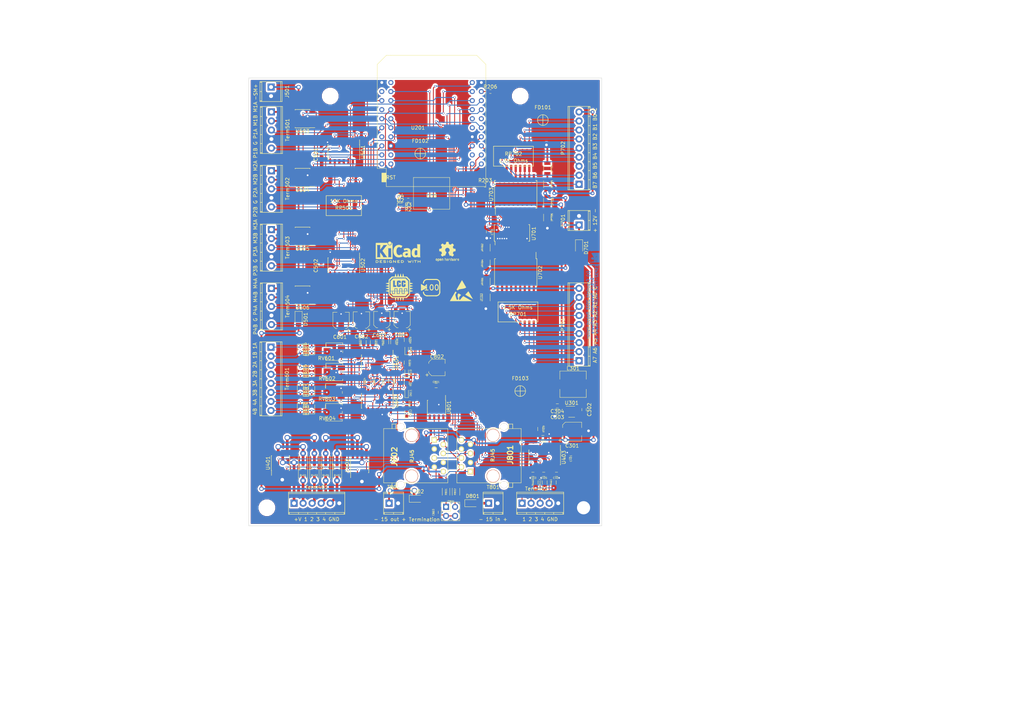
<source format=kicad_pcb>
(kicad_pcb (version 4) (host pcbnew 4.0.7+dfsg1-1ubuntu2)
  (layers (0 F.Cu signal) (31 B.Cu signal) (34 B.Paste user) (35 F.Paste user) (36 B.SilkS user) (37 F.SilkS user) (38 B.Mask user) (39 F.Mask user) (44 Edge.Cuts user))
  (net 0 "")
  (net 1 GND)
  (net 2 +3V3)
  (net 3 "CAN +12V")
  (net 4 "Net-(C402-Pad1)")
  (net 5 "Net-(C403-Pad1)")
  (net 6 "Net-(C404-Pad1)")
  (net 7 "Net-(C405-Pad1)")
  (net 8 "Net-(C601-Pad1)")
  (net 9 "Net-(C602-Pad1)")
  (net 10 "Net-(C603-Pad1)")
  (net 11 "Net-(C604-Pad1)")
  (net 12 "Net-(C803-Pad1)")
  (net 13 "Net-(D2-Pad2)")
  (net 14 "/ESP32 MCU/GPIO15(Act1)")
  (net 15 "Net-(D601-Pad1)")
  (net 16 "Net-(D601-Pad2)")
  (net 17 "Net-(D602-Pad1)")
  (net 18 "Net-(D602-Pad2)")
  (net 19 "Net-(D603-Pad1)")
  (net 20 "Net-(D603-Pad2)")
  (net 21 "Net-(D604-Pad1)")
  (net 22 "Net-(D604-Pad2)")
  (net 23 "Net-(D609-Pad2)")
  (net 24 "Net-(D610-Pad2)")
  (net 25 "Net-(D611-Pad2)")
  (net 26 "Net-(D612-Pad2)")
  (net 27 "/ESP32 MCU/GPIO7(OD4)")
  (net 28 +12V)
  (net 29 "Net-(D801-Pad2)")
  (net 30 "Net-(D802-Pad1)")
  (net 31 "/ESP32 MCU/GPIO1(LEDS4)")
  (net 32 "/ESP32 MCU/SDA")
  (net 33 "/ESP32 MCU/SCL")
  (net 34 "/CAN Tranceiver/CAN_RX")
  (net 35 "/CAN Tranceiver/CAN_TX")
  (net 36 "/Buttons and LEDs/Button2")
  (net 37 "/ESP32 MCU/GPIO10(Points4)")
  (net 38 "/ESP32 MCU/GPIO11(Motor2)")
  (net 39 "/ESP32 MCU/GPIO12(Points1)")
  (net 40 "/ESP32 MCU/GPIO13(Points2)")
  (net 41 "/ESP32 MCU/GPIO14(Points3)")
  (net 42 "/Buttons and LEDs/Button4")
  (net 43 "/ESP32 MCU/GPIO17(LEDS1)")
  (net 44 "/ESP32 MCU/GPIO18(LEDS2)")
  (net 45 "/ESP32 MCU/GPIO8(Motor3)")
  (net 46 "/ESP32 MCU/GPIO9(Motor1)")
  (net 47 "/ESP32 MCU/GPIO21(LEDS3)")
  (net 48 "/Buttons and LEDs/Button3")
  (net 49 "/Buttons and LEDs/Button1")
  (net 50 "/CAN Tranceiver/CANH")
  (net 51 "/CAN Tranceiver/CANL")
  (net 52 "Net-(J801-Pad4)")
  (net 53 "Net-(J801-Pad5)")
  (net 54 "Net-(JP701-Pad1)")
  (net 55 "Net-(JP702-Pad1)")
  (net 56 "Net-(JP705-Pad1)")
  (net 57 "Net-(JP706-Pad1)")
  (net 58 "Net-(JP801-Pad1)")
  (net 59 "Net-(JP801-Pad2)")
  (net 60 "Net-(P701-Pad4)")
  (net 61 "Net-(P701-Pad1)")
  (net 62 "Net-(P701-Pad2)")
  (net 63 "Net-(P701-Pad3)")
  (net 64 "Net-(P701-Pad5)")
  (net 65 "Net-(P701-Pad6)")
  (net 66 "Net-(P701-Pad7)")
  (net 67 "Net-(P701-Pad8)")
  (net 68 "Net-(P702-Pad4)")
  (net 69 "Net-(P702-Pad1)")
  (net 70 "Net-(P702-Pad2)")
  (net 71 "Net-(P702-Pad3)")
  (net 72 "Net-(P702-Pad5)")
  (net 73 "Net-(P702-Pad6)")
  (net 74 "Net-(P702-Pad7)")
  (net 75 "Net-(P702-Pad8)")
  (net 76 "Net-(R401-Pad1)")
  (net 77 "Net-(R401-Pad2)")
  (net 78 "Net-(R403-Pad1)")
  (net 79 "Net-(R403-Pad2)")
  (net 80 "Net-(R405-Pad1)")
  (net 81 "Net-(R405-Pad2)")
  (net 82 "Net-(R407-Pad1)")
  (net 83 "Net-(R407-Pad2)")
  (net 84 "Net-(R601-Pad2)")
  (net 85 "Net-(R602-Pad2)")
  (net 86 "Net-(R603-Pad2)")
  (net 87 "Net-(R604-Pad2)")
  (net 88 "Net-(RP701-Pad1)")
  (net 89 "Net-(RP701-Pad2)")
  (net 90 "Net-(RP701-Pad3)")
  (net 91 "Net-(RP701-Pad4)")
  (net 92 "Net-(RP701-Pad5)")
  (net 93 "Net-(RP701-Pad6)")
  (net 94 "Net-(RP701-Pad7)")
  (net 95 "Net-(RP701-Pad8)")
  (net 96 "Net-(RP702-Pad1)")
  (net 97 "Net-(RP702-Pad2)")
  (net 98 "Net-(RP702-Pad3)")
  (net 99 "Net-(RP702-Pad4)")
  (net 100 "Net-(RP702-Pad5)")
  (net 101 "Net-(RP702-Pad6)")
  (net 102 "Net-(RP702-Pad7)")
  (net 103 "Net-(RP702-Pad8)")
  (net 104 "Net-(RR501-Pad1)")
  (net 105 "Net-(RR501-Pad2)")
  (net 106 "/Stall Motors/P2B")
  (net 107 "/Stall Motors/P2A")
  (net 108 "/Stall Motors/P1B")
  (net 109 "/Stall Motors/P1A")
  (net 110 "Net-(RR501-Pad7)")
  (net 111 "Net-(RR501-Pad8)")
  (net 112 "Net-(RR501-Pad9)")
  (net 113 "/Stall Motors/P4B")
  (net 114 "/Stall Motors/P4A")
  (net 115 "/Stall Motors/P3B")
  (net 116 "/Stall Motors/P3A")
  (net 117 "/Stall Motors/M1A")
  (net 118 "/Stall Motors/M1B")
  (net 119 "/Stall Motors/M2A")
  (net 120 "/Stall Motors/M2B")
  (net 121 "/Stall Motors/M3A")
  (net 122 "/Stall Motors/M3B")
  (net 123 "/Stall Motors/M4A")
  (net 124 "/Stall Motors/M4B")
  (net 125 "Net-(U403-Pad2)")
  (net 126 "Net-(U403-Pad4)")
  (net 127 "Net-(U501-Pad2)")
  (net 128 "Net-(U501-Pad10)")
  (net 129 "Net-(U502-Pad2)")
  (net 130 "Net-(U502-Pad10)")
  (net 131 "Net-(U701-Pad6)")
  (net 132 "Net-(U701-Pad7)")
  (net 133 "Net-(U701-Pad8)")
  (net 134 "Net-(U701-Pad9)")
  (net 135 "Net-(U701-Pad10)")
  (net 136 "Net-(U701-Pad11)")
  (net 137 "Net-(U701-Pad12)")
  (net 138 "Net-(U701-Pad13)")
  (net 139 "Net-(U701-Pad15)")
  (net 140 "Net-(U701-Pad16)")
  (net 141 "Net-(U701-Pad17)")
  (net 142 "Net-(U701-Pad18)")
  (net 143 "Net-(U701-Pad19)")
  (net 144 "Net-(U701-Pad20)")
  (net 145 "Net-(U701-Pad21)")
  (net 146 "Net-(U701-Pad22)")
  (net 147 "Net-(U801-Pad5)")
  (net 148 "Net-(U801-Pad8)")
  (net 149 "Net-(C302-Pad1)")
  (net 150 VPower)
  (net 151 "Net-(D4-Pad2)")
  (net 152 "/ESP32 MCU/GPIO0(Act2)")
  (net 153 SMPower)
  (net 154 "/ESP32 MCU/GPIO44/TXD(OD1)")
  (net 155 "/ESP32 MCU/GPIO48(OD2)")
  (net 156 "/ESP32 MCU/GPIO45(OD3)")
  (net 157 "Net-(U201-Pad37)")
  (net 158 "Net-(U201-Pad31)")
  (net 159 "Net-(U201-Pad30)")
  (net 160 "Net-(U201-Pad29)")
  (net 161 "/ESP32 MCU/GPIO43/RXD(Motor4)")
  (net 162 "Net-(U201-Pad18)")
  (net 163 "Net-(U201-Pad13)")
  (net 164 "Net-(U201-Pad7)")
  (net 165 "Net-(U201-Pad3)")
  (net 166 "Net-(U201-Pad2)")
  (net 167 "Net-(C302-Pad2)")
  (net 168 +5V)
  (module Capacitors_SMD:C_0603 (layer F.Cu) (at 163.068 132.195 90)
    (fp_text reference C401 (at 0 1.016 90) (layer F.SilkS) (effects (font (size 0.5 0.5) (thickness 0.075))))
    (fp_text value ".1 uf")
    (pad 2 smd rect (at 0.75 0 90) (size 0.8 0.75) (layers F.Cu F.Paste F.Mask) (net 1 GND))
    (pad 1 smd rect (at -0.75 0 90) (size 0.8 0.75) (layers F.Cu F.Paste F.Mask) (net 2 +3V3))
  )
  (module Capacitors_SMD:C_0603 (layer F.Cu) (at 156.222 126.365)
    (fp_text reference C402 (at 0 1.143) (layer F.SilkS) (effects (font (size 0.5 0.5) (thickness 0.075))))
    (fp_text value "10 nf")
    (pad 2 smd rect (at 0.75 0) (size 0.8 0.75) (layers F.Cu F.Paste F.Mask) (net 1 GND))
    (pad 1 smd rect (at -0.75 0) (size 0.8 0.75) (layers F.Cu F.Paste F.Mask) (net 4 "Net-(C402-Pad1)"))
  )
  (module Capacitors_SMD:C_0603 (layer F.Cu) (at 153.416 136.652 180)
    (fp_text reference C403 (at 0 -1.016 180) (layer F.SilkS) (effects (font (size 0.5 0.5) (thickness 0.075))))
    (fp_text value "10 nf")
    (pad 2 smd rect (at 0.75 0 180) (size 0.8 0.75) (layers F.Cu F.Paste F.Mask) (net 1 GND))
    (pad 1 smd rect (at -0.75 0 180) (size 0.8 0.75) (layers F.Cu F.Paste F.Mask) (net 5 "Net-(C403-Pad1)"))
  )
  (module Capacitors_SMD:C_0603 (layer F.Cu) (at 160.032 136.652)
    (fp_text reference C404 (at 0 1.016) (layer F.SilkS) (effects (font (size 0.5 0.5) (thickness 0.075))))
    (fp_text value "10 nf")
    (pad 2 smd rect (at 0.75 0) (size 0.8 0.75) (layers F.Cu F.Paste F.Mask) (net 1 GND))
    (pad 1 smd rect (at -0.75 0) (size 0.8 0.75) (layers F.Cu F.Paste F.Mask) (net 6 "Net-(C404-Pad1)"))
  )
  (module Capacitors_SMD:C_0603 (layer F.Cu) (at 156.452 136.652 180)
    (fp_text reference C405 (at -0.012 -1.016 180) (layer F.SilkS) (effects (font (size 0.5 0.5) (thickness 0.075))))
    (fp_text value "10 nf")
    (pad 2 smd rect (at 0.75 0 180) (size 0.8 0.75) (layers F.Cu F.Paste F.Mask) (net 1 GND))
    (pad 1 smd rect (at -0.75 0 180) (size 0.8 0.75) (layers F.Cu F.Paste F.Mask) (net 7 "Net-(C405-Pad1)"))
  )
  (module Capacitors_SMD:C_0603 (layer F.Cu) (at 93.98 46.875 90)
    (fp_text reference C501 (at 0 -1.5 90) (layer F.SilkS))
    (fp_text value ".1 uf")
    (pad 2 smd rect (at 0.75 0 90) (size 0.8 0.75) (layers F.Cu F.Paste F.Mask) (net 1 GND))
    (pad 1 smd rect (at -0.75 0 90) (size 0.8 0.75) (layers F.Cu F.Paste F.Mask) (net 2 +3V3))
  )
  (module Capacitors_SMD:C_0603 (layer F.Cu) (at 93.98 78.105 90)
    (fp_text reference C502 (at 0 -1.5 90) (layer F.SilkS))
    (fp_text value ".1 uf")
    (pad 2 smd rect (at 0.75 0 90) (size 0.8 0.75) (layers F.Cu F.Paste F.Mask) (net 1 GND))
    (pad 1 smd rect (at -0.75 0 90) (size 0.8 0.75) (layers F.Cu F.Paste F.Mask) (net 2 +3V3))
  )
  (module Capacitors_SMD:CP_Elec_4x5.7 (layer F.Cu) (at 99.568 93.45 90)
    (fp_text reference C601 (at -4.6575 -0.3175 180) (layer F.SilkS))
    (fp_text value "2.2uf 50V")
    (fp_text user + (at -2.77 2.01 90) (layer F.SilkS))
    (pad 1 smd rect (at -1.8 0 270) (size 2.6 1.6) (layers F.Cu F.Paste F.Mask) (net 8 "Net-(C601-Pad1)"))
    (pad 2 smd rect (at 1.8 0 270) (size 2.6 1.6) (layers F.Cu F.Paste F.Mask) (net 1 GND))
  )
  (module Capacitors_SMD:CP_Elec_4x5.7 (layer F.Cu) (at 105.283 93.345 90)
    (fp_text reference C602 (at -4.6355 0 180) (layer F.SilkS))
    (fp_text value "2.2uf 50V")
    (fp_text user + (at -2.77 2.01 90) (layer F.SilkS))
    (pad 1 smd rect (at -1.8 0 270) (size 2.6 1.6) (layers F.Cu F.Paste F.Mask) (net 9 "Net-(C602-Pad1)"))
    (pad 2 smd rect (at 1.8 0 270) (size 2.6 1.6) (layers F.Cu F.Paste F.Mask) (net 1 GND))
  )
  (module Capacitors_SMD:CP_Elec_4x5.7 (layer F.Cu) (at 110.998 93.24 90)
    (fp_text reference C603 (at -4.3595 -0.635 180) (layer F.SilkS))
    (fp_text value "2.2uf 50V")
    (fp_text user + (at -2.77 2.01 90) (layer F.SilkS))
    (pad 1 smd rect (at -1.8 0 270) (size 2.6 1.6) (layers F.Cu F.Paste F.Mask) (net 10 "Net-(C603-Pad1)"))
    (pad 2 smd rect (at 1.8 0 270) (size 2.6 1.6) (layers F.Cu F.Paste F.Mask) (net 1 GND))
  )
  (module Capacitors_SMD:CP_Elec_4x5.7 (layer F.Cu) (at 116.713 93.24 90)
    (fp_text reference C604 (at -4.169 -0.1905 180) (layer F.SilkS))
    (fp_text value "2.2uf 50V")
    (fp_text user + (at -2.77 2.01 90) (layer F.SilkS))
    (pad 1 smd rect (at -1.8 0 270) (size 2.6 1.6) (layers F.Cu F.Paste F.Mask) (net 11 "Net-(C604-Pad1)"))
    (pad 2 smd rect (at 1.8 0 270) (size 2.6 1.6) (layers F.Cu F.Paste F.Mask) (net 1 GND))
  )
  (module Capacitors_SMD:C_0603 (layer F.Cu) (at 140.97 68.58 270)
    (fp_text reference C701 (at 0 -1.016 270) (layer F.SilkS) (effects (font (size 0.5 0.5) (thickness 0.075))))
    (fp_text value ".1 uf")
    (pad 2 smd rect (at 0.75 0 270) (size 0.8 0.75) (layers F.Cu F.Paste F.Mask) (net 1 GND))
    (pad 1 smd rect (at -0.75 0 270) (size 0.8 0.75) (layers F.Cu F.Paste F.Mask) (net 2 +3V3))
  )
  (module Capacitors_SMD:C_0603 (layer F.Cu) (at 126.25 111.76)
    (fp_text reference C801 (at -0.012 -1.016) (layer F.SilkS) (effects (font (size 0.5 0.5) (thickness 0.075))))
    (fp_text value ".1 uf")
    (pad 2 smd rect (at 0.75 0) (size 0.8 0.75) (layers F.Cu F.Paste F.Mask) (net 1 GND))
    (pad 1 smd rect (at -0.75 0) (size 0.8 0.75) (layers F.Cu F.Paste F.Mask) (net 2 +3V3))
  )
  (module Capacitors_SMD:CP_Elec_4x5.7 (layer F.Cu) (at 126.47 106.68)
    (fp_text reference C802 (at 0.022 -3.048) (layer F.SilkS))
    (fp_text value "15 uf 15V")
    (fp_text user + (at -2.77 2.01) (layer F.SilkS))
    (pad 1 smd rect (at -1.8 0 180) (size 2.6 1.6) (layers F.Cu F.Paste F.Mask) (net 2 +3V3))
    (pad 2 smd rect (at 1.8 0 180) (size 2.6 1.6) (layers F.Cu F.Paste F.Mask) (net 1 GND))
  )
  (module Capacitors_SMD:C_0603 (layer F.Cu) (at 126.238 147.332 90)
    (fp_text reference C803 (at 0 -0.762 90) (layer F.SilkS) (effects (font (size 0.5 0.5) (thickness 0.075))))
    (fp_text value "47 nf")
    (pad 2 smd rect (at 0.75 0 90) (size 0.8 0.75) (layers F.Cu F.Paste F.Mask) (net 1 GND))
    (pad 1 smd rect (at -0.75 0 90) (size 0.8 0.75) (layers F.Cu F.Paste F.Mask) (net 12 "Net-(C803-Pad1)"))
  )
  (module LEDs:LED_0603 (layer F.Cu) (at 117.983 101.765 90)
    (fp_text reference D609 (at -0.089 1.2065 90) (layer F.SilkS) (effects (font (size 0.5 0.5) (thickness 0.075))))
    (fp_text value LED)
    (pad 2 smd rect (at 0.8 0 270) (size 0.8 0.8) (layers F.Cu F.Paste F.Mask) (net 23 "Net-(D609-Pad2)"))
    (pad 1 smd rect (at -0.8 0 270) (size 0.8 0.8) (layers F.Cu F.Paste F.Mask) (net 154 "/ESP32 MCU/GPIO44/TXD(OD1)"))
  )
  (module LEDs:LED_0603 (layer F.Cu) (at 117.983 108.115 90)
    (fp_text reference D610 (at -0.089 1.143 90) (layer F.SilkS) (effects (font (size 0.5 0.5) (thickness 0.075))))
    (fp_text value LED)
    (pad 2 smd rect (at 0.8 0 270) (size 0.8 0.8) (layers F.Cu F.Paste F.Mask) (net 24 "Net-(D610-Pad2)"))
    (pad 1 smd rect (at -0.8 0 270) (size 0.8 0.8) (layers F.Cu F.Paste F.Mask) (net 155 "/ESP32 MCU/GPIO48(OD2)"))
  )
  (module LEDs:LED_0603 (layer F.Cu) (at 117.983 113.83 90)
    (fp_text reference D611 (at 0 1.143 90) (layer F.SilkS) (effects (font (size 0.5 0.5) (thickness 0.075))))
    (fp_text value LED)
    (pad 2 smd rect (at 0.8 0 270) (size 0.8 0.8) (layers F.Cu F.Paste F.Mask) (net 25 "Net-(D611-Pad2)"))
    (pad 1 smd rect (at -0.8 0 270) (size 0.8 0.8) (layers F.Cu F.Paste F.Mask) (net 156 "/ESP32 MCU/GPIO45(OD3)"))
  )
  (module LEDs:LED_0603 (layer F.Cu) (at 117.983 119.545 90)
    (fp_text reference D612 (at 0.165 1.143 90) (layer F.SilkS) (effects (font (size 0.5 0.5) (thickness 0.075))))
    (fp_text value LED)
    (pad 2 smd rect (at 0.8 0 270) (size 0.8 0.8) (layers F.Cu F.Paste F.Mask) (net 26 "Net-(D612-Pad2)"))
    (pad 1 smd rect (at -0.8 0 270) (size 0.8 0.8) (layers F.Cu F.Paste F.Mask) (net 27 "/ESP32 MCU/GPIO7(OD4)"))
  )
  (module Diodes_SMD:D_PowerDI-123 (layer F.Cu) (at 166.37 73.025 270)
    (fp_text reference D701 (at 0 -2 270) (layer F.SilkS))
    (fp_text value DFLS240-7)
    (pad 1 smd rect (at -0.85 0 90) (size 2.4 1.5) (layers F.Cu F.Paste F.Mask) (net 28 +12V))
    (pad 2 smd rect (at 1.525 0 90) (size 1.05 1.5) (layers F.Cu F.Paste F.Mask) (net 3 "CAN +12V"))
  )
  (module Diodes_SMD:D_PowerDI-123 (layer F.Cu) (at 136.486 144.78)
    (fp_text reference D801 (at 0 -2) (layer F.SilkS))
    (fp_text value DFLS240-7)
    (pad 1 smd rect (at -0.85 0 180) (size 2.4 1.5) (layers F.Cu F.Paste F.Mask) (net 3 "CAN +12V"))
    (pad 2 smd rect (at 1.525 0 180) (size 1.05 1.5) (layers F.Cu F.Paste F.Mask) (net 29 "Net-(D801-Pad2)"))
  )
  (module Diodes_SMD:D_PowerDI-123 (layer F.Cu) (at 120.904 143.51)
    (fp_text reference D802 (at 0 -2) (layer F.SilkS))
    (fp_text value DFLS240-7)
    (pad 1 smd rect (at -0.85 0 180) (size 2.4 1.5) (layers F.Cu F.Paste F.Mask) (net 30 "Net-(D802-Pad1)"))
    (pad 2 smd rect (at 1.525 0 180) (size 1.05 1.5) (layers F.Cu F.Paste F.Mask) (net 3 "CAN +12V"))
  )
  (module RJ45-8N-S:RJ45_8N-S (layer F.Cu) (at 119.38 131.445 270)
    (fp_text reference J802 (at 0.254 4.826 270) (layer F.SilkS) (effects (font (thickness 0.3048))))
    (fp_text value RJ45 (at 0.14224 -0.1016 270) (layer F.SilkS) (effects (font (size 1.00076 1.00076) (thickness 0.2032))))
    (pad "" np_thru_hole circle (at 5.715 0 270) (size 3.64998 3.64998) (drill 3.2512) (layers *.Cu *.SilkS *.Mask))
    (pad "" np_thru_hole circle (at -5.715 0 270) (size 3.64998 3.64998) (drill 3.2512) (layers *.Cu *.SilkS *.Mask))
    (pad 1 thru_hole rect (at -4.445 -6.35 270) (size 1.50114 1.50114) (drill 0.89916) (layers *.Cu *.Mask F.SilkS) (net 50 "/CAN Tranceiver/CANH"))
    (pad 2 thru_hole circle (at -3.175 -8.89 270) (size 1.50114 1.50114) (drill 0.89916) (layers *.Cu *.Mask F.SilkS) (net 51 "/CAN Tranceiver/CANL"))
    (pad 3 thru_hole circle (at -1.905 -6.35 270) (size 1.50114 1.50114) (drill 0.89916) (layers *.Cu *.Mask F.SilkS) (net 1 GND))
    (pad 4 thru_hole circle (at -0.635 -8.89 270) (size 1.50114 1.50114) (drill 0.89916) (layers *.Cu *.Mask F.SilkS) (net 52 "Net-(J801-Pad4)"))
    (pad 5 thru_hole circle (at 0.635 -6.35 270) (size 1.50114 1.50114) (drill 0.89916) (layers *.Cu *.Mask F.SilkS) (net 53 "Net-(J801-Pad5)"))
    (pad 6 thru_hole circle (at 1.905 -8.89 270) (size 1.50114 1.50114) (drill 0.89916) (layers *.Cu *.Mask F.SilkS) (net 1 GND))
    (pad 7 thru_hole circle (at 3.175 -6.35 270) (size 1.50114 1.50114) (drill 0.89916) (layers *.Cu *.Mask F.SilkS) (net 1 GND))
    (pad 8 thru_hole circle (at 4.445 -8.89 270) (size 1.50114 1.50114) (drill 0.89916) (layers *.Cu *.Mask F.SilkS) (net 3 "CAN +12V"))
    (pad "" thru_hole circle (at -8.128 3.048 270) (size 1.9304 1.9304) (drill 1.9304) (layers *.Cu *.Mask F.SilkS))
    (pad "" thru_hole circle (at 8.128 3.048 270) (size 1.9304 1.9304) (drill 1.9304) (layers *.Cu *.Mask F.SilkS))
  )
  (module Resistors_SMD:R_1206 (layer F.Cu) (at 140.335 82.55 90)
    (fp_text reference JP701 (at 0 -1.143 90) (layer F.SilkS) (effects (font (size 0.5 0.5) (thickness 0.075))))
    (fp_text value 0)
    (pad 1 smd rect (at -1.45 0 90) (size 0.9 1.7) (layers F.Cu F.Paste F.Mask) (net 54 "Net-(JP701-Pad1)"))
    (pad 2 smd rect (at 1.45 0 90) (size 0.9 1.7) (layers F.Cu F.Paste F.Mask) (net 28 +12V))
  )
  (module Resistors_SMD:R_1206 (layer F.Cu) (at 140.335 73.025 90)
    (fp_text reference JP702 (at 0 -1.143 90) (layer F.SilkS) (effects (font (size 0.5 0.5) (thickness 0.075))))
    (fp_text value 0)
    (pad 1 smd rect (at -1.45 0 90) (size 0.9 1.7) (layers F.Cu F.Paste F.Mask) (net 55 "Net-(JP702-Pad1)"))
    (pad 2 smd rect (at 1.45 0 90) (size 0.9 1.7) (layers F.Cu F.Paste F.Mask) (net 1 GND))
  )
  (module Resistors_SMD:R_1206 (layer F.Cu) (at 140.335 86.995 90)
    (fp_text reference JP703 (at 0 -1.397 90) (layer F.SilkS) (effects (font (size 0.5 0.5) (thickness 0.075))))
    (fp_text value 0)
    (pad 1 smd rect (at -1.45 0 90) (size 0.9 1.7) (layers F.Cu F.Paste F.Mask) (net 1 GND))
    (pad 2 smd rect (at 1.45 0 90) (size 0.9 1.7) (layers F.Cu F.Paste F.Mask) (net 54 "Net-(JP701-Pad1)"))
  )
  (module Resistors_SMD:R_1206 (layer F.Cu) (at 140.335 77.47 90)
    (fp_text reference JP704 (at 0 -1.143 90) (layer F.SilkS) (effects (font (size 0.5 0.5) (thickness 0.075))))
    (fp_text value 0)
    (pad 1 smd rect (at -1.45 0 90) (size 0.9 1.7) (layers F.Cu F.Paste F.Mask) (net 28 +12V))
    (pad 2 smd rect (at 1.45 0 90) (size 0.9 1.7) (layers F.Cu F.Paste F.Mask) (net 55 "Net-(JP702-Pad1)"))
  )
  (module Resistors_SMD:R_1206 (layer F.Cu) (at 157.48 55.245 270)
    (fp_text reference JP705 (at 0 -1.27 270) (layer F.SilkS) (effects (font (size 0.5 0.5) (thickness 0.075))))
    (fp_text value 0)
    (pad 1 smd rect (at -1.45 0 270) (size 0.9 1.7) (layers F.Cu F.Paste F.Mask) (net 56 "Net-(JP705-Pad1)"))
    (pad 2 smd rect (at 1.45 0 270) (size 0.9 1.7) (layers F.Cu F.Paste F.Mask) (net 28 +12V))
  )
  (module Resistors_SMD:R_1206 (layer F.Cu) (at 157.48 64.59 270)
    (fp_text reference JP706 (at -0.074 -1.27 270) (layer F.SilkS) (effects (font (size 0.5 0.5) (thickness 0.075))))
    (fp_text value 0)
    (pad 1 smd rect (at -1.45 0 270) (size 0.9 1.7) (layers F.Cu F.Paste F.Mask) (net 57 "Net-(JP706-Pad1)"))
    (pad 2 smd rect (at 1.45 0 270) (size 0.9 1.7) (layers F.Cu F.Paste F.Mask) (net 1 GND))
  )
  (module Resistors_SMD:R_1206 (layer F.Cu) (at 157.48 50.8 270)
    (fp_text reference JP707 (at 0 -1.27 270) (layer F.SilkS) (effects (font (size 0.5 0.5) (thickness 0.075))))
    (fp_text value 0)
    (pad 1 smd rect (at -1.45 0 270) (size 0.9 1.7) (layers F.Cu F.Paste F.Mask) (net 1 GND))
    (pad 2 smd rect (at 1.45 0 270) (size 0.9 1.7) (layers F.Cu F.Paste F.Mask) (net 56 "Net-(JP705-Pad1)"))
  )
  (module Resistors_SMD:R_1206 (layer F.Cu) (at 157.48 60.145 270)
    (fp_text reference JP708 (at 0 -1.524 270) (layer F.SilkS) (effects (font (size 0.5 0.5) (thickness 0.075))))
    (fp_text value 0)
    (pad 1 smd rect (at -1.45 0 270) (size 0.9 1.7) (layers F.Cu F.Paste F.Mask) (net 28 +12V))
    (pad 2 smd rect (at 1.45 0 270) (size 0.9 1.7) (layers F.Cu F.Paste F.Mask) (net 57 "Net-(JP706-Pad1)"))
  )
  (module Pin_Headers:Pin_Header_Straight_2x02_Pitch2.54mm (layer F.Cu) (at 129.032 145.796)
    (fp_text reference JP801 (at 1.27 -1.524) (layer F.SilkS) (effects (font (size 0.5 0.5) (thickness 0.075))))
    (fp_text value Termination (at -6.096 3.556) (layer F.SilkS))
    (pad 1 thru_hole rect (at 0 0) (size 1.7 1.7) (drill 1) (layers *.Cu *.Mask) (net 58 "Net-(JP801-Pad1)"))
    (pad 2 thru_hole oval (at 2.54 0) (size 1.7 1.7) (drill 1) (layers *.Cu *.Mask) (net 59 "Net-(JP801-Pad2)"))
    (pad 3 thru_hole oval (at 0 2.54) (size 1.7 1.7) (drill 1) (layers *.Cu *.Mask) (net 12 "Net-(C803-Pad1)"))
    (pad 4 thru_hole oval (at 2.54 2.54) (size 1.7 1.7) (drill 1) (layers *.Cu *.Mask) (net 12 "Net-(C803-Pad1)"))
  )
  (module Mounting_Holes:MountingHole_3.7mm (layer F.Cu) (at 96.52 30.48)
    (fp_text reference MK101 hide)
    (fp_text value Mounting_Hole hide)
    (pad 1 np_thru_hole circle (at 0 0) (size 3.7 3.7) (drill 3.7) (layers *.Cu *.Mask))
  )
  (module Mounting_Holes:MountingHole_3.7mm (layer F.Cu) (at 149.86 30.48)
    (fp_text reference MK102 hide)
    (fp_text value Mounting_Hole hide)
    (pad 1 np_thru_hole circle (at 0 0) (size 3.7 3.7) (drill 3.7) (layers *.Cu *.Mask))
  )
  (module Mounting_Holes:MountingHole_3.7mm (layer F.Cu) (at 78.74 146.05)
    (fp_text reference MK103 hide)
    (fp_text value Mounting_Hole hide)
    (pad 1 np_thru_hole circle (at 0 0) (size 3.7 3.7) (drill 3.7) (layers *.Cu *.Mask))
  )
  (module Mounting_Holes:MountingHole_3.7mm_Pad (layer F.Cu) (at 167.64 146.05)
    (fp_text reference MK104 hide)
    (fp_text value Mounting_Hole_PAD hide)
    (pad 1 thru_hole circle (at 0 0) (size 7.4 7.4) (drill 3.7) (layers *.Cu *.Mask) (net 1 GND))
  )
  (module Connectors_Terminal_Blocks:TerminalBlock_Pheonix_MPT-2.54mm_9pol (layer F.Cu) (at 166.37 104.775 90)
    (fp_text reference P701 (at 10.16 -4.50088 90) (layer F.SilkS))
    (fp_text value "A7 A6 A5 A4 A3 A2 A1 A0 C" (at 10.16 4.50088 90) (layer F.SilkS))
    (pad 4 thru_hole oval (at 7.62 0 270) (size 1.99898 1.99898) (drill 1.09728) (layers *.Cu *.Mask) (net 60 "Net-(P701-Pad4)"))
    (pad 1 thru_hole rect (at 0 0 270) (size 1.99898 1.99898) (drill 1.09728) (layers *.Cu *.Mask) (net 61 "Net-(P701-Pad1)"))
    (pad 2 thru_hole oval (at 2.54 0 270) (size 1.99898 1.99898) (drill 1.09728) (layers *.Cu *.Mask) (net 62 "Net-(P701-Pad2)"))
    (pad 3 thru_hole oval (at 5.08 0 270) (size 1.99898 1.99898) (drill 1.09728) (layers *.Cu *.Mask) (net 63 "Net-(P701-Pad3)"))
    (pad 5 thru_hole oval (at 10.16 0 270) (size 1.99898 1.99898) (drill 1.09728) (layers *.Cu *.Mask) (net 64 "Net-(P701-Pad5)"))
    (pad 6 thru_hole oval (at 12.7 0 270) (size 1.99898 1.99898) (drill 1.09728) (layers *.Cu *.Mask) (net 65 "Net-(P701-Pad6)"))
    (pad 7 thru_hole oval (at 15.24 0 270) (size 1.99898 1.99898) (drill 1.09728) (layers *.Cu *.Mask) (net 66 "Net-(P701-Pad7)"))
    (pad 8 thru_hole oval (at 17.78 0 270) (size 1.99898 1.99898) (drill 1.09728) (layers *.Cu *.Mask) (net 67 "Net-(P701-Pad8)"))
    (pad 9 thru_hole oval (at 20.32 0 270) (size 1.99898 1.99898) (drill 1.09728) (layers *.Cu *.Mask) (net 54 "Net-(JP701-Pad1)"))
  )
  (module Connectors_Terminal_Blocks:TerminalBlock_Pheonix_MPT-2.54mm_9pol (layer F.Cu) (at 166.37 55.245 90)
    (fp_text reference P702 (at 10.16 -4.50088 90) (layer F.SilkS))
    (fp_text value "B7 B6 B5 B4 B3 B2 B1 B0 C" (at 10.16 4.50088 90) (layer F.SilkS))
    (pad 4 thru_hole oval (at 7.62 0 270) (size 1.99898 1.99898) (drill 1.09728) (layers *.Cu *.Mask) (net 68 "Net-(P702-Pad4)"))
    (pad 1 thru_hole rect (at 0 0 270) (size 1.99898 1.99898) (drill 1.09728) (layers *.Cu *.Mask) (net 69 "Net-(P702-Pad1)"))
    (pad 2 thru_hole oval (at 2.54 0 270) (size 1.99898 1.99898) (drill 1.09728) (layers *.Cu *.Mask) (net 70 "Net-(P702-Pad2)"))
    (pad 3 thru_hole oval (at 5.08 0 270) (size 1.99898 1.99898) (drill 1.09728) (layers *.Cu *.Mask) (net 71 "Net-(P702-Pad3)"))
    (pad 5 thru_hole oval (at 10.16 0 270) (size 1.99898 1.99898) (drill 1.09728) (layers *.Cu *.Mask) (net 72 "Net-(P702-Pad5)"))
    (pad 6 thru_hole oval (at 12.7 0 270) (size 1.99898 1.99898) (drill 1.09728) (layers *.Cu *.Mask) (net 73 "Net-(P702-Pad6)"))
    (pad 7 thru_hole oval (at 15.24 0 270) (size 1.99898 1.99898) (drill 1.09728) (layers *.Cu *.Mask) (net 74 "Net-(P702-Pad7)"))
    (pad 8 thru_hole oval (at 17.78 0 270) (size 1.99898 1.99898) (drill 1.09728) (layers *.Cu *.Mask) (net 75 "Net-(P702-Pad8)"))
    (pad 9 thru_hole oval (at 20.32 0 270) (size 1.99898 1.99898) (drill 1.09728) (layers *.Cu *.Mask) (net 56 "Net-(JP705-Pad1)"))
  )
  (module Resistors_THT:R_Axial_DIN0207_L6.3mm_D2.5mm_P7.62mm_Horizontal (layer F.Cu) (at 88.9 138.43 90)
    (fp_text reference R401 (at 1.4605 0 180) (layer F.SilkS) (effects (font (size 0.5 0.5) (thickness 0.075))))
    (fp_text value R)
    (pad 1 thru_hole circle (at 0 0 90) (size 1.6 1.6) (drill 0.8) (layers *.Cu *.Mask) (net 76 "Net-(R401-Pad1)"))
    (pad 2 thru_hole oval (at 7.62 0 90) (size 1.6 1.6) (drill 0.8) (layers *.Cu *.Mask) (net 77 "Net-(R401-Pad2)"))
  )
  (module Resistors_SMD:R_0603 (layer F.Cu) (at 88.9 134.735 90)
    (fp_text reference R402 (at 0.115 -0.9525 90) (layer F.SilkS) (effects (font (size 0.5 0.5) (thickness 0.075))))
    (fp_text value "1.5K Ohms")
    (pad 1 smd rect (at -0.75 0 90) (size 0.5 0.9) (layers F.Cu F.Paste F.Mask) (net 76 "Net-(R401-Pad1)"))
    (pad 2 smd rect (at 0.75 0 90) (size 0.5 0.9) (layers F.Cu F.Paste F.Mask) (net 77 "Net-(R401-Pad2)"))
  )
  (module Resistors_THT:R_Axial_DIN0207_L6.3mm_D2.5mm_P7.62mm_Horizontal (layer F.Cu) (at 92.075 138.43 90)
    (fp_text reference R403 (at 1.4605 0 180) (layer F.SilkS) (effects (font (size 0.5 0.5) (thickness 0.075))))
    (fp_text value R)
    (pad 1 thru_hole circle (at 0 0 90) (size 1.6 1.6) (drill 0.8) (layers *.Cu *.Mask) (net 78 "Net-(R403-Pad1)"))
    (pad 2 thru_hole oval (at 7.62 0 90) (size 1.6 1.6) (drill 0.8) (layers *.Cu *.Mask) (net 79 "Net-(R403-Pad2)"))
  )
  (module Resistors_SMD:R_0603 (layer F.Cu) (at 92.075 134.735 90)
    (fp_text reference R404 (at 0.1785 -1.143 90) (layer F.SilkS) (effects (font (size 0.5 0.5) (thickness 0.075))))
    (fp_text value "1.5K Ohms")
    (pad 1 smd rect (at -0.75 0 90) (size 0.5 0.9) (layers F.Cu F.Paste F.Mask) (net 78 "Net-(R403-Pad1)"))
    (pad 2 smd rect (at 0.75 0 90) (size 0.5 0.9) (layers F.Cu F.Paste F.Mask) (net 79 "Net-(R403-Pad2)"))
  )
  (module Resistors_THT:R_Axial_DIN0207_L6.3mm_D2.5mm_P7.62mm_Horizontal (layer F.Cu) (at 95.25 138.43 90)
    (fp_text reference R405 (at 1.4605 0 180) (layer F.SilkS) (effects (font (size 0.5 0.5) (thickness 0.075))))
    (fp_text value R)
    (pad 1 thru_hole circle (at 0 0 90) (size 1.6 1.6) (drill 0.8) (layers *.Cu *.Mask) (net 80 "Net-(R405-Pad1)"))
    (pad 2 thru_hole oval (at 7.62 0 90) (size 1.6 1.6) (drill 0.8) (layers *.Cu *.Mask) (net 81 "Net-(R405-Pad2)"))
  )
  (module Resistors_SMD:R_0603 (layer F.Cu) (at 95.25 134.735 90)
    (fp_text reference R406 (at 0.115 -1.2065 90) (layer F.SilkS) (effects (font (size 0.5 0.5) (thickness 0.075))))
    (fp_text value "1.5K Ohms")
    (pad 1 smd rect (at -0.75 0 90) (size 0.5 0.9) (layers F.Cu F.Paste F.Mask) (net 80 "Net-(R405-Pad1)"))
    (pad 2 smd rect (at 0.75 0 90) (size 0.5 0.9) (layers F.Cu F.Paste F.Mask) (net 81 "Net-(R405-Pad2)"))
  )
  (module Resistors_THT:R_Axial_DIN0207_L6.3mm_D2.5mm_P7.62mm_Horizontal (layer F.Cu) (at 98.425 138.43 90)
    (fp_text reference R407 (at 1.4605 0.0635 180) (layer F.SilkS) (effects (font (size 0.5 0.5) (thickness 0.075))))
    (fp_text value R)
    (pad 1 thru_hole circle (at 0 0 90) (size 1.6 1.6) (drill 0.8) (layers *.Cu *.Mask) (net 82 "Net-(R407-Pad1)"))
    (pad 2 thru_hole oval (at 7.62 0 90) (size 1.6 1.6) (drill 0.8) (layers *.Cu *.Mask) (net 83 "Net-(R407-Pad2)"))
  )
  (module Resistors_SMD:R_0603 (layer F.Cu) (at 98.425 134.735 90)
    (fp_text reference R408 (at 0.115 -1.0795 90) (layer F.SilkS) (effects (font (size 0.5 0.5) (thickness 0.075))))
    (fp_text value "1.5K Ohms")
    (pad 1 smd rect (at -0.75 0 90) (size 0.5 0.9) (layers F.Cu F.Paste F.Mask) (net 82 "Net-(R407-Pad1)"))
    (pad 2 smd rect (at 0.75 0 90) (size 0.5 0.9) (layers F.Cu F.Paste F.Mask) (net 83 "Net-(R407-Pad2)"))
  )
  (module Resistors_SMD:R_0603 (layer F.Cu) (at 155.448 123.94 270)
    (fp_text reference R409 (at 0.012 -1.016 270) (layer F.SilkS) (effects (font (size 0.5 0.5) (thickness 0.075))))
    (fp_text value "10K Ohms")
    (pad 1 smd rect (at -0.75 0 270) (size 0.5 0.9) (layers F.Cu F.Paste F.Mask) (net 2 +3V3))
    (pad 2 smd rect (at 0.75 0 270) (size 0.5 0.9) (layers F.Cu F.Paste F.Mask) (net 4 "Net-(C402-Pad1)"))
  )
  (module Resistors_SMD:R_0603 (layer F.Cu) (at 154.178 138.95 90)
    (fp_text reference R410 (at 0 -0.762 90) (layer F.SilkS) (effects (font (size 0.5 0.5) (thickness 0.075))))
    (fp_text value "10K Ohms")
    (pad 1 smd rect (at -0.75 0 90) (size 0.5 0.9) (layers F.Cu F.Paste F.Mask) (net 2 +3V3))
    (pad 2 smd rect (at 0.75 0 90) (size 0.5 0.9) (layers F.Cu F.Paste F.Mask) (net 5 "Net-(C403-Pad1)"))
  )
  (module Resistors_SMD:R_0603 (layer F.Cu) (at 159.258 138.95 90)
    (fp_text reference R411 (at 0 -0.762 90) (layer F.SilkS) (effects (font (size 0.5 0.5) (thickness 0.075))))
    (fp_text value "10K Ohms")
    (pad 1 smd rect (at -0.75 0 90) (size 0.5 0.9) (layers F.Cu F.Paste F.Mask) (net 2 +3V3))
    (pad 2 smd rect (at 0.75 0 90) (size 0.5 0.9) (layers F.Cu F.Paste F.Mask) (net 6 "Net-(C404-Pad1)"))
  )
  (module Resistors_SMD:R_0603 (layer F.Cu) (at 156.718 138.95 90)
    (fp_text reference R412 (at 0 -1.27 90) (layer F.SilkS) (effects (font (size 0.5 0.5) (thickness 0.075))))
    (fp_text value "10K Ohms")
    (pad 1 smd rect (at -0.75 0 90) (size 0.5 0.9) (layers F.Cu F.Paste F.Mask) (net 2 +3V3))
    (pad 2 smd rect (at 0.75 0 90) (size 0.5 0.9) (layers F.Cu F.Paste F.Mask) (net 7 "Net-(C405-Pad1)"))
  )
  (module Resistors_SMD:R_0603 (layer F.Cu) (at 108.458 99.58 270)
    (fp_text reference R601 (at 0.0515 -1.016 270) (layer F.SilkS) (effects (font (size 0.5 0.5) (thickness 0.075))))
    (fp_text value "22K Ohms")
    (pad 1 smd rect (at -0.75 0 270) (size 0.5 0.9) (layers F.Cu F.Paste F.Mask) (net 2 +3V3))
    (pad 2 smd rect (at 0.75 0 270) (size 0.5 0.9) (layers F.Cu F.Paste F.Mask) (net 84 "Net-(R601-Pad2)"))
  )
  (module Resistors_SMD:R_0603 (layer F.Cu) (at 105.918 99.58 270)
    (fp_text reference R602 (at 0.115 1.016 270) (layer F.SilkS) (effects (font (size 0.5 0.5) (thickness 0.075))))
    (fp_text value "22K Ohms")
    (pad 1 smd rect (at -0.75 0 270) (size 0.5 0.9) (layers F.Cu F.Paste F.Mask) (net 2 +3V3))
    (pad 2 smd rect (at 0.75 0 270) (size 0.5 0.9) (layers F.Cu F.Paste F.Mask) (net 85 "Net-(R602-Pad2)"))
  )
  (module Resistors_SMD:R_0603 (layer F.Cu) (at 109.728 110.605 90)
    (fp_text reference R603 (at 0 -1.016 90) (layer F.SilkS) (effects (font (size 0.5 0.5) (thickness 0.075))))
    (fp_text value "22K Ohms")
    (pad 1 smd rect (at -0.75 0 90) (size 0.5 0.9) (layers F.Cu F.Paste F.Mask) (net 2 +3V3))
    (pad 2 smd rect (at 0.75 0 90) (size 0.5 0.9) (layers F.Cu F.Paste F.Mask) (net 86 "Net-(R603-Pad2)"))
  )
  (module Resistors_SMD:R_0603 (layer F.Cu) (at 107.188 110.605 90)
    (fp_text reference R604 (at 0.115 -1.016 90) (layer F.SilkS) (effects (font (size 0.5 0.5) (thickness 0.075))))
    (fp_text value "22K Ohms")
    (pad 1 smd rect (at -0.75 0 90) (size 0.5 0.9) (layers F.Cu F.Paste F.Mask) (net 2 +3V3))
    (pad 2 smd rect (at 0.75 0 90) (size 0.5 0.9) (layers F.Cu F.Paste F.Mask) (net 87 "Net-(R604-Pad2)"))
  )
  (module Resistors_SMD:R_0603 (layer F.Cu) (at 112.268 99.58 270)
    (fp_text reference R605 (at 0.0515 0.9525 270) (layer F.SilkS) (effects (font (size 0.5 0.5) (thickness 0.075))))
    (fp_text value "1M Ohms")
    (pad 1 smd rect (at -0.75 0 270) (size 0.5 0.9) (layers F.Cu F.Paste F.Mask) (net 2 +3V3))
    (pad 2 smd rect (at 0.75 0 270) (size 0.5 0.9) (layers F.Cu F.Paste F.Mask) (net 8 "Net-(C601-Pad1)"))
  )
  (module Resistors_SMD:R_0603 (layer F.Cu) (at 114.173 99.58 270)
    (fp_text reference R606 (at -0.139 -1.143 270) (layer F.SilkS) (effects (font (size 0.5 0.5) (thickness 0.075))))
    (fp_text value "1M Ohms")
    (pad 1 smd rect (at -0.75 0 270) (size 0.5 0.9) (layers F.Cu F.Paste F.Mask) (net 2 +3V3))
    (pad 2 smd rect (at 0.75 0 270) (size 0.5 0.9) (layers F.Cu F.Paste F.Mask) (net 9 "Net-(C602-Pad1)"))
  )
  (module Resistors_SMD:R_0603 (layer F.Cu) (at 112.268 110.605 90)
    (fp_text reference R607 (at -0.012 -0.9525 90) (layer F.SilkS) (effects (font (size 0.5 0.5) (thickness 0.075))))
    (fp_text value "1M Ohms")
    (pad 1 smd rect (at -0.75 0 90) (size 0.5 0.9) (layers F.Cu F.Paste F.Mask) (net 2 +3V3))
    (pad 2 smd rect (at 0.75 0 90) (size 0.5 0.9) (layers F.Cu F.Paste F.Mask) (net 10 "Net-(C603-Pad1)"))
  )
  (module Resistors_SMD:R_0603 (layer F.Cu) (at 113.538 110.605 90)
    (fp_text reference R608 (at -0.0755 1.016 90) (layer F.SilkS) (effects (font (size 0.5 0.5) (thickness 0.075))))
    (fp_text value "1M Ohms")
    (pad 1 smd rect (at -0.75 0 90) (size 0.5 0.9) (layers F.Cu F.Paste F.Mask) (net 2 +3V3))
    (pad 2 smd rect (at 0.75 0 90) (size 0.5 0.9) (layers F.Cu F.Paste F.Mask) (net 11 "Net-(C604-Pad1)"))
  )
  (module Resistors_SMD:R_0603 (layer F.Cu) (at 117.983 98.945 270)
    (fp_text reference R609 (at 0.0515 -1.0795 270) (layer F.SilkS) (effects (font (size 0.5 0.5) (thickness 0.075))))
    (fp_text value "2.7K Ohms")
    (pad 1 smd rect (at -0.75 0 270) (size 0.5 0.9) (layers F.Cu F.Paste F.Mask) (net 2 +3V3))
    (pad 2 smd rect (at 0.75 0 270) (size 0.5 0.9) (layers F.Cu F.Paste F.Mask) (net 23 "Net-(D609-Pad2)"))
  )
  (module Resistors_SMD:R_0603 (layer F.Cu) (at 117.983 105.295 270)
    (fp_text reference R610 (at 0.115 -0.889 270) (layer F.SilkS) (effects (font (size 0.5 0.5) (thickness 0.075))))
    (fp_text value "2.7K Ohms")
    (pad 1 smd rect (at -0.75 0 270) (size 0.5 0.9) (layers F.Cu F.Paste F.Mask) (net 2 +3V3))
    (pad 2 smd rect (at 0.75 0 270) (size 0.5 0.9) (layers F.Cu F.Paste F.Mask) (net 24 "Net-(D610-Pad2)"))
  )
  (module Resistors_SMD:R_0603 (layer F.Cu) (at 117.983 111.01 270)
    (fp_text reference R611 (at 0 -1.143 270) (layer F.SilkS) (effects (font (size 0.5 0.5) (thickness 0.075))))
    (fp_text value "2.7K Ohms")
    (pad 1 smd rect (at -0.75 0 270) (size 0.5 0.9) (layers F.Cu F.Paste F.Mask) (net 2 +3V3))
    (pad 2 smd rect (at 0.75 0 270) (size 0.5 0.9) (layers F.Cu F.Paste F.Mask) (net 25 "Net-(D611-Pad2)"))
  )
  (module Resistors_SMD:R_0603 (layer F.Cu) (at 117.983 116.725 270)
    (fp_text reference R612 (at 0.115 -0.889 270) (layer F.SilkS) (effects (font (size 0.5 0.5) (thickness 0.075))))
    (fp_text value "2.7K Ohms")
    (pad 1 smd rect (at -0.75 0 270) (size 0.5 0.9) (layers F.Cu F.Paste F.Mask) (net 2 +3V3))
    (pad 2 smd rect (at 0.75 0 270) (size 0.5 0.9) (layers F.Cu F.Paste F.Mask) (net 26 "Net-(D612-Pad2)"))
  )
  (module Resistors_SMD:R_1206 (layer F.Cu) (at 129.032 141.552 270)
    (fp_text reference R801 (at 0 0 270) (layer F.SilkS) (effects (font (size 0.5 0.5) (thickness 0.075))))
    (fp_text value "60 Ohms")
    (pad 1 smd rect (at -1.45 0 270) (size 0.9 1.7) (layers F.Cu F.Paste F.Mask) (net 50 "/CAN Tranceiver/CANH"))
    (pad 2 smd rect (at 1.45 0 270) (size 0.9 1.7) (layers F.Cu F.Paste F.Mask) (net 58 "Net-(JP801-Pad1)"))
  )
  (module Resistors_SMD:R_1206 (layer F.Cu) (at 131.826 141.552 270)
    (fp_text reference R802 (at 0 0.254 270) (layer F.SilkS) (effects (font (size 0.5 0.5) (thickness 0.075))))
    (fp_text value "60 Ohms")
    (pad 1 smd rect (at -1.45 0 270) (size 0.9 1.7) (layers F.Cu F.Paste F.Mask) (net 51 "/CAN Tranceiver/CANL"))
    (pad 2 smd rect (at 1.45 0 270) (size 0.9 1.7) (layers F.Cu F.Paste F.Mask) (net 59 "Net-(JP801-Pad2)"))
  )
  (module 48xxP:4816P (layer F.Cu) (at 149.225 91.08 180)
    (fp_text reference RP701 (at 0 -0.635 180) (layer F.SilkS))
    (fp_text value "1.5K Ohms" (at 0 1.27 180) (layer F.SilkS))
    (pad 1 smd rect (at -4.445 3.45 180) (size 0.63 2) (layers F.Cu F.Paste F.Mask) (net 88 "Net-(RP701-Pad1)"))
    (pad 2 smd rect (at -3.175 3.45 180) (size 0.63 2) (layers F.Cu F.Paste F.Mask) (net 89 "Net-(RP701-Pad2)"))
    (pad 3 smd rect (at -1.905 3.45 180) (size 0.63 2) (layers F.Cu F.Paste F.Mask) (net 90 "Net-(RP701-Pad3)"))
    (pad 4 smd rect (at -0.635 3.45 180) (size 0.63 2) (layers F.Cu F.Paste F.Mask) (net 91 "Net-(RP701-Pad4)"))
    (pad 5 smd rect (at 0.635 3.45 180) (size 0.63 2) (layers F.Cu F.Paste F.Mask) (net 92 "Net-(RP701-Pad5)"))
    (pad 6 smd rect (at 1.905 3.45 180) (size 0.63 2) (layers F.Cu F.Paste F.Mask) (net 93 "Net-(RP701-Pad6)"))
    (pad 7 smd rect (at 3.175 3.45 180) (size 0.63 2) (layers F.Cu F.Paste F.Mask) (net 94 "Net-(RP701-Pad7)"))
    (pad 8 smd rect (at 4.445 3.45 180) (size 0.63 2) (layers F.Cu F.Paste F.Mask) (net 95 "Net-(RP701-Pad8)"))
    (pad 9 smd rect (at 4.445 -3.45 180) (size 0.63 2) (layers F.Cu F.Paste F.Mask) (net 67 "Net-(P701-Pad8)"))
    (pad 10 smd rect (at 3.175 -3.45 180) (size 0.63 2) (layers F.Cu F.Paste F.Mask) (net 66 "Net-(P701-Pad7)"))
    (pad 11 smd rect (at 1.905 -3.45 180) (size 0.63 2) (layers F.Cu F.Paste F.Mask) (net 65 "Net-(P701-Pad6)"))
    (pad 12 smd rect (at 0.635 -3.45 180) (size 0.63 2) (layers F.Cu F.Paste F.Mask) (net 64 "Net-(P701-Pad5)"))
    (pad 13 smd rect (at -0.635 -3.45 180) (size 0.63 2) (layers F.Cu F.Paste F.Mask) (net 60 "Net-(P701-Pad4)"))
    (pad 14 smd rect (at -1.905 -3.45 180) (size 0.63 2) (layers F.Cu F.Paste F.Mask) (net 63 "Net-(P701-Pad3)"))
    (pad 15 smd rect (at -3.175 -3.45 180) (size 0.63 2) (layers F.Cu F.Paste F.Mask) (net 62 "Net-(P701-Pad2)"))
    (pad 16 smd rect (at -4.445 -3.45 180) (size 0.63 2) (layers F.Cu F.Paste F.Mask) (net 61 "Net-(P701-Pad1)"))
  )
  (module 48xxP:4816P (layer F.Cu) (at 147.955 47.35)
    (fp_text reference RP702 (at 0 -0.635) (layer F.SilkS))
    (fp_text value "1.5K Ohms" (at 0 1.27) (layer F.SilkS))
    (pad 1 smd rect (at -4.445 3.45) (size 0.63 2) (layers F.Cu F.Paste F.Mask) (net 96 "Net-(RP702-Pad1)"))
    (pad 2 smd rect (at -3.175 3.45) (size 0.63 2) (layers F.Cu F.Paste F.Mask) (net 97 "Net-(RP702-Pad2)"))
    (pad 3 smd rect (at -1.905 3.45) (size 0.63 2) (layers F.Cu F.Paste F.Mask) (net 98 "Net-(RP702-Pad3)"))
    (pad 4 smd rect (at -0.635 3.45) (size 0.63 2) (layers F.Cu F.Paste F.Mask) (net 99 "Net-(RP702-Pad4)"))
    (pad 5 smd rect (at 0.635 3.45) (size 0.63 2) (layers F.Cu F.Paste F.Mask) (net 100 "Net-(RP702-Pad5)"))
    (pad 6 smd rect (at 1.905 3.45) (size 0.63 2) (layers F.Cu F.Paste F.Mask) (net 101 "Net-(RP702-Pad6)"))
    (pad 7 smd rect (at 3.175 3.45) (size 0.63 2) (layers F.Cu F.Paste F.Mask) (net 102 "Net-(RP702-Pad7)"))
    (pad 8 smd rect (at 4.445 3.45) (size 0.63 2) (layers F.Cu F.Paste F.Mask) (net 103 "Net-(RP702-Pad8)"))
    (pad 9 smd rect (at 4.445 -3.45) (size 0.63 2) (layers F.Cu F.Paste F.Mask) (net 75 "Net-(P702-Pad8)"))
    (pad 10 smd rect (at 3.175 -3.45) (size 0.63 2) (layers F.Cu F.Paste F.Mask) (net 74 "Net-(P702-Pad7)"))
    (pad 11 smd rect (at 1.905 -3.45) (size 0.63 2) (layers F.Cu F.Paste F.Mask) (net 73 "Net-(P702-Pad6)"))
    (pad 12 smd rect (at 0.635 -3.45) (size 0.63 2) (layers F.Cu F.Paste F.Mask) (net 72 "Net-(P702-Pad5)"))
    (pad 13 smd rect (at -0.635 -3.45) (size 0.63 2) (layers F.Cu F.Paste F.Mask) (net 68 "Net-(P702-Pad4)"))
    (pad 14 smd rect (at -1.905 -3.45) (size 0.63 2) (layers F.Cu F.Paste F.Mask) (net 71 "Net-(P702-Pad3)"))
    (pad 15 smd rect (at -3.175 -3.45) (size 0.63 2) (layers F.Cu F.Paste F.Mask) (net 70 "Net-(P702-Pad2)"))
    (pad 16 smd rect (at -4.445 -3.45) (size 0.63 2) (layers F.Cu F.Paste F.Mask) (net 69 "Net-(P702-Pad1)"))
  )
  (module 48xxP:4814P (layer F.Cu) (at 100.33 61.235 180)
    (fp_text reference RR501 (at 0 -0.635 180) (layer F.SilkS))
    (fp_text value "10K Ohms" (at 0 1.27 180) (layer F.SilkS))
    (pad 1 smd rect (at -3.81 3.45 180) (size 0.63 2) (layers F.Cu F.Paste F.Mask) (net 104 "Net-(RR501-Pad1)"))
    (pad 2 smd rect (at -2.54 3.45 180) (size 0.63 2) (layers F.Cu F.Paste F.Mask) (net 105 "Net-(RR501-Pad2)"))
    (pad 3 smd rect (at -1.27 3.45 180) (size 0.63 2) (layers F.Cu F.Paste F.Mask) (net 106 "/Stall Motors/P2B"))
    (pad 4 smd rect (at 0 3.45 180) (size 0.63 2) (layers F.Cu F.Paste F.Mask) (net 107 "/Stall Motors/P2A"))
    (pad 5 smd rect (at 1.27 3.45 180) (size 0.63 2) (layers F.Cu F.Paste F.Mask) (net 108 "/Stall Motors/P1B"))
    (pad 6 smd rect (at 2.54 3.45 180) (size 0.63 2) (layers F.Cu F.Paste F.Mask) (net 109 "/Stall Motors/P1A"))
    (pad 7 smd rect (at 3.81 3.45 180) (size 0.63 2) (layers F.Cu F.Paste F.Mask) (net 110 "Net-(RR501-Pad7)"))
    (pad 8 smd rect (at 3.81 -3.45 180) (size 0.63 2) (layers F.Cu F.Paste F.Mask) (net 111 "Net-(RR501-Pad8)"))
    (pad 9 smd rect (at 2.54 -3.45 180) (size 0.63 2) (layers F.Cu F.Paste F.Mask) (net 112 "Net-(RR501-Pad9)"))
    (pad 10 smd rect (at 1.27 -3.45 180) (size 0.63 2) (layers F.Cu F.Paste F.Mask) (net 113 "/Stall Motors/P4B"))
    (pad 11 smd rect (at 0 -3.45 180) (size 0.63 2) (layers F.Cu F.Paste F.Mask) (net 114 "/Stall Motors/P4A"))
    (pad 12 smd rect (at -1.27 -3.45 180) (size 0.63 2) (layers F.Cu F.Paste F.Mask) (net 115 "/Stall Motors/P3B"))
    (pad 13 smd rect (at -2.54 -3.45 180) (size 0.63 2) (layers F.Cu F.Paste F.Mask) (net 116 "/Stall Motors/P3A"))
    (pad 14 smd rect (at -3.81 -3.45 180) (size 0.63 2) (layers F.Cu F.Paste F.Mask) (net 2 +3V3))
  )
  (module Potentiometers:Potentiometer_Trimmer_Bourns_3214J (layer F.Cu) (at 97.663 102.235)
    (fp_text reference RV601 (at -2.2225 1.8415) (layer F.SilkS))
    (fp_text value "25K Ohms")
    (pad 1 smd rect (at 2 -1.15) (size 2 1.3) (layers F.Cu F.Mask) (net 1 GND))
    (pad 2 smd rect (at -2 0) (size 2 2) (layers F.Cu F.Mask) (net 16 "Net-(D601-Pad2)"))
    (pad 3 smd rect (at 2 1.15) (size 2 1.3) (layers F.Cu F.Mask) (net 84 "Net-(R601-Pad2)"))
  )
  (module Potentiometers:Potentiometer_Trimmer_Bourns_3214J (layer F.Cu) (at 97.663 107.95)
    (fp_text reference RV602 (at -2.032 1.8415) (layer F.SilkS))
    (fp_text value "25K Ohms")
    (pad 1 smd rect (at 2 -1.15) (size 2 1.3) (layers F.Cu F.Mask) (net 1 GND))
    (pad 2 smd rect (at -2 0) (size 2 2) (layers F.Cu F.Mask) (net 18 "Net-(D602-Pad2)"))
    (pad 3 smd rect (at 2 1.15) (size 2 1.3) (layers F.Cu F.Mask) (net 85 "Net-(R602-Pad2)"))
  )
  (module Potentiometers:Potentiometer_Trimmer_Bourns_3214J (layer F.Cu) (at 97.568 113.665)
    (fp_text reference RV603 (at -2.0005 1.8415) (layer F.SilkS))
    (fp_text value "25K Ohms")
    (pad 1 smd rect (at 2 -1.15) (size 2 1.3) (layers F.Cu F.Mask) (net 1 GND))
    (pad 2 smd rect (at -2 0) (size 2 2) (layers F.Cu F.Mask) (net 20 "Net-(D603-Pad2)"))
    (pad 3 smd rect (at 2 1.15) (size 2 1.3) (layers F.Cu F.Mask) (net 86 "Net-(R603-Pad2)"))
  )
  (module Potentiometers:Potentiometer_Trimmer_Bourns_3214J (layer F.Cu) (at 97.568 119.26)
    (fp_text reference RV604 (at -1.8735 1.7075) (layer F.SilkS))
    (fp_text value "25K Ohms")
    (pad 1 smd rect (at 2 -1.15) (size 2 1.3) (layers F.Cu F.Mask) (net 1 GND))
    (pad 2 smd rect (at -2 0) (size 2 2) (layers F.Cu F.Mask) (net 22 "Net-(D604-Pad2)"))
    (pad 3 smd rect (at 2 1.15) (size 2 1.3) (layers F.Cu F.Mask) (net 87 "Net-(R604-Pad2)"))
  )
  (module Connectors_Terminal_Blocks:TerminalBlock_Pheonix_MPT-2.54mm_2pol (layer F.Cu) (at 166.37 66.675 90)
    (fp_text reference T701 (at 1.27 -4.50088 90) (layer F.SilkS))
    (fp_text value "+ 12V -" (at 1.27 4.50088 90) (layer F.SilkS))
    (pad 2 thru_hole oval (at 2.54 0 90) (size 1.99898 1.99898) (drill 1.09728) (layers *.Cu *.Mask) (net 1 GND))
    (pad 1 thru_hole rect (at 0 0 90) (size 1.99898 1.99898) (drill 1.09728) (layers *.Cu *.Mask) (net 28 +12V))
  )
  (module Connectors_Terminal_Blocks:TerminalBlock_Pheonix_MPT-2.54mm_2pol (layer F.Cu) (at 140.97 144.78)
    (fp_text reference T801 (at 1.27 -4.50088) (layer F.SilkS))
    (fp_text value "- 15 in +" (at 1.27 4.50088) (layer F.SilkS))
    (pad 2 thru_hole oval (at 2.54 0) (size 1.99898 1.99898) (drill 1.09728) (layers *.Cu *.Mask) (net 1 GND))
    (pad 1 thru_hole rect (at 0 0) (size 1.99898 1.99898) (drill 1.09728) (layers *.Cu *.Mask) (net 29 "Net-(D801-Pad2)"))
  )
  (module Connectors_Terminal_Blocks:TerminalBlock_Pheonix_MPT-2.54mm_2pol (layer F.Cu) (at 113.03 144.78)
    (fp_text reference T802 (at 1.27 -4.50088) (layer F.SilkS))
    (fp_text value "- 15 out +" (at 0.254 4.50088) (layer F.SilkS))
    (pad 2 thru_hole oval (at 2.54 0) (size 1.99898 1.99898) (drill 1.09728) (layers *.Cu *.Mask) (net 1 GND))
    (pad 1 thru_hole rect (at 0 0) (size 1.99898 1.99898) (drill 1.09728) (layers *.Cu *.Mask) (net 30 "Net-(D802-Pad1)"))
  )
  (module Connectors_Terminal_Blocks:TerminalBlock_Pheonix_MPT-2.54mm_6pol (layer F.Cu) (at 86.36 144.78)
    (fp_text reference Term401 (at 6.35 -4.50088) (layer F.SilkS))
    (fp_text value "+V 1 2 3 4 GND" (at 6.35 4.50088) (layer F.SilkS))
    (pad 4 thru_hole oval (at 7.62 0 180) (size 1.99898 1.99898) (drill 1.09728) (layers *.Cu *.Mask) (net 80 "Net-(R405-Pad1)"))
    (pad 1 thru_hole rect (at 0 0 180) (size 1.99898 1.99898) (drill 1.09728) (layers *.Cu *.Mask) (net 150 VPower))
    (pad 2 thru_hole oval (at 2.54 0 180) (size 1.99898 1.99898) (drill 1.09728) (layers *.Cu *.Mask) (net 76 "Net-(R401-Pad1)"))
    (pad 3 thru_hole oval (at 5.08 0 180) (size 1.99898 1.99898) (drill 1.09728) (layers *.Cu *.Mask) (net 78 "Net-(R403-Pad1)"))
    (pad 5 thru_hole oval (at 10.16 0 180) (size 1.99898 1.99898) (drill 1.09728) (layers *.Cu *.Mask) (net 82 "Net-(R407-Pad1)"))
    (pad 6 thru_hole oval (at 12.7 0 180) (size 1.99898 1.99898) (drill 1.09728) (layers *.Cu *.Mask) (net 1 GND))
  )
  (module Connectors_Terminal_Blocks:TerminalBlock_Pheonix_MPT-2.54mm_5pol (layer F.Cu) (at 150.368 144.78)
    (fp_text reference Term402 (at 4.064 -4.064) (layer F.SilkS))
    (fp_text value "1 2 3 4 GND" (at 5.08 4.50088) (layer F.SilkS))
    (pad 4 thru_hole oval (at 7.62 0 180) (size 1.99898 1.99898) (drill 1.09728) (layers *.Cu *.Mask) (net 6 "Net-(C404-Pad1)"))
    (pad 1 thru_hole rect (at 0 0 180) (size 1.99898 1.99898) (drill 1.09728) (layers *.Cu *.Mask) (net 4 "Net-(C402-Pad1)"))
    (pad 2 thru_hole oval (at 2.54 0 180) (size 1.99898 1.99898) (drill 1.09728) (layers *.Cu *.Mask) (net 5 "Net-(C403-Pad1)"))
    (pad 3 thru_hole oval (at 5.08 0 180) (size 1.99898 1.99898) (drill 1.09728) (layers *.Cu *.Mask) (net 7 "Net-(C405-Pad1)"))
    (pad 5 thru_hole oval (at 10.16 0 180) (size 1.99898 1.99898) (drill 1.09728) (layers *.Cu *.Mask) (net 1 GND))
  )
  (module Connectors_Terminal_Blocks:TerminalBlock_Pheonix_MPT-2.54mm_5pol (layer F.Cu) (at 80.01 34.925 270)
    (fp_text reference Term501 (at 5.08 -4.50088 270) (layer F.SilkS))
    (fp_text value "P1B G P1A M1B M1A" (at 5.08 4.50088 270) (layer F.SilkS))
    (pad 4 thru_hole oval (at 7.62 0 90) (size 1.99898 1.99898) (drill 1.09728) (layers *.Cu *.Mask) (net 1 GND))
    (pad 1 thru_hole rect (at 0 0 90) (size 1.99898 1.99898) (drill 1.09728) (layers *.Cu *.Mask) (net 117 "/Stall Motors/M1A"))
    (pad 2 thru_hole oval (at 2.54 0 90) (size 1.99898 1.99898) (drill 1.09728) (layers *.Cu *.Mask) (net 118 "/Stall Motors/M1B"))
    (pad 3 thru_hole oval (at 5.08 0 90) (size 1.99898 1.99898) (drill 1.09728) (layers *.Cu *.Mask) (net 109 "/Stall Motors/P1A"))
    (pad 5 thru_hole oval (at 10.16 0 90) (size 1.99898 1.99898) (drill 1.09728) (layers *.Cu *.Mask) (net 108 "/Stall Motors/P1B"))
  )
  (module Connectors_Terminal_Blocks:TerminalBlock_Pheonix_MPT-2.54mm_5pol (layer F.Cu) (at 80.01 51.435 270)
    (fp_text reference Term502 (at 5.08 -4.50088 270) (layer F.SilkS))
    (fp_text value "P2B G P2A M2B M2A" (at 5.08 4.50088 270) (layer F.SilkS))
    (pad 4 thru_hole oval (at 7.62 0 90) (size 1.99898 1.99898) (drill 1.09728) (layers *.Cu *.Mask) (net 1 GND))
    (pad 1 thru_hole rect (at 0 0 90) (size 1.99898 1.99898) (drill 1.09728) (layers *.Cu *.Mask) (net 119 "/Stall Motors/M2A"))
    (pad 2 thru_hole oval (at 2.54 0 90) (size 1.99898 1.99898) (drill 1.09728) (layers *.Cu *.Mask) (net 120 "/Stall Motors/M2B"))
    (pad 3 thru_hole oval (at 5.08 0 90) (size 1.99898 1.99898) (drill 1.09728) (layers *.Cu *.Mask) (net 107 "/Stall Motors/P2A"))
    (pad 5 thru_hole oval (at 10.16 0 90) (size 1.99898 1.99898) (drill 1.09728) (layers *.Cu *.Mask) (net 106 "/Stall Motors/P2B"))
  )
  (module Connectors_Terminal_Blocks:TerminalBlock_Pheonix_MPT-2.54mm_5pol (layer F.Cu) (at 80.01 67.945 270)
    (fp_text reference Term503 (at 5.08 -4.50088 270) (layer F.SilkS))
    (fp_text value "P3B G P3A M3B M3A" (at 5.08 4.50088 270) (layer F.SilkS))
    (pad 4 thru_hole oval (at 7.62 0 90) (size 1.99898 1.99898) (drill 1.09728) (layers *.Cu *.Mask) (net 1 GND))
    (pad 1 thru_hole rect (at 0 0 90) (size 1.99898 1.99898) (drill 1.09728) (layers *.Cu *.Mask) (net 121 "/Stall Motors/M3A"))
    (pad 2 thru_hole oval (at 2.54 0 90) (size 1.99898 1.99898) (drill 1.09728) (layers *.Cu *.Mask) (net 122 "/Stall Motors/M3B"))
    (pad 3 thru_hole oval (at 5.08 0 90) (size 1.99898 1.99898) (drill 1.09728) (layers *.Cu *.Mask) (net 116 "/Stall Motors/P3A"))
    (pad 5 thru_hole oval (at 10.16 0 90) (size 1.99898 1.99898) (drill 1.09728) (layers *.Cu *.Mask) (net 115 "/Stall Motors/P3B"))
  )
  (module Connectors_Terminal_Blocks:TerminalBlock_Pheonix_MPT-2.54mm_5pol (layer F.Cu) (at 80.01 84.455 270)
    (fp_text reference Term504 (at 5.08 -4.50088 270) (layer F.SilkS))
    (fp_text value "P4B G P4A M4B M4A" (at 5.08 4.50088 270) (layer F.SilkS))
    (pad 4 thru_hole oval (at 7.62 0 90) (size 1.99898 1.99898) (drill 1.09728) (layers *.Cu *.Mask) (net 1 GND))
    (pad 1 thru_hole rect (at 0 0 90) (size 1.99898 1.99898) (drill 1.09728) (layers *.Cu *.Mask) (net 123 "/Stall Motors/M4A"))
    (pad 2 thru_hole oval (at 2.54 0 90) (size 1.99898 1.99898) (drill 1.09728) (layers *.Cu *.Mask) (net 124 "/Stall Motors/M4B"))
    (pad 3 thru_hole oval (at 5.08 0 90) (size 1.99898 1.99898) (drill 1.09728) (layers *.Cu *.Mask) (net 114 "/Stall Motors/P4A"))
    (pad 5 thru_hole oval (at 10.16 0 90) (size 1.99898 1.99898) (drill 1.09728) (layers *.Cu *.Mask) (net 113 "/Stall Motors/P4B"))
  )
  (module Connectors_Terminal_Blocks:TerminalBlock_Pheonix_MPT-2.54mm_8pol (layer F.Cu) (at 79.883 100.965 270)
    (fp_text reference Term601 (at 8.89 -4.50088 270) (layer F.SilkS))
    (fp_text value "4B 4A 3B 3A 2B 2A 1B 1A" (at 8.89 4.50088 270) (layer F.SilkS))
    (pad 4 thru_hole oval (at 7.62 0 90) (size 1.99898 1.99898) (drill 1.09728) (layers *.Cu *.Mask) (net 18 "Net-(D602-Pad2)"))
    (pad 1 thru_hole rect (at 0 0 90) (size 1.99898 1.99898) (drill 1.09728) (layers *.Cu *.Mask) (net 15 "Net-(D601-Pad1)"))
    (pad 2 thru_hole oval (at 2.54 0 90) (size 1.99898 1.99898) (drill 1.09728) (layers *.Cu *.Mask) (net 16 "Net-(D601-Pad2)"))
    (pad 3 thru_hole oval (at 5.08 0 90) (size 1.99898 1.99898) (drill 1.09728) (layers *.Cu *.Mask) (net 17 "Net-(D602-Pad1)"))
    (pad 5 thru_hole oval (at 10.16 0 90) (size 1.99898 1.99898) (drill 1.09728) (layers *.Cu *.Mask) (net 19 "Net-(D603-Pad1)"))
    (pad 6 thru_hole oval (at 12.7 0 90) (size 1.99898 1.99898) (drill 1.09728) (layers *.Cu *.Mask) (net 20 "Net-(D603-Pad2)"))
    (pad 7 thru_hole oval (at 15.24 0 90) (size 1.99898 1.99898) (drill 1.09728) (layers *.Cu *.Mask) (net 21 "Net-(D604-Pad1)"))
    (pad 8 thru_hole oval (at 17.78 0 90) (size 1.99898 1.99898) (drill 1.09728) (layers *.Cu *.Mask) (net 22 "Net-(D604-Pad2)"))
  )
  (module Housings_SOIC:SOIC-8_3.9x4.9mm_Pitch1.27mm (layer F.Cu) (at 82.55 133.51 90)
    (fp_text reference U401 (at 0 -3.5 90) (layer F.SilkS))
    (fp_text value TC4426)
    (pad 1 smd rect (at -2.7 -1.905 90) (size 1.55 0.6) (layers F.Cu F.Paste F.Mask))
    (pad 2 smd rect (at -2.7 -0.635 90) (size 1.55 0.6) (layers F.Cu F.Paste F.Mask) (net 43 "/ESP32 MCU/GPIO17(LEDS1)"))
    (pad 3 smd rect (at -2.7 0.635 90) (size 1.55 0.6) (layers F.Cu F.Paste F.Mask) (net 1 GND))
    (pad 4 smd rect (at -2.7 1.905 90) (size 1.55 0.6) (layers F.Cu F.Paste F.Mask) (net 44 "/ESP32 MCU/GPIO18(LEDS2)"))
    (pad 5 smd rect (at 2.7 1.905 90) (size 1.55 0.6) (layers F.Cu F.Paste F.Mask) (net 79 "Net-(R403-Pad2)"))
    (pad 6 smd rect (at 2.7 0.635 90) (size 1.55 0.6) (layers F.Cu F.Paste F.Mask) (net 150 VPower))
    (pad 7 smd rect (at 2.7 -0.635 90) (size 1.55 0.6) (layers F.Cu F.Paste F.Mask) (net 77 "Net-(R401-Pad2)"))
    (pad 8 smd rect (at 2.7 -1.905 90) (size 1.55 0.6) (layers F.Cu F.Paste F.Mask))
  )
  (module Housings_SOIC:SOIC-8_3.9x4.9mm_Pitch1.27mm (layer F.Cu) (at 104.775 134.145 90)
    (fp_text reference U402 (at 0 -3.5 90) (layer F.SilkS))
    (fp_text value TC4426)
    (pad 1 smd rect (at -2.7 -1.905 90) (size 1.55 0.6) (layers F.Cu F.Paste F.Mask))
    (pad 2 smd rect (at -2.7 -0.635 90) (size 1.55 0.6) (layers F.Cu F.Paste F.Mask) (net 47 "/ESP32 MCU/GPIO21(LEDS3)"))
    (pad 3 smd rect (at -2.7 0.635 90) (size 1.55 0.6) (layers F.Cu F.Paste F.Mask) (net 1 GND))
    (pad 4 smd rect (at -2.7 1.905 90) (size 1.55 0.6) (layers F.Cu F.Paste F.Mask) (net 31 "/ESP32 MCU/GPIO1(LEDS4)"))
    (pad 5 smd rect (at 2.7 1.905 90) (size 1.55 0.6) (layers F.Cu F.Paste F.Mask) (net 83 "Net-(R407-Pad2)"))
    (pad 6 smd rect (at 2.7 0.635 90) (size 1.55 0.6) (layers F.Cu F.Paste F.Mask) (net 150 VPower))
    (pad 7 smd rect (at 2.7 -0.635 90) (size 1.55 0.6) (layers F.Cu F.Paste F.Mask) (net 81 "Net-(R405-Pad2)"))
    (pad 8 smd rect (at 2.7 -1.905 90) (size 1.55 0.6) (layers F.Cu F.Paste F.Mask))
  )
  (module Housings_SOIC:SOIC-14_3.9x8.7mm_Pitch1.27mm (layer F.Cu) (at 156.718 131.92 270)
    (fp_text reference U403 (at 0 -5.375 270) (layer F.SilkS))
    (fp_text value 74HCT14)
    (pad 1 smd rect (at -2.7 -3.81 270) (size 1.5 0.6) (layers F.Cu F.Paste F.Mask) (net 1 GND))
    (pad 2 smd rect (at -2.7 -2.54 270) (size 1.5 0.6) (layers F.Cu F.Paste F.Mask) (net 125 "Net-(U403-Pad2)"))
    (pad 3 smd rect (at -2.7 -1.27 270) (size 1.5 0.6) (layers F.Cu F.Paste F.Mask) (net 1 GND))
    (pad 4 smd rect (at -2.7 0 270) (size 1.5 0.6) (layers F.Cu F.Paste F.Mask) (net 126 "Net-(U403-Pad4)"))
    (pad 5 smd rect (at -2.7 1.27 270) (size 1.5 0.6) (layers F.Cu F.Paste F.Mask) (net 4 "Net-(C402-Pad1)"))
    (pad 6 smd rect (at -2.7 2.54 270) (size 1.5 0.6) (layers F.Cu F.Paste F.Mask) (net 49 "/Buttons and LEDs/Button1"))
    (pad 7 smd rect (at -2.7 3.81 270) (size 1.5 0.6) (layers F.Cu F.Paste F.Mask) (net 1 GND))
    (pad 8 smd rect (at 2.7 3.81 270) (size 1.5 0.6) (layers F.Cu F.Paste F.Mask) (net 36 "/Buttons and LEDs/Button2"))
    (pad 9 smd rect (at 2.7 2.54 270) (size 1.5 0.6) (layers F.Cu F.Paste F.Mask) (net 5 "Net-(C403-Pad1)"))
    (pad 10 smd rect (at 2.7 1.27 270) (size 1.5 0.6) (layers F.Cu F.Paste F.Mask) (net 48 "/Buttons and LEDs/Button3"))
    (pad 11 smd rect (at 2.7 0 270) (size 1.5 0.6) (layers F.Cu F.Paste F.Mask) (net 7 "Net-(C405-Pad1)"))
    (pad 12 smd rect (at 2.7 -1.27 270) (size 1.5 0.6) (layers F.Cu F.Paste F.Mask) (net 42 "/Buttons and LEDs/Button4"))
    (pad 13 smd rect (at 2.7 -2.54 270) (size 1.5 0.6) (layers F.Cu F.Paste F.Mask) (net 6 "Net-(C404-Pad1)"))
    (pad 14 smd rect (at 2.7 -3.81 270) (size 1.5 0.6) (layers F.Cu F.Paste F.Mask) (net 2 +3V3))
  )
  (module Housings_SOIC:SOIC-14_3.9x8.7mm_Pitch1.27mm (layer F.Cu) (at 100.33 46.195 270)
    (fp_text reference U501 (at 0 -5.375 270) (layer F.SilkS))
    (fp_text value 74HCT00)
    (pad 1 smd rect (at -2.7 -3.81 270) (size 1.5 0.6) (layers F.Cu F.Paste F.Mask) (net 109 "/Stall Motors/P1A"))
    (pad 2 smd rect (at -2.7 -2.54 270) (size 1.5 0.6) (layers F.Cu F.Paste F.Mask) (net 127 "Net-(U501-Pad2)"))
    (pad 3 smd rect (at -2.7 -1.27 270) (size 1.5 0.6) (layers F.Cu F.Paste F.Mask) (net 39 "/ESP32 MCU/GPIO12(Points1)"))
    (pad 4 smd rect (at -2.7 0 270) (size 1.5 0.6) (layers F.Cu F.Paste F.Mask) (net 39 "/ESP32 MCU/GPIO12(Points1)"))
    (pad 5 smd rect (at -2.7 1.27 270) (size 1.5 0.6) (layers F.Cu F.Paste F.Mask) (net 108 "/Stall Motors/P1B"))
    (pad 6 smd rect (at -2.7 2.54 270) (size 1.5 0.6) (layers F.Cu F.Paste F.Mask) (net 127 "Net-(U501-Pad2)"))
    (pad 7 smd rect (at -2.7 3.81 270) (size 1.5 0.6) (layers F.Cu F.Paste F.Mask) (net 1 GND))
    (pad 8 smd rect (at 2.7 3.81 270) (size 1.5 0.6) (layers F.Cu F.Paste F.Mask) (net 40 "/ESP32 MCU/GPIO13(Points2)"))
    (pad 9 smd rect (at 2.7 2.54 270) (size 1.5 0.6) (layers F.Cu F.Paste F.Mask) (net 107 "/Stall Motors/P2A"))
    (pad 10 smd rect (at 2.7 1.27 270) (size 1.5 0.6) (layers F.Cu F.Paste F.Mask) (net 128 "Net-(U501-Pad10)"))
    (pad 11 smd rect (at 2.7 0 270) (size 1.5 0.6) (layers F.Cu F.Paste F.Mask) (net 128 "Net-(U501-Pad10)"))
    (pad 12 smd rect (at 2.7 -1.27 270) (size 1.5 0.6) (layers F.Cu F.Paste F.Mask) (net 40 "/ESP32 MCU/GPIO13(Points2)"))
    (pad 13 smd rect (at 2.7 -2.54 270) (size 1.5 0.6) (layers F.Cu F.Paste F.Mask) (net 106 "/Stall Motors/P2B"))
    (pad 14 smd rect (at 2.7 -3.81 270) (size 1.5 0.6) (layers F.Cu F.Paste F.Mask) (net 2 +3V3))
  )
  (module Housings_SOIC:SOIC-14_3.9x8.7mm_Pitch1.27mm (layer F.Cu) (at 100.33 77.945 270)
    (fp_text reference U502 (at 0 -5.375 270) (layer F.SilkS))
    (fp_text value 74HCT00)
    (pad 1 smd rect (at -2.7 -3.81 270) (size 1.5 0.6) (layers F.Cu F.Paste F.Mask) (net 116 "/Stall Motors/P3A"))
    (pad 2 smd rect (at -2.7 -2.54 270) (size 1.5 0.6) (layers F.Cu F.Paste F.Mask) (net 129 "Net-(U502-Pad2)"))
    (pad 3 smd rect (at -2.7 -1.27 270) (size 1.5 0.6) (layers F.Cu F.Paste F.Mask) (net 41 "/ESP32 MCU/GPIO14(Points3)"))
    (pad 4 smd rect (at -2.7 0 270) (size 1.5 0.6) (layers F.Cu F.Paste F.Mask) (net 41 "/ESP32 MCU/GPIO14(Points3)"))
    (pad 5 smd rect (at -2.7 1.27 270) (size 1.5 0.6) (layers F.Cu F.Paste F.Mask) (net 115 "/Stall Motors/P3B"))
    (pad 6 smd rect (at -2.7 2.54 270) (size 1.5 0.6) (layers F.Cu F.Paste F.Mask) (net 129 "Net-(U502-Pad2)"))
    (pad 7 smd rect (at -2.7 3.81 270) (size 1.5 0.6) (layers F.Cu F.Paste F.Mask) (net 1 GND))
    (pad 8 smd rect (at 2.7 3.81 270) (size 1.5 0.6) (layers F.Cu F.Paste F.Mask) (net 37 "/ESP32 MCU/GPIO10(Points4)"))
    (pad 9 smd rect (at 2.7 2.54 270) (size 1.5 0.6) (layers F.Cu F.Paste F.Mask) (net 114 "/Stall Motors/P4A"))
    (pad 10 smd rect (at 2.7 1.27 270) (size 1.5 0.6) (layers F.Cu F.Paste F.Mask) (net 130 "Net-(U502-Pad10)"))
    (pad 11 smd rect (at 2.7 0 270) (size 1.5 0.6) (layers F.Cu F.Paste F.Mask) (net 130 "Net-(U502-Pad10)"))
    (pad 12 smd rect (at 2.7 -1.27 270) (size 1.5 0.6) (layers F.Cu F.Paste F.Mask) (net 37 "/ESP32 MCU/GPIO10(Points4)"))
    (pad 13 smd rect (at 2.7 -2.54 270) (size 1.5 0.6) (layers F.Cu F.Paste F.Mask) (net 113 "/Stall Motors/P4B"))
    (pad 14 smd rect (at 2.7 -3.81 270) (size 1.5 0.6) (layers F.Cu F.Paste F.Mask) (net 2 +3V3))
  )
  (module Housings_SOIC:SOIC-8_3.9x4.9mm_Pitch1.27mm (layer F.Cu) (at 88.74 36.83 180)
    (fp_text reference U503 (at 0 -3.5 180) (layer F.SilkS))
    (fp_text value TC4428)
    (pad 1 smd rect (at -2.7 -1.905 180) (size 1.55 0.6) (layers F.Cu F.Paste F.Mask))
    (pad 2 smd rect (at -2.7 -0.635 180) (size 1.55 0.6) (layers F.Cu F.Paste F.Mask) (net 46 "/ESP32 MCU/GPIO9(Motor1)"))
    (pad 3 smd rect (at -2.7 0.635 180) (size 1.55 0.6) (layers F.Cu F.Paste F.Mask) (net 1 GND))
    (pad 4 smd rect (at -2.7 1.905 180) (size 1.55 0.6) (layers F.Cu F.Paste F.Mask) (net 46 "/ESP32 MCU/GPIO9(Motor1)"))
    (pad 5 smd rect (at 2.7 1.905 180) (size 1.55 0.6) (layers F.Cu F.Paste F.Mask) (net 117 "/Stall Motors/M1A"))
    (pad 6 smd rect (at 2.7 0.635 180) (size 1.55 0.6) (layers F.Cu F.Paste F.Mask) (net 153 SMPower))
    (pad 7 smd rect (at 2.7 -0.635 180) (size 1.55 0.6) (layers F.Cu F.Paste F.Mask) (net 118 "/Stall Motors/M1B"))
    (pad 8 smd rect (at 2.7 -1.905 180) (size 1.55 0.6) (layers F.Cu F.Paste F.Mask))
  )
  (module Housings_SOIC:SOIC-8_3.9x4.9mm_Pitch1.27mm (layer F.Cu) (at 88.74 53.34 180)
    (fp_text reference U504 (at 0 -3.5 180) (layer F.SilkS))
    (fp_text value TC4428)
    (pad 1 smd rect (at -2.7 -1.905 180) (size 1.55 0.6) (layers F.Cu F.Paste F.Mask))
    (pad 2 smd rect (at -2.7 -0.635 180) (size 1.55 0.6) (layers F.Cu F.Paste F.Mask) (net 38 "/ESP32 MCU/GPIO11(Motor2)"))
    (pad 3 smd rect (at -2.7 0.635 180) (size 1.55 0.6) (layers F.Cu F.Paste F.Mask) (net 1 GND))
    (pad 4 smd rect (at -2.7 1.905 180) (size 1.55 0.6) (layers F.Cu F.Paste F.Mask) (net 38 "/ESP32 MCU/GPIO11(Motor2)"))
    (pad 5 smd rect (at 2.7 1.905 180) (size 1.55 0.6) (layers F.Cu F.Paste F.Mask) (net 119 "/Stall Motors/M2A"))
    (pad 6 smd rect (at 2.7 0.635 180) (size 1.55 0.6) (layers F.Cu F.Paste F.Mask) (net 153 SMPower))
    (pad 7 smd rect (at 2.7 -0.635 180) (size 1.55 0.6) (layers F.Cu F.Paste F.Mask) (net 120 "/Stall Motors/M2B"))
    (pad 8 smd rect (at 2.7 -1.905 180) (size 1.55 0.6) (layers F.Cu F.Paste F.Mask))
  )
  (module Housings_SOIC:SOIC-8_3.9x4.9mm_Pitch1.27mm (layer F.Cu) (at 88.74 69.85 180)
    (fp_text reference U505 (at 0 -3.5 180) (layer F.SilkS))
    (fp_text value TC4428)
    (pad 1 smd rect (at -2.7 -1.905 180) (size 1.55 0.6) (layers F.Cu F.Paste F.Mask))
    (pad 2 smd rect (at -2.7 -0.635 180) (size 1.55 0.6) (layers F.Cu F.Paste F.Mask) (net 45 "/ESP32 MCU/GPIO8(Motor3)"))
    (pad 3 smd rect (at -2.7 0.635 180) (size 1.55 0.6) (layers F.Cu F.Paste F.Mask) (net 1 GND))
    (pad 4 smd rect (at -2.7 1.905 180) (size 1.55 0.6) (layers F.Cu F.Paste F.Mask) (net 45 "/ESP32 MCU/GPIO8(Motor3)"))
    (pad 5 smd rect (at 2.7 1.905 180) (size 1.55 0.6) (layers F.Cu F.Paste F.Mask) (net 121 "/Stall Motors/M3A"))
    (pad 6 smd rect (at 2.7 0.635 180) (size 1.55 0.6) (layers F.Cu F.Paste F.Mask) (net 153 SMPower))
    (pad 7 smd rect (at 2.7 -0.635 180) (size 1.55 0.6) (layers F.Cu F.Paste F.Mask) (net 122 "/Stall Motors/M3B"))
    (pad 8 smd rect (at 2.7 -1.905 180) (size 1.55 0.6) (layers F.Cu F.Paste F.Mask))
  )
  (module Housings_SOIC:SOIC-8_3.9x4.9mm_Pitch1.27mm (layer F.Cu) (at 88.74 86.36 180)
    (fp_text reference U506 (at 0 -3.5 180) (layer F.SilkS))
    (fp_text value TC4428)
    (pad 1 smd rect (at -2.7 -1.905 180) (size 1.55 0.6) (layers F.Cu F.Paste F.Mask))
    (pad 2 smd rect (at -2.7 -0.635 180) (size 1.55 0.6) (layers F.Cu F.Paste F.Mask) (net 161 "/ESP32 MCU/GPIO43/RXD(Motor4)"))
    (pad 3 smd rect (at -2.7 0.635 180) (size 1.55 0.6) (layers F.Cu F.Paste F.Mask) (net 1 GND))
    (pad 4 smd rect (at -2.7 1.905 180) (size 1.55 0.6) (layers F.Cu F.Paste F.Mask) (net 161 "/ESP32 MCU/GPIO43/RXD(Motor4)"))
    (pad 5 smd rect (at 2.7 1.905 180) (size 1.55 0.6) (layers F.Cu F.Paste F.Mask) (net 123 "/Stall Motors/M4A"))
    (pad 6 smd rect (at 2.7 0.635 180) (size 1.55 0.6) (layers F.Cu F.Paste F.Mask) (net 153 SMPower))
    (pad 7 smd rect (at 2.7 -0.635 180) (size 1.55 0.6) (layers F.Cu F.Paste F.Mask) (net 124 "/Stall Motors/M4B"))
    (pad 8 smd rect (at 2.7 -1.905 180) (size 1.55 0.6) (layers F.Cu F.Paste F.Mask))
  )
  (module Housings_SOIC:SOIC-14_3.9x8.7mm_Pitch1.27mm (layer F.Cu) (at 109.728 105.25 270)
    (fp_text reference U601 (at 0 -5.375 270) (layer F.SilkS))
    (fp_text value LM339)
    (pad 1 smd rect (at -2.7 -3.81 270) (size 1.5 0.6) (layers F.Cu F.Paste F.Mask) (net 9 "Net-(C602-Pad1)"))
    (pad 2 smd rect (at -2.7 -2.54 270) (size 1.5 0.6) (layers F.Cu F.Paste F.Mask) (net 8 "Net-(C601-Pad1)"))
    (pad 3 smd rect (at -2.7 -1.27 270) (size 1.5 0.6) (layers F.Cu F.Paste F.Mask) (net 2 +3V3))
    (pad 4 smd rect (at -2.7 0 270) (size 1.5 0.6) (layers F.Cu F.Paste F.Mask) (net 15 "Net-(D601-Pad1)"))
    (pad 5 smd rect (at -2.7 1.27 270) (size 1.5 0.6) (layers F.Cu F.Paste F.Mask) (net 84 "Net-(R601-Pad2)"))
    (pad 6 smd rect (at -2.7 2.54 270) (size 1.5 0.6) (layers F.Cu F.Paste F.Mask) (net 17 "Net-(D602-Pad1)"))
    (pad 7 smd rect (at -2.7 3.81 270) (size 1.5 0.6) (layers F.Cu F.Paste F.Mask) (net 85 "Net-(R602-Pad2)"))
    (pad 8 smd rect (at 2.7 3.81 270) (size 1.5 0.6) (layers F.Cu F.Paste F.Mask) (net 21 "Net-(D604-Pad1)"))
    (pad 9 smd rect (at 2.7 2.54 270) (size 1.5 0.6) (layers F.Cu F.Paste F.Mask) (net 87 "Net-(R604-Pad2)"))
    (pad 10 smd rect (at 2.7 1.27 270) (size 1.5 0.6) (layers F.Cu F.Paste F.Mask) (net 19 "Net-(D603-Pad1)"))
    (pad 11 smd rect (at 2.7 0 270) (size 1.5 0.6) (layers F.Cu F.Paste F.Mask) (net 86 "Net-(R603-Pad2)"))
    (pad 12 smd rect (at 2.7 -1.27 270) (size 1.5 0.6) (layers F.Cu F.Paste F.Mask) (net 1 GND))
    (pad 13 smd rect (at 2.7 -2.54 270) (size 1.5 0.6) (layers F.Cu F.Paste F.Mask) (net 10 "Net-(C603-Pad1)"))
    (pad 14 smd rect (at 2.7 -3.81 270) (size 1.5 0.6) (layers F.Cu F.Paste F.Mask) (net 11 "Net-(C604-Pad1)"))
  )
  (module Housings_SOIC:SOIC-14_3.9x8.7mm_Pitch1.27mm (layer F.Cu) (at 109.728 116.045 270)
    (fp_text reference U602 (at 0 -5.375 270) (layer F.SilkS))
    (fp_text value LM339)
    (pad 1 smd rect (at -2.7 -3.81 270) (size 1.5 0.6) (layers F.Cu F.Paste F.Mask) (net 155 "/ESP32 MCU/GPIO48(OD2)"))
    (pad 2 smd rect (at -2.7 -2.54 270) (size 1.5 0.6) (layers F.Cu F.Paste F.Mask) (net 154 "/ESP32 MCU/GPIO44/TXD(OD1)"))
    (pad 3 smd rect (at -2.7 -1.27 270) (size 1.5 0.6) (layers F.Cu F.Paste F.Mask) (net 2 +3V3))
    (pad 4 smd rect (at -2.7 0 270) (size 1.5 0.6) (layers F.Cu F.Paste F.Mask) (net 84 "Net-(R601-Pad2)"))
    (pad 5 smd rect (at -2.7 1.27 270) (size 1.5 0.6) (layers F.Cu F.Paste F.Mask) (net 8 "Net-(C601-Pad1)"))
    (pad 6 smd rect (at -2.7 2.54 270) (size 1.5 0.6) (layers F.Cu F.Paste F.Mask) (net 85 "Net-(R602-Pad2)"))
    (pad 7 smd rect (at -2.7 3.81 270) (size 1.5 0.6) (layers F.Cu F.Paste F.Mask) (net 9 "Net-(C602-Pad1)"))
    (pad 8 smd rect (at 2.7 3.81 270) (size 1.5 0.6) (layers F.Cu F.Paste F.Mask) (net 87 "Net-(R604-Pad2)"))
    (pad 9 smd rect (at 2.7 2.54 270) (size 1.5 0.6) (layers F.Cu F.Paste F.Mask) (net 11 "Net-(C604-Pad1)"))
    (pad 10 smd rect (at 2.7 1.27 270) (size 1.5 0.6) (layers F.Cu F.Paste F.Mask) (net 86 "Net-(R603-Pad2)"))
    (pad 11 smd rect (at 2.7 0 270) (size 1.5 0.6) (layers F.Cu F.Paste F.Mask) (net 10 "Net-(C603-Pad1)"))
    (pad 12 smd rect (at 2.7 -1.27 270) (size 1.5 0.6) (layers F.Cu F.Paste F.Mask) (net 1 GND))
    (pad 13 smd rect (at 2.7 -2.54 270) (size 1.5 0.6) (layers F.Cu F.Paste F.Mask) (net 156 "/ESP32 MCU/GPIO45(OD3)"))
    (pad 14 smd rect (at 2.7 -3.81 270) (size 1.5 0.6) (layers F.Cu F.Paste F.Mask) (net 27 "/ESP32 MCU/GPIO7(OD4)"))
  )
  (module Housings_SSOP:TSSOP-28_4.4x9.7mm_Pitch0.65mm (layer F.Cu) (at 147.54 68.89 90)
    (fp_text reference U701 (at -0.198 6.13 90) (layer F.SilkS))
    (fp_text value PCA9685)
    (pad 1 smd rect (at -2.85 -4.225 90) (size 1.1 0.4) (layers F.Cu F.Paste F.Mask) (net 1 GND))
    (pad 2 smd rect (at -2.85 -3.575 90) (size 1.1 0.4) (layers F.Cu F.Paste F.Mask) (net 1 GND))
    (pad 3 smd rect (at -2.85 -2.925 90) (size 1.1 0.4) (layers F.Cu F.Paste F.Mask) (net 1 GND))
    (pad 4 smd rect (at -2.85 -2.275 90) (size 1.1 0.4) (layers F.Cu F.Paste F.Mask) (net 1 GND))
    (pad 5 smd rect (at -2.85 -1.625 90) (size 1.1 0.4) (layers F.Cu F.Paste F.Mask) (net 1 GND))
    (pad 6 smd rect (at -2.85 -0.975 90) (size 1.1 0.4) (layers F.Cu F.Paste F.Mask) (net 131 "Net-(U701-Pad6)"))
    (pad 7 smd rect (at -2.85 -0.325 90) (size 1.1 0.4) (layers F.Cu F.Paste F.Mask) (net 132 "Net-(U701-Pad7)"))
    (pad 8 smd rect (at -2.85 0.325 90) (size 1.1 0.4) (layers F.Cu F.Paste F.Mask) (net 133 "Net-(U701-Pad8)"))
    (pad 9 smd rect (at -2.85 0.975 90) (size 1.1 0.4) (layers F.Cu F.Paste F.Mask) (net 134 "Net-(U701-Pad9)"))
    (pad 10 smd rect (at -2.85 1.625 90) (size 1.1 0.4) (layers F.Cu F.Paste F.Mask) (net 135 "Net-(U701-Pad10)"))
    (pad 11 smd rect (at -2.85 2.275 90) (size 1.1 0.4) (layers F.Cu F.Paste F.Mask) (net 136 "Net-(U701-Pad11)"))
    (pad 12 smd rect (at -2.85 2.925 90) (size 1.1 0.4) (layers F.Cu F.Paste F.Mask) (net 137 "Net-(U701-Pad12)"))
    (pad 13 smd rect (at -2.85 3.575 90) (size 1.1 0.4) (layers F.Cu F.Paste F.Mask) (net 138 "Net-(U701-Pad13)"))
    (pad 14 smd rect (at -2.85 4.225 90) (size 1.1 0.4) (layers F.Cu F.Paste F.Mask) (net 1 GND))
    (pad 15 smd rect (at 2.85 4.225 90) (size 1.1 0.4) (layers F.Cu F.Paste F.Mask) (net 139 "Net-(U701-Pad15)"))
    (pad 16 smd rect (at 2.85 3.575 90) (size 1.1 0.4) (layers F.Cu F.Paste F.Mask) (net 140 "Net-(U701-Pad16)"))
    (pad 17 smd rect (at 2.85 2.925 90) (size 1.1 0.4) (layers F.Cu F.Paste F.Mask) (net 141 "Net-(U701-Pad17)"))
    (pad 18 smd rect (at 2.85 2.275 90) (size 1.1 0.4) (layers F.Cu F.Paste F.Mask) (net 142 "Net-(U701-Pad18)"))
    (pad 19 smd rect (at 2.85 1.625 90) (size 1.1 0.4) (layers F.Cu F.Paste F.Mask) (net 143 "Net-(U701-Pad19)"))
    (pad 20 smd rect (at 2.85 0.975 90) (size 1.1 0.4) (layers F.Cu F.Paste F.Mask) (net 144 "Net-(U701-Pad20)"))
    (pad 21 smd rect (at 2.85 0.325 90) (size 1.1 0.4) (layers F.Cu F.Paste F.Mask) (net 145 "Net-(U701-Pad21)"))
    (pad 22 smd rect (at 2.85 -0.325 90) (size 1.1 0.4) (layers F.Cu F.Paste F.Mask) (net 146 "Net-(U701-Pad22)"))
    (pad 23 smd rect (at 2.85 -0.975 90) (size 1.1 0.4) (layers F.Cu F.Paste F.Mask) (net 1 GND))
    (pad 24 smd rect (at 2.85 -1.625 90) (size 1.1 0.4) (layers F.Cu F.Paste F.Mask) (net 1 GND))
    (pad 25 smd rect (at 2.85 -2.275 90) (size 1.1 0.4) (layers F.Cu F.Paste F.Mask) (net 1 GND))
    (pad 26 smd rect (at 2.85 -2.925 90) (size 1.1 0.4) (layers F.Cu F.Paste F.Mask) (net 33 "/ESP32 MCU/SCL"))
    (pad 27 smd rect (at 2.85 -3.575 90) (size 1.1 0.4) (layers F.Cu F.Paste F.Mask) (net 32 "/ESP32 MCU/SDA"))
    (pad 28 smd rect (at 2.85 -4.225 90) (size 1.1 0.4) (layers F.Cu F.Paste F.Mask) (net 2 +3V3))
  )
  (module Housings_SOIC:SOIC-18W_7.5x11.6mm_Pitch1.27mm (layer F.Cu) (at 148.59 80.009 270)
    (fp_text reference U702 (at 0 -6.875 270) (layer F.SilkS))
    (fp_text value TBD62X83A)
    (pad 1 smd rect (at -4.7 -5.08 270) (size 2 0.6) (layers F.Cu F.Paste F.Mask) (net 138 "Net-(U701-Pad13)"))
    (pad 2 smd rect (at -4.7 -3.81 270) (size 2 0.6) (layers F.Cu F.Paste F.Mask) (net 137 "Net-(U701-Pad12)"))
    (pad 3 smd rect (at -4.7 -2.54 270) (size 2 0.6) (layers F.Cu F.Paste F.Mask) (net 136 "Net-(U701-Pad11)"))
    (pad 4 smd rect (at -4.7 -1.27 270) (size 2 0.6) (layers F.Cu F.Paste F.Mask) (net 135 "Net-(U701-Pad10)"))
    (pad 5 smd rect (at -4.7 0 270) (size 2 0.6) (layers F.Cu F.Paste F.Mask) (net 134 "Net-(U701-Pad9)"))
    (pad 6 smd rect (at -4.7 1.27 270) (size 2 0.6) (layers F.Cu F.Paste F.Mask) (net 133 "Net-(U701-Pad8)"))
    (pad 7 smd rect (at -4.7 2.54 270) (size 2 0.6) (layers F.Cu F.Paste F.Mask) (net 132 "Net-(U701-Pad7)"))
    (pad 8 smd rect (at -4.7 3.81 270) (size 2 0.6) (layers F.Cu F.Paste F.Mask) (net 131 "Net-(U701-Pad6)"))
    (pad 9 smd rect (at -4.7 5.08 270) (size 2 0.6) (layers F.Cu F.Paste F.Mask) (net 55 "Net-(JP702-Pad1)"))
    (pad 10 smd rect (at 4.7 5.08 270) (size 2 0.6) (layers F.Cu F.Paste F.Mask) (net 54 "Net-(JP701-Pad1)"))
    (pad 11 smd rect (at 4.7 3.81 270) (size 2 0.6) (layers F.Cu F.Paste F.Mask) (net 95 "Net-(RP701-Pad8)"))
    (pad 12 smd rect (at 4.7 2.54 270) (size 2 0.6) (layers F.Cu F.Paste F.Mask) (net 94 "Net-(RP701-Pad7)"))
    (pad 13 smd rect (at 4.7 1.27 270) (size 2 0.6) (layers F.Cu F.Paste F.Mask) (net 93 "Net-(RP701-Pad6)"))
    (pad 14 smd rect (at 4.7 0 270) (size 2 0.6) (layers F.Cu F.Paste F.Mask) (net 92 "Net-(RP701-Pad5)"))
    (pad 15 smd rect (at 4.7 -1.27 270) (size 2 0.6) (layers F.Cu F.Paste F.Mask) (net 91 "Net-(RP701-Pad4)"))
    (pad 16 smd rect (at 4.7 -2.54 270) (size 2 0.6) (layers F.Cu F.Paste F.Mask) (net 90 "Net-(RP701-Pad3)"))
    (pad 17 smd rect (at 4.7 -3.81 270) (size 2 0.6) (layers F.Cu F.Paste F.Mask) (net 89 "Net-(RP701-Pad2)"))
    (pad 18 smd rect (at 4.7 -5.08 270) (size 2 0.6) (layers F.Cu F.Paste F.Mask) (net 88 "Net-(RP701-Pad1)"))
  )
  (module Housings_SOIC:SOIC-18W_7.5x11.6mm_Pitch1.27mm (layer F.Cu) (at 148.59 58.04 90)
    (fp_text reference U703 (at 0 -6.875 90) (layer F.SilkS))
    (fp_text value TBD62X83A)
    (pad 1 smd rect (at -4.7 -5.08 90) (size 2 0.6) (layers F.Cu F.Paste F.Mask) (net 146 "Net-(U701-Pad22)"))
    (pad 2 smd rect (at -4.7 -3.81 90) (size 2 0.6) (layers F.Cu F.Paste F.Mask) (net 145 "Net-(U701-Pad21)"))
    (pad 3 smd rect (at -4.7 -2.54 90) (size 2 0.6) (layers F.Cu F.Paste F.Mask) (net 144 "Net-(U701-Pad20)"))
    (pad 4 smd rect (at -4.7 -1.27 90) (size 2 0.6) (layers F.Cu F.Paste F.Mask) (net 143 "Net-(U701-Pad19)"))
    (pad 5 smd rect (at -4.7 0 90) (size 2 0.6) (layers F.Cu F.Paste F.Mask) (net 142 "Net-(U701-Pad18)"))
    (pad 6 smd rect (at -4.7 1.27 90) (size 2 0.6) (layers F.Cu F.Paste F.Mask) (net 141 "Net-(U701-Pad17)"))
    (pad 7 smd rect (at -4.7 2.54 90) (size 2 0.6) (layers F.Cu F.Paste F.Mask) (net 140 "Net-(U701-Pad16)"))
    (pad 8 smd rect (at -4.7 3.81 90) (size 2 0.6) (layers F.Cu F.Paste F.Mask) (net 139 "Net-(U701-Pad15)"))
    (pad 9 smd rect (at -4.7 5.08 90) (size 2 0.6) (layers F.Cu F.Paste F.Mask) (net 57 "Net-(JP706-Pad1)"))
    (pad 10 smd rect (at 4.7 5.08 90) (size 2 0.6) (layers F.Cu F.Paste F.Mask) (net 56 "Net-(JP705-Pad1)"))
    (pad 11 smd rect (at 4.7 3.81 90) (size 2 0.6) (layers F.Cu F.Paste F.Mask) (net 103 "Net-(RP702-Pad8)"))
    (pad 12 smd rect (at 4.7 2.54 90) (size 2 0.6) (layers F.Cu F.Paste F.Mask) (net 102 "Net-(RP702-Pad7)"))
    (pad 13 smd rect (at 4.7 1.27 90) (size 2 0.6) (layers F.Cu F.Paste F.Mask) (net 101 "Net-(RP702-Pad6)"))
    (pad 14 smd rect (at 4.7 0 90) (size 2 0.6) (layers F.Cu F.Paste F.Mask) (net 100 "Net-(RP702-Pad5)"))
    (pad 15 smd rect (at 4.7 -1.27 90) (size 2 0.6) (layers F.Cu F.Paste F.Mask) (net 99 "Net-(RP702-Pad4)"))
    (pad 16 smd rect (at 4.7 -2.54 90) (size 2 0.6) (layers F.Cu F.Paste F.Mask) (net 98 "Net-(RP702-Pad3)"))
    (pad 17 smd rect (at 4.7 -3.81 90) (size 2 0.6) (layers F.Cu F.Paste F.Mask) (net 97 "Net-(RP702-Pad2)"))
    (pad 18 smd rect (at 4.7 -5.08 90) (size 2 0.6) (layers F.Cu F.Paste F.Mask) (net 96 "Net-(RP702-Pad1)"))
  )
  (module Housings_SOIC:SOIC-8_3.9x4.9mm_Pitch1.27mm (layer F.Cu) (at 126.365 117.95 270)
    (fp_text reference U801 (at 0 -3.5 270) (layer F.SilkS))
    (fp_text value TCAN332DR)
    (pad 1 smd rect (at -2.7 -1.905 270) (size 1.55 0.6) (layers F.Cu F.Paste F.Mask) (net 35 "/CAN Tranceiver/CAN_TX"))
    (pad 2 smd rect (at -2.7 -0.635 270) (size 1.55 0.6) (layers F.Cu F.Paste F.Mask) (net 1 GND))
    (pad 3 smd rect (at -2.7 0.635 270) (size 1.55 0.6) (layers F.Cu F.Paste F.Mask) (net 2 +3V3))
    (pad 4 smd rect (at -2.7 1.905 270) (size 1.55 0.6) (layers F.Cu F.Paste F.Mask) (net 34 "/CAN Tranceiver/CAN_RX"))
    (pad 5 smd rect (at 2.7 1.905 270) (size 1.55 0.6) (layers F.Cu F.Paste F.Mask) (net 147 "Net-(U801-Pad5)"))
    (pad 6 smd rect (at 2.7 0.635 270) (size 1.55 0.6) (layers F.Cu F.Paste F.Mask) (net 51 "/CAN Tranceiver/CANL"))
    (pad 7 smd rect (at 2.7 -0.635 270) (size 1.55 0.6) (layers F.Cu F.Paste F.Mask) (net 50 "/CAN Tranceiver/CANH"))
    (pad 8 smd rect (at 2.7 -1.905 270) (size 1.55 0.6) (layers F.Cu F.Paste F.Mask) (net 148 "Net-(U801-Pad8)"))
  )
  (module DWSLogoBCU:DWSLogoBCU (layer F.Cu) (at 170.7515 75.819 90)
    (fp_text reference "" (at 0 0 90) (layer F.SilkS))
    (fp_text value "" (at 0 0 90) (layer F.SilkS))
    (fp_poly (pts (xy 1.397 -1.31826) (xy 0.0635 -1.29286) (xy -1.27 -1.26492) (xy -1.27 -1.01854) (xy -1.2192 -0.79502) (xy -1.12268 -0.6858) (xy -1.04648 -0.61722) (xy -1.0795 -0.5969) (xy -1.16586 -0.52324) (xy -1.18618 -0.42418) (xy -1.15824 -0.28956) (xy -1.12268 -0.26416) (xy -0.9779 -0.26416) (xy -0.97028 -0.20828) (xy -1.016 -0.17018) (xy -1.06934 -0.11176) (xy -0.9779 -0.0889) (xy -0.889 -0.0889) (xy -0.72898 -0.09906) (xy -0.7239 -0.1397) (xy -0.762 -0.17018) (xy -0.83312 -0.23368) (xy -0.75184 -0.254) (xy -0.71882 -0.254) (xy -0.51054 -0.30226) (xy -0.42418 -0.34798) (xy -0.34544 -0.41402) (xy -0.41148 -0.40386) (xy -0.43688 -0.3937) (xy -0.58166 -0.41656) (xy -0.62738 -0.47752) (xy -0.6731 -0.62738) (xy -0.635 -0.67564) (xy -0.58928 -0.67818) (xy -0.54102 -0.62484) (xy -0.5588 -0.57912) (xy -0.56896 -0.5207) (xy -0.52832 -0.53848) (xy -0.47244 -0.65532) (xy -0.48006 -0.75184) (xy -0.4572 -0.90424) (xy -0.30988 -0.9779) (xy -0.09144 -0.95758) (xy 0.04572 -0.86614) (xy 0.0635 -0.77216) (xy 0.09652 -0.66802) (xy 0.15494 -0.65786) (xy 0.22352 -0.63246) (xy 0.21336 -0.59436) (xy 0.0889 -0.51562) (xy 0.0381 -0.508) (xy -0.07366 -0.46482) (xy -0.05588 -0.37338) (xy 0.04318 -0.30734) (xy 0.19304 -0.32512) (xy 0.3429 -0.42926) (xy 0.49276 -0.53594) (xy 0.5969 -0.54864) (xy 0.69088 -0.56896) (xy 0.72898 -0.62992) (xy 0.80772 -0.71882) (xy 0.85598 -0.71374) (xy 0.94488 -0.7366) (xy 0.98298 -0.8001) (xy 1.08966 -0.91694) (xy 1.22428 -0.90678) (xy 1.2954 -0.81788) (xy 1.31318 -0.69088) (xy 1.32842 -0.43434) (xy 1.34112 -0.08382) (xy 1.34874 0.32512) (xy 1.35636 1.35382) (xy 0.84582 1.35382) (xy 0.84582 -0.21082) (xy 0.80518 -0.254) (xy 0.762 -0.21082) (xy 0.80518 -0.17018) (xy 0.84582 -0.21082) (xy 0.84582 1.35382) (xy 0.508 1.35382) (xy 0.508 -0.127) (xy 0.508 -0.381) (xy 0.46482 -0.42418) (xy 0.42418 -0.381) (xy 0.46482 -0.33782) (xy 0.508 -0.381) (xy 0.508 -0.127) (xy 0.46482 -0.17018) (xy 0.42418 -0.127) (xy 0.46482 -0.08382) (xy 0.508 -0.127) (xy 0.508 1.35382) (xy 0.33782 1.35382) (xy 0.33782 0.46482) (xy 0.2921 0.35306) (xy 0.254 0.33782) (xy 0.1778 0.4064) (xy 0.17018 0.46482) (xy 0.21336 0.57912) (xy 0.254 0.59182) (xy 0.32766 0.52324) (xy 0.33782 0.46482) (xy 0.33782 1.35382) (xy 0.32258 1.35382) (xy 0.32258 1.06934) (xy 0.30988 1.04394) (xy 0.20828 1.03378) (xy 0.19812 1.04394) (xy 0.20828 1.09474) (xy 0.254 1.09982) (xy 0.32258 1.06934) (xy 0.32258 1.35382) (xy 0.14986 1.35382) (xy 0.14986 -0.12954) (xy 0.1397 -0.14224) (xy 0.09144 -0.12954) (xy 0.08382 -0.08382) (xy 0.1143 -0.01524) (xy 0.1397 -0.02794) (xy 0.14986 -0.12954) (xy 0.14986 1.35382) (xy 0.06858 1.35382) (xy 0.06858 0.30734) (xy 0.05588 0.28194) (xy -0.04572 0.27178) (xy -0.05588 0.28194) (xy -0.04572 0.33274) (xy 0 0.33782) (xy 0.06858 0.30734) (xy 0.06858 1.35382) (xy 0 1.35382) (xy 0 1.05918) (xy -0.04318 1.016) (xy -0.08382 1.05918) (xy -0.04318 1.09982) (xy 0 1.05918) (xy 0 1.35382) (xy -0.17018 1.35382) (xy -0.17018 -0.29718) (xy -0.21082 -0.33782) (xy -0.254 -0.29718) (xy -0.21082 -0.254) (xy -0.17018 -0.29718) (xy -0.17018 1.35382) (xy -0.18796 1.35382) (xy -0.18796 -0.04572) (xy -0.19812 -0.05588) (xy -0.24892 -0.04572) (xy -0.254 0) (xy -0.22352 0.06858) (xy -0.19812 0.05588) (xy -0.18796 -0.04572) (xy -0.18796 1.35382) (xy -0.37846 1.35382) (xy -0.37846 -0.1524) (xy -0.4699 -0.14478) (xy -0.53086 -0.09652) (xy -0.5842 -0.0254) (xy -0.50038 -0.04318) (xy -0.4826 -0.04826) (xy -0.381 -0.1143) (xy -0.37846 -0.1524) (xy -0.37846 1.35382) (xy -0.6985 1.35382) (xy -0.6985 0.4953) (xy -0.70612 0.44958) (xy -0.75946 0.38354) (xy -0.81534 0.23368) (xy -0.8001 0.16002) (xy -0.78486 0.09652) (xy -0.83312 0.11938) (xy -0.92456 0.24638) (xy -0.89916 0.39116) (xy -0.8255 0.45212) (xy -0.6985 0.4953) (xy -0.6985 1.35382) (xy -0.84582 1.35382) (xy -0.84582 0.59436) (xy -0.90932 0.54864) (xy -0.97282 0.56134) (xy -1.08458 0.6223) (xy -1.09982 0.64262) (xy -1.03124 0.6731) (xy -0.97282 0.67818) (xy -0.86106 0.63246) (xy -0.84582 0.59436) (xy -0.84582 1.35382) (xy -0.93218 1.35382) (xy -0.93218 1.05918) (xy -0.97282 1.016) (xy -1.016 1.05918) (xy -1.016 0.889) (xy -1.05918 0.84582) (xy -1.09982 0.889) (xy -1.05918 0.93218) (xy -1.016 0.889) (xy -1.016 1.05918) (xy -0.97282 1.09982) (xy -0.93218 1.05918) (xy -0.93218 1.35382) (xy -1.11506 1.35382) (xy -1.11506 0.22352) (xy -1.1303 0.19812) (xy -1.22936 0.18796) (xy -1.24206 0.19812) (xy -1.22936 0.24638) (xy -1.18618 0.254) (xy -1.11506 0.22352) (xy -1.11506 1.35382) (xy -1.12014 1.35382) (xy -1.12014 0.37846) (xy -1.1303 0.36576) (xy -1.17856 0.37846) (xy -1.18618 0.42418) (xy -1.1557 0.49276) (xy -1.1303 0.48006) (xy -1.12014 0.37846) (xy -1.12014 1.35382) (xy -1.35382 1.35382) (xy -1.35382 0) (xy -1.35382 -1.35382) (xy 0.02032 -1.33604) (xy 1.397 -1.31826) (xy 1.397 -1.31826)) (layer B.Cu) (width 0.00254))
  )
  (module Symbols:ESD-Logo_6.6x6mm_SilkScreen (layer F.Cu) (at 133.35 85.09)
    (fp_text reference REF*** hide)
    (fp_text value ESD-Logo_6.6x6mm_SilkScreen hide)
  )
  (module Symbols:KiCad-Logo2_6mm_SilkScreen (layer F.Cu) (at 115.57 74.295)
    (fp_text reference REF*** hide)
    (fp_text value KiCad-Logo2_6mm_SilkScreen hide)
  )
  (module Symbols:OSHW-Logo2_7.3x6mm_SilkScreen (layer F.Cu) (at 129.413 74.168)
    (fp_text reference REF*** hide)
    (fp_text value OSHW-Logo2_7.3x6mm_SilkScreen hide)
  )
  (module LCC_LOGO:LCC_LOGO_9x9 (layer F.Cu) (at 115.9637 84.0994)
    (fp_text reference G*** hide)
    (fp_text value LCC hide)
  )
  (module Diodes_SMD:D_PowerDI-123 (layer F.Cu) (at 87.63 93.13 270)
    (fp_text reference D501 (at 0 -2 270) (layer F.SilkS))
    (fp_text value DFLS240-7)
    (pad 1 smd rect (at -0.85 0 90) (size 2.4 1.5) (layers F.Cu F.Paste F.Mask) (net 153 SMPower))
    (pad 2 smd rect (at 1.525 0 90) (size 1.05 1.5) (layers F.Cu F.Paste F.Mask) (net 3 "CAN +12V"))
  )
  (module Connectors_Terminal_Blocks:TerminalBlock_Pheonix_MPT-2.54mm_2pol (layer F.Cu) (at 79.9084 27.94 270)
    (fp_text reference J501 (at 1.27 -4.50088 270) (layer F.SilkS))
    (fp_text value -SM+ (at 1.397 4.3434 270) (layer F.SilkS))
    (pad 2 thru_hole oval (at 2.54 0 270) (size 1.99898 1.99898) (drill 1.09728) (layers *.Cu *.Mask) (net 1 GND))
    (pad 1 thru_hole rect (at 0 0 270) (size 1.99898 1.99898) (drill 1.09728) (layers *.Cu *.Mask) (net 153 SMPower))
  )
  (module Diodes_SMD:D_SOD-323 (layer F.Cu) (at 91.313 118.203 90)
    (fp_text reference D608 (at 0 -1.85 90) (layer F.SilkS))
    (fp_text value 1N4148)
    (pad 1 smd rect (at -1.05 0 90) (size 0.6 0.45) (layers F.Cu F.Paste F.Mask) (net 22 "Net-(D604-Pad2)"))
    (pad 2 smd rect (at 1.05 0 90) (size 0.6 0.45) (layers F.Cu F.Paste F.Mask) (net 21 "Net-(D604-Pad1)"))
  )
  (module Diodes_SMD:D_SOD-323 (layer F.Cu) (at 91.313 113.03 90)
    (fp_text reference D607 (at 0 -1.85 90) (layer F.SilkS))
    (fp_text value 1N4148)
    (pad 1 smd rect (at -1.05 0 90) (size 0.6 0.45) (layers F.Cu F.Paste F.Mask) (net 20 "Net-(D603-Pad2)"))
    (pad 2 smd rect (at 1.05 0 90) (size 0.6 0.45) (layers F.Cu F.Paste F.Mask) (net 19 "Net-(D603-Pad1)"))
  )
  (module Diodes_SMD:D_SOD-323 (layer F.Cu) (at 91.313 107.695 90)
    (fp_text reference D606 (at 0 -1.85 90) (layer F.SilkS))
    (fp_text value 1N4148)
    (pad 1 smd rect (at -1.05 0 90) (size 0.6 0.45) (layers F.Cu F.Paste F.Mask) (net 18 "Net-(D602-Pad2)"))
    (pad 2 smd rect (at 1.05 0 90) (size 0.6 0.45) (layers F.Cu F.Paste F.Mask) (net 17 "Net-(D602-Pad1)"))
  )
  (module Diodes_SMD:D_SOD-323 (layer F.Cu) (at 91.313 101.566 90)
    (fp_text reference D605 (at 0 -1.85 90) (layer F.SilkS))
    (fp_text value 1N4148)
    (pad 1 smd rect (at -1.05 0 90) (size 0.6 0.45) (layers F.Cu F.Paste F.Mask) (net 16 "Net-(D601-Pad2)"))
    (pad 2 smd rect (at 1.05 0 90) (size 0.6 0.45) (layers F.Cu F.Paste F.Mask) (net 15 "Net-(D601-Pad1)"))
  )
  (module Diodes_SMD:D_SOD-323 (layer F.Cu) (at 88.138 118.203 270)
    (fp_text reference D604 (at 0 -1.85 270) (layer F.SilkS))
    (fp_text value 1N4148)
    (pad 1 smd rect (at -1.05 0 270) (size 0.6 0.45) (layers F.Cu F.Paste F.Mask) (net 21 "Net-(D604-Pad1)"))
    (pad 2 smd rect (at 1.05 0 270) (size 0.6 0.45) (layers F.Cu F.Paste F.Mask) (net 22 "Net-(D604-Pad2)"))
  )
  (module Diodes_SMD:D_SOD-323 (layer F.Cu) (at 88.138 113.064 270)
    (fp_text reference D603 (at 0 -1.85 270) (layer F.SilkS))
    (fp_text value 1N4148)
    (pad 1 smd rect (at -1.05 0 270) (size 0.6 0.45) (layers F.Cu F.Paste F.Mask) (net 19 "Net-(D603-Pad1)"))
    (pad 2 smd rect (at 1.05 0 270) (size 0.6 0.45) (layers F.Cu F.Paste F.Mask) (net 20 "Net-(D603-Pad2)"))
  )
  (module Diodes_SMD:D_SOD-323 (layer F.Cu) (at 88.138 107.695 270)
    (fp_text reference D602 (at 0 -1.85 270) (layer F.SilkS))
    (fp_text value 1N4148)
    (pad 1 smd rect (at -1.05 0 270) (size 0.6 0.45) (layers F.Cu F.Paste F.Mask) (net 17 "Net-(D602-Pad1)"))
    (pad 2 smd rect (at 1.05 0 270) (size 0.6 0.45) (layers F.Cu F.Paste F.Mask) (net 18 "Net-(D602-Pad2)"))
  )
  (module Diodes_SMD:D_SOD-323 (layer F.Cu) (at 88.138 101.634 270)
    (fp_text reference D601 (at 0 -1.85 270) (layer F.SilkS))
    (fp_text value 1N4148)
    (pad 1 smd rect (at -1.05 0 270) (size 0.6 0.45) (layers F.Cu F.Paste F.Mask) (net 15 "Net-(D601-Pad1)"))
    (pad 2 smd rect (at 1.05 0 270) (size 0.6 0.45) (layers F.Cu F.Paste F.Mask) (net 16 "Net-(D601-Pad2)"))
  )
  (module LEDs:LED_0402 (layer F.Cu) (at 116.29 60.96)
    (fp_text reference D2 (at 0 -1.2) (layer F.SilkS))
    (fp_text value ACT1)
    (pad 2 smd rect (at 0.55 0 180) (size 0.6 0.7) (layers F.Cu F.Paste F.Mask) (net 13 "Net-(D2-Pad2)"))
    (pad 1 smd rect (at -0.55 0 180) (size 0.6 0.7) (layers F.Cu F.Paste F.Mask) (net 14 "/ESP32 MCU/GPIO15(Act1)"))
  )
  (module LEDs:LED_0402 (layer F.Cu) (at 116.29 59.69)
    (fp_text reference D4 (at 0 -1.2) (layer F.SilkS))
    (fp_text value ACT2)
    (pad 2 smd rect (at 0.55 0 180) (size 0.6 0.7) (layers F.Cu F.Paste F.Mask) (net 151 "Net-(D4-Pad2)"))
    (pad 1 smd rect (at -0.55 0 180) (size 0.6 0.7) (layers F.Cu F.Paste F.Mask) (net 152 "/ESP32 MCU/GPIO0(Act2)"))
  )
  (module Resistors_SMD:R_0402 (layer F.Cu) (at 118.422 60.96 180)
    (fp_text reference R2 (at 0 -1.35 180) (layer F.SilkS))
    (fp_text value 270)
    (pad 1 smd rect (at -0.45 0 180) (size 0.4 0.6) (layers F.Cu F.Paste F.Mask) (net 2 +3V3))
    (pad 2 smd rect (at 0.45 0 180) (size 0.4 0.6) (layers F.Cu F.Paste F.Mask) (net 13 "Net-(D2-Pad2)"))
  )
  (module Resistors_SMD:R_0402 (layer F.Cu) (at 118.422 59.69 180)
    (fp_text reference R3 (at 0 -1.35 180) (layer F.SilkS))
    (fp_text value 270)
    (pad 1 smd rect (at -0.45 0 180) (size 0.4 0.6) (layers F.Cu F.Paste F.Mask) (net 2 +3V3))
    (pad 2 smd rect (at 0.45 0 180) (size 0.4 0.6) (layers F.Cu F.Paste F.Mask) (net 151 "Net-(D4-Pad2)"))
  )
  (module Resistors_SMD:R_0402 (layer F.Cu) (at 140.023 55.499)
    (fp_text reference R203 (at 0 -1.35) (layer F.SilkS))
    (fp_text value 2.4K)
    (pad 1 smd rect (at -0.45 0) (size 0.4 0.6) (layers F.Cu F.Paste F.Mask) (net 2 +3V3))
    (pad 2 smd rect (at 0.45 0) (size 0.4 0.6) (layers F.Cu F.Paste F.Mask) (net 32 "/ESP32 MCU/SDA"))
  )
  (module Resistors_SMD:R_0402 (layer F.Cu) (at 141.478 29.21)
    (fp_text reference R206 (at 0 -1.35) (layer F.SilkS))
    (fp_text value 2.4K)
    (pad 1 smd rect (at -0.45 0) (size 0.4 0.6) (layers F.Cu F.Paste F.Mask) (net 33 "/ESP32 MCU/SCL"))
    (pad 2 smd rect (at 0.45 0) (size 0.4 0.6) (layers F.Cu F.Paste F.Mask) (net 2 +3V3))
  )
  (module ESP32_mini:ESP32_mini (layer F.Cu) (at 124.968 38.1)
    (fp_text reference U201 (at -3.81 1.27) (layer F.SilkS))
    (fp_text value TTGO-T7_S3-V1.1)
    (fp_text user USB (at 0 20.32) (layer F.SilkS))
    (fp_text user RST (at -11.43 15.24) (layer F.SilkS))
    (pad 40 thru_hole circle (at 13.97 11.43 270) (size 1.4 1.4) (drill 0.8) (layers *.Cu *.Mask) (net 36 "/Buttons and LEDs/Button2"))
    (pad 39 thru_hole circle (at 11.43 11.43 270) (size 1.4 1.4) (drill 0.8) (layers *.Cu *.Mask) (net 27 "/ESP32 MCU/GPIO7(OD4)"))
    (pad 38 thru_hole circle (at 13.97 8.89 270) (size 1.4 1.4) (drill 0.8) (layers *.Cu *.Mask) (net 31 "/ESP32 MCU/GPIO1(LEDS4)"))
    (pad 37 thru_hole circle (at 11.43 8.89 270) (size 1.4 1.4) (drill 0.8) (layers *.Cu *.Mask) (net 157 "Net-(U201-Pad37)"))
    (pad 36 thru_hole circle (at 13.97 6.35 270) (size 1.4 1.4) (drill 0.8) (layers *.Cu *.Mask) (net 32 "/ESP32 MCU/SDA"))
    (pad 35 thru_hole circle (at 11.43 6.35 270) (size 1.4 1.4) (drill 0.8) (layers *.Cu *.Mask) (net 168 +5V))
    (pad 34 thru_hole circle (at 13.97 3.81 270) (size 1.4 1.4) (drill 0.8) (layers *.Cu *.Mask) (net 152 "/ESP32 MCU/GPIO0(Act2)"))
    (pad 33 thru_hole circle (at 11.43 3.81 270) (size 1.4 1.4) (drill 0.8) (layers *.Cu *.Mask) (net 1 GND))
    (pad 32 thru_hole circle (at 13.97 1.27 270) (size 1.4 1.4) (drill 0.8) (layers *.Cu *.Mask) (net 34 "/CAN Tranceiver/CAN_RX"))
    (pad 31 thru_hole circle (at 11.43 1.27 270) (size 1.4 1.4) (drill 0.8) (layers *.Cu *.Mask) (net 158 "Net-(U201-Pad31)"))
    (pad 30 thru_hole circle (at 13.97 -1.27 270) (size 1.4 1.4) (drill 0.8) (layers *.Cu *.Mask) (net 159 "Net-(U201-Pad30)"))
    (pad 29 thru_hole circle (at 11.43 -1.27 270) (size 1.4 1.4) (drill 0.8) (layers *.Cu *.Mask) (net 160 "Net-(U201-Pad29)"))
    (pad 28 thru_hole circle (at 13.97 -3.81 270) (size 1.4 1.4) (drill 0.8) (layers *.Cu *.Mask) (net 49 "/Buttons and LEDs/Button1"))
    (pad 27 thru_hole circle (at 11.43 -3.81 270) (size 1.4 1.4) (drill 0.8) (layers *.Cu *.Mask) (net 40 "/ESP32 MCU/GPIO13(Points2)"))
    (pad 26 thru_hole circle (at 13.97 -6.35 270) (size 1.4 1.4) (drill 0.8) (layers *.Cu *.Mask) (net 39 "/ESP32 MCU/GPIO12(Points1)"))
    (pad 25 thru_hole circle (at 11.43 -6.35 270) (size 1.4 1.4) (drill 0.8) (layers *.Cu *.Mask) (net 41 "/ESP32 MCU/GPIO14(Points3)"))
    (pad 24 thru_hole circle (at 13.97 -8.89 270) (size 1.4 1.4) (drill 0.8) (layers *.Cu *.Mask) (net 33 "/ESP32 MCU/SCL"))
    (pad 23 thru_hole circle (at 11.43 -8.89 270) (size 1.4 1.4) (drill 0.8) (layers *.Cu *.Mask) (net 161 "/ESP32 MCU/GPIO43/RXD(Motor4)"))
    (pad 22 thru_hole circle (at 13.97 -11.43 270) (size 1.4 1.4) (drill 0.8) (layers *.Cu *.Mask) (net 1 GND))
    (pad 21 thru_hole circle (at 11.43 -11.43 270) (size 1.4 1.4) (drill 0.8) (layers *.Cu *.Mask) (net 154 "/ESP32 MCU/GPIO44/TXD(OD1)"))
    (pad 20 thru_hole circle (at -11.43 11.43 270) (size 1.4 1.4) (drill 0.8) (layers *.Cu *.Mask) (net 37 "/ESP32 MCU/GPIO10(Points4)"))
    (pad 19 thru_hole circle (at -13.97 11.43 270) (size 1.4 1.4) (drill 0.8) (layers *.Cu *.Mask) (net 38 "/ESP32 MCU/GPIO11(Motor2)"))
    (pad 18 thru_hole circle (at -11.43 8.89 270) (size 1.4 1.4) (drill 0.8) (layers *.Cu *.Mask) (net 162 "Net-(U201-Pad18)"))
    (pad 17 thru_hole circle (at -13.97 8.89 270) (size 1.4 1.4) (drill 0.8) (layers *.Cu *.Mask) (net 46 "/ESP32 MCU/GPIO9(Motor1)"))
    (pad 16 thru_hole circle (at -11.43 6.35 270) (size 1.4 1.4) (drill 0.8) (layers *.Cu *.Mask) (net 2 +3V3))
    (pad 15 thru_hole circle (at -13.97 6.35 270) (size 1.4 1.4) (drill 0.8) (layers *.Cu *.Mask) (net 47 "/ESP32 MCU/GPIO21(LEDS3)"))
    (pad 14 thru_hole circle (at -11.43 3.81 270) (size 1.4 1.4) (drill 0.8) (layers *.Cu *.Mask) (net 35 "/CAN Tranceiver/CAN_TX"))
    (pad 13 thru_hole circle (at -13.97 3.81 270) (size 1.4 1.4) (drill 0.8) (layers *.Cu *.Mask) (net 163 "Net-(U201-Pad13)"))
    (pad 12 thru_hole circle (at -11.43 1.27 270) (size 1.4 1.4) (drill 0.8) (layers *.Cu *.Mask) (net 45 "/ESP32 MCU/GPIO8(Motor3)"))
    (pad 11 thru_hole circle (at -13.97 1.27 270) (size 1.4 1.4) (drill 0.8) (layers *.Cu *.Mask) (net 156 "/ESP32 MCU/GPIO45(OD3)"))
    (pad 10 thru_hole circle (at -11.43 -1.27 270) (size 1.4 1.4) (drill 0.8) (layers *.Cu *.Mask) (net 43 "/ESP32 MCU/GPIO17(LEDS1)"))
    (pad 9 thru_hole circle (at -13.97 -1.27 270) (size 1.4 1.4) (drill 0.8) (layers *.Cu *.Mask) (net 48 "/Buttons and LEDs/Button3"))
    (pad 8 thru_hole circle (at -11.43 -3.81 270) (size 1.4 1.4) (drill 0.8) (layers *.Cu *.Mask) (net 44 "/ESP32 MCU/GPIO18(LEDS2)"))
    (pad 7 thru_hole circle (at -13.97 -3.81 270) (size 1.4 1.4) (drill 0.8) (layers *.Cu *.Mask) (net 164 "Net-(U201-Pad7)"))
    (pad 6 thru_hole circle (at -11.43 -6.35 270) (size 1.4 1.4) (drill 0.8) (layers *.Cu *.Mask) (net 42 "/Buttons and LEDs/Button4"))
    (pad 5 thru_hole circle (at -13.97 -6.35 270) (size 1.4 1.4) (drill 0.8) (layers *.Cu *.Mask) (net 155 "/ESP32 MCU/GPIO48(OD2)"))
    (pad 4 thru_hole circle (at -11.43 -8.89 270) (size 1.4 1.4) (drill 0.8) (layers *.Cu *.Mask) (net 14 "/ESP32 MCU/GPIO15(Act1)"))
    (pad 3 thru_hole circle (at -13.97 -8.89 270) (size 1.4 1.4) (drill 0.8) (layers *.Cu *.Mask) (net 165 "Net-(U201-Pad3)"))
    (pad 1 thru_hole circle (at -13.97 -11.43 270) (size 1.4 1.4) (drill 0.8) (layers *.Cu *.Mask) (net 1 GND))
    (pad 2 thru_hole circle (at -11.43 -11.43 270) (size 1.4 1.4) (drill 0.8) (layers *.Cu *.Mask) (net 166 "Net-(U201-Pad2)"))
  )
  (module Capacitors_SMD:CP_Elec_5x5.3 (layer F.Cu) (at 164.424 124.714)
    (fp_text reference C301 (at 0 3.92) (layer F.SilkS))
    (fp_text value 10uf)
    (fp_text user + (at -3.38 2.34) (layer F.SilkS))
    (pad 1 smd rect (at -2.2 0 180) (size 3 1.6) (layers F.Cu F.Paste F.Mask) (net 3 "CAN +12V"))
    (pad 2 smd rect (at 2.2 0 180) (size 3 1.6) (layers F.Cu F.Paste F.Mask) (net 1 GND))
  )
  (module Capacitors_SMD:C_0603 (layer F.Cu) (at 167.767 118.503 270)
    (fp_text reference C302 (at 0 -1.5 270) (layer F.SilkS))
    (fp_text value 100nf)
    (pad 2 smd rect (at 0.75 0 270) (size 0.8 0.75) (layers F.Cu F.Paste F.Mask) (net 167 "Net-(C302-Pad2)"))
    (pad 1 smd rect (at -0.75 0 270) (size 0.8 0.75) (layers F.Cu F.Paste F.Mask) (net 149 "Net-(C302-Pad1)"))
  )
  (module Capacitors_SMD:C_0603 (layer F.Cu) (at 160.274 119.126 180)
    (fp_text reference C303 (at 0 -1.5 180) (layer F.SilkS))
    (fp_text value 22uf)
    (pad 2 smd rect (at 0.75 0 180) (size 0.8 0.75) (layers F.Cu F.Paste F.Mask) (net 1 GND))
    (pad 1 smd rect (at -0.75 0 180) (size 0.8 0.75) (layers F.Cu F.Paste F.Mask) (net 168 +5V))
  )
  (module Capacitors_SMD:C_0603 (layer F.Cu) (at 160.274 117.475 180)
    (fp_text reference C304 (at 0 -1.5 180) (layer F.SilkS))
    (fp_text value 22uf)
    (pad 2 smd rect (at 0.75 0 180) (size 0.8 0.75) (layers F.Cu F.Paste F.Mask) (net 1 GND))
    (pad 1 smd rect (at -0.75 0 180) (size 0.8 0.75) (layers F.Cu F.Paste F.Mask) (net 168 +5V))
  )
  (module Inductors_SMD:L_7.3x7.3_H4.5 (layer F.Cu) (at 164.694 111.379)
    (fp_text reference L301 (at 0 -4.45) (layer F.SilkS))
    (fp_text value 4.7uH)
    (pad 1 smd rect (at -3.2 0) (size 1.5 2.2) (layers F.Cu F.Paste F.Mask) (net 168 +5V))
    (pad 2 smd rect (at 3.2 0) (size 1.5 2.2) (layers F.Cu F.Paste F.Mask) (net 167 "Net-(C302-Pad2)"))
  )
  (module TO_SOT_Packages_SMD:TSOT-23-6_MK06A (layer F.Cu) (at 164.298 119.065)
    (fp_text reference U301 (at 0 -2.45) (layer F.SilkS))
    (fp_text value AP63205)
    (pad 1 smd rect (at -1.31 -0.95) (size 1.22 0.65) (layers F.Cu F.Paste F.Mask) (net 168 +5V))
    (pad 2 smd rect (at -1.31 0) (size 1.22 0.65) (layers F.Cu F.Paste F.Mask) (net 3 "CAN +12V"))
    (pad 3 smd rect (at -1.31 0.95) (size 1.22 0.65) (layers F.Cu F.Paste F.Mask) (net 3 "CAN +12V"))
    (pad 4 smd rect (at 1.31 0.95) (size 1.22 0.65) (layers F.Cu F.Paste F.Mask) (net 1 GND))
    (pad 5 smd rect (at 1.31 0) (size 1.22 0.65) (layers F.Cu F.Paste F.Mask) (net 167 "Net-(C302-Pad2)"))
    (pad 6 smd rect (at 1.31 -0.95) (size 1.22 0.65) (layers F.Cu F.Paste F.Mask) (net 149 "Net-(C302-Pad1)"))
  )
  (module RJ45-8N-S:RJ45_8N-S (layer F.Cu) (at 142.24 131.445 90)
    (fp_text reference J801 (at 0.254 4.826 90) (layer F.SilkS) (effects (font (thickness 0.3048))))
    (fp_text value RJ45 (at 0.14224 -0.1016 90) (layer F.SilkS) (effects (font (size 1.00076 1.00076) (thickness 0.2032))))
    (pad "" np_thru_hole circle (at 5.715 0 90) (size 3.64998 3.64998) (drill 3.2512) (layers *.Cu *.SilkS *.Mask))
    (pad "" np_thru_hole circle (at -5.715 0 90) (size 3.64998 3.64998) (drill 3.2512) (layers *.Cu *.SilkS *.Mask))
    (pad 1 thru_hole rect (at -4.445 -6.35 90) (size 1.50114 1.50114) (drill 0.89916) (layers *.Cu *.Mask F.SilkS) (net 50 "/CAN Tranceiver/CANH"))
    (pad 2 thru_hole circle (at -3.175 -8.89 90) (size 1.50114 1.50114) (drill 0.89916) (layers *.Cu *.Mask F.SilkS) (net 51 "/CAN Tranceiver/CANL"))
    (pad 3 thru_hole circle (at -1.905 -6.35 90) (size 1.50114 1.50114) (drill 0.89916) (layers *.Cu *.Mask F.SilkS) (net 1 GND))
    (pad 4 thru_hole circle (at -0.635 -8.89 90) (size 1.50114 1.50114) (drill 0.89916) (layers *.Cu *.Mask F.SilkS) (net 52 "Net-(J801-Pad4)"))
    (pad 5 thru_hole circle (at 0.635 -6.35 90) (size 1.50114 1.50114) (drill 0.89916) (layers *.Cu *.Mask F.SilkS) (net 53 "Net-(J801-Pad5)"))
    (pad 6 thru_hole circle (at 1.905 -8.89 90) (size 1.50114 1.50114) (drill 0.89916) (layers *.Cu *.Mask F.SilkS) (net 1 GND))
    (pad 7 thru_hole circle (at 3.175 -6.35 90) (size 1.50114 1.50114) (drill 0.89916) (layers *.Cu *.Mask F.SilkS) (net 1 GND))
    (pad 8 thru_hole circle (at 4.445 -8.89 90) (size 1.50114 1.50114) (drill 0.89916) (layers *.Cu *.Mask F.SilkS) (net 3 "CAN +12V"))
    (pad "" thru_hole circle (at -8.128 3.048 90) (size 1.9304 1.9304) (drill 1.9304) (layers *.Cu *.Mask F.SilkS))
    (pad "" thru_hole circle (at 8.128 3.048 90) (size 1.9304 1.9304) (drill 1.9304) (layers *.Cu *.Mask F.SilkS))
  )
  (module PowerLabels:PowerLabel-100 (layer F.Cu) (at 124.9807 84.2518)
    (fp_text reference REF** hide)
    (fp_text value PowerLabel-250 hide)
    (fp_text user 100 (at 0 0) (layer F.SilkS) (effects (font (size 1.5 1.5) (thickness 0.225))))
  )
  (module Fiducials:Fiducial_classic_Small_SilkscreenTop_Type1 (layer F.Cu) (at 156.21 37.211)
    (fp_text reference FD101 (at 0 -3.556) (layer F.SilkS))
    (fp_text value FidMark)
  )
  (module Fiducials:Fiducial_classic_Small_SilkscreenTop_Type1 (layer F.Cu) (at 121.793 46.609)
    (fp_text reference FD102 (at 0 -3.556) (layer F.SilkS))
    (fp_text value FidMark)
  )
  (module Fiducials:Fiducial_classic_Small_SilkscreenTop_Type1 (layer F.Cu) (at 149.86 113.284)
    (fp_text reference FD103 (at 0 -3.556) (layer F.SilkS))
    (fp_text value FidMark)
  )
  (gr_text "(c) Copyright 2023 Robert Heller \nD/B/A Deepwoods Software\nESP32-T7S3-MultiFunction board rev D" (at 170.1165 89.3445 90) (layer B.Cu) (effects (font (size 0.75 0.75)) (justify mirror)))
  (gr_line (start 172.72 151.13) (end 73.66 151.13) (layer Edge.Cuts) (width 0.1))
  (gr_line (start 73.66 25.4) (end 172.72 25.4) (layer Edge.Cuts) (width 0.1))
  (gr_line (start 172.72 25.4) (end 172.72 151.13) (layer Edge.Cuts) (width 0.1))
  (gr_line (start 73.66 25.4) (end 73.66 151.13) (layer Edge.Cuts) (width 0.1))
  (segment (start 98.171 107.942) (end 98.171 108.077) (width 0.25) (layer F.Cu) (net 1))
  (segment (start 99.313 106.8) (end 98.171 107.942) (width 0.25) (layer F.Cu) (net 1))
  (segment (start 99.663 106.8) (end 99.313 106.8) (width 0.25) (layer F.Cu) (net 1))
  (via (at 98.171 108.077) (size 0.6) (drill 0.4) (layers F.Cu B.Cu) (net 1))
  (segment (start 156.972 126.365) (end 157.988 126.365) (width 0.25) (layer F.Cu) (net 1))
  (segment (start 157.988 129.22) (end 157.988 126.365) (width 0.25) (layer F.Cu) (net 1))
  (segment (start 157.988 126.365) (end 157.988 125.349) (width 0.25) (layer F.Cu) (net 1))
  (via (at 157.988 125.349) (size 0.6) (drill 0.4) (layers F.Cu B.Cu) (net 1))
  (segment (start 157.861 130.556) (end 157.861 129.347) (width 0.25) (layer F.Cu) (net 1))
  (segment (start 157.861 129.347) (end 157.988 129.22) (width 0.25) (layer F.Cu) (net 1))
  (segment (start 152.908 130.556) (end 157.861 130.556) (width 0.25) (layer B.Cu) (net 1))
  (via (at 157.861 130.556) (size 0.6) (drill 0.4) (layers F.Cu B.Cu) (net 1))
  (segment (start 99.663 102.013) (end 99.568 102.108) (width 0.25) (layer F.Cu) (net 1))
  (segment (start 99.663 101.085) (end 99.663 102.013) (width 0.25) (layer F.Cu) (net 1))
  (via (at 99.568 102.108) (size 0.6) (drill 0.4) (layers F.Cu B.Cu) (net 1))
  (segment (start 159.524 119.126) (end 159.524 120.384) (width 0.5) (layer F.Cu) (net 1))
  (segment (start 159.524 120.384) (end 159.512 120.396) (width 0.5) (layer F.Cu) (net 1))
  (via (at 159.512 120.396) (size 1.2) (drill 0.75) (layers F.Cu B.Cu) (net 1))
  (segment (start 159.524 117.475) (end 159.524 119.126) (width 0.5) (layer F.Cu) (net 1))
  (segment (start 166.624 124.714) (end 168.783 124.714) (width 0.5) (layer F.Cu) (net 1))
  (segment (start 168.783 124.714) (end 169.037 124.46) (width 0.5) (layer F.Cu) (net 1))
  (via (at 169.037 124.46) (size 1.2) (drill 0.75) (layers F.Cu B.Cu) (net 1))
  (segment (start 165.608 120.015) (end 165.608 123.698) (width 0.5) (layer F.Cu) (net 1))
  (segment (start 165.608 123.698) (end 166.624 124.714) (width 0.5) (layer F.Cu) (net 1))
  (segment (start 105.41 136.845) (end 105.41 138.684) (width 0.75) (layer F.Cu) (net 1))
  (via (at 105.41 138.684) (size 1.5) (drill 1) (layers F.Cu B.Cu) (net 1))
  (segment (start 83.185 136.21) (end 83.185 138.049) (width 0.75) (layer F.Cu) (net 1))
  (via (at 83.058 138.176) (size 1.5) (drill 1) (layers F.Cu B.Cu) (net 1))
  (segment (start 83.185 138.049) (end 83.058 138.176) (width 0.75) (layer F.Cu) (net 1))
  (segment (start 140.335 70.485002) (end 140.462002 70.358) (width 0.5) (layer F.Cu) (net 1))
  (segment (start 140.335 71.575) (end 140.335 70.485002) (width 0.5) (layer F.Cu) (net 1))
  (via (at 140.462002 70.358) (size 1.2) (drill 0.75) (layers F.Cu B.Cu) (net 1))
  (segment (start 141.604998 70.485) (end 141.477998 70.358) (width 0.25) (layer B.Cu) (net 1))
  (segment (start 143.51 70.485) (end 141.604998 70.485) (width 0.25) (layer B.Cu) (net 1))
  (segment (start 140.97 69.93) (end 141.398 70.358) (width 0.25) (layer F.Cu) (net 1))
  (segment (start 140.97 69.33) (end 140.97 69.93) (width 0.25) (layer F.Cu) (net 1))
  (segment (start 141.398 70.358) (end 141.477998 70.358) (width 0.25) (layer F.Cu) (net 1))
  (via (at 141.477998 70.358) (size 0.6) (drill 0.4) (layers F.Cu B.Cu) (net 1))
  (segment (start 140.335 88.445) (end 140.335 90.043) (width 0.5) (layer F.Cu) (net 1))
  (segment (start 140.335 90.043) (end 140.208 90.17) (width 0.5) (layer F.Cu) (net 1))
  (via (at 140.208 90.17) (size 1.2) (drill 0.75) (layers F.Cu B.Cu) (net 1))
  (segment (start 157.48 49.35) (end 157.48 44.45) (width 0.5) (layer F.Cu) (net 1))
  (segment (start 157.48 44.45) (end 157.226 44.196) (width 0.5) (layer F.Cu) (net 1))
  (via (at 157.226 44.196) (size 1.2) (drill 0.75) (layers F.Cu B.Cu) (net 1))
  (segment (start 157.48 66.04) (end 157.48 67.564) (width 0.5) (layer F.Cu) (net 1))
  (via (at 157.48 67.564) (size 1.2) (drill 0.75) (layers F.Cu B.Cu) (net 1))
  (segment (start 95.819 43.495) (end 95.758 43.434) (width 0.25) (layer F.Cu) (net 1))
  (segment (start 96.52 43.495) (end 95.819 43.495) (width 0.25) (layer F.Cu) (net 1))
  (via (at 95.758 43.434) (size 0.6) (drill 0.4) (layers F.Cu B.Cu) (net 1))
  (segment (start 127 115.25) (end 127 117.094) (width 0.25) (layer F.Cu) (net 1))
  (via (at 127 117.094) (size 0.6) (drill 0.4) (layers F.Cu B.Cu) (net 1))
  (segment (start 127 111.76) (end 127 112.335) (width 0.25) (layer F.Cu) (net 1))
  (segment (start 127 112.335) (end 127 115.25) (width 0.25) (layer F.Cu) (net 1))
  (segment (start 128.27 106.68) (end 128.27 110.515) (width 0.25) (layer F.Cu) (net 1))
  (segment (start 128.27 110.515) (end 127.025 111.76) (width 0.25) (layer F.Cu) (net 1))
  (segment (start 127.025 111.76) (end 127 111.76) (width 0.25) (layer F.Cu) (net 1))
  (segment (start 126.238 146.582) (end 126.238 135.128) (width 0.25) (layer F.Cu) (net 1))
  (segment (start 126.238 135.128) (end 125.73 134.62) (width 0.25) (layer F.Cu) (net 1))
  (segment (start 160.782 136.652) (end 160.782 137.668) (width 0.25) (layer F.Cu) (net 1))
  (via (at 160.782 137.668) (size 0.6) (drill 0.4) (layers F.Cu B.Cu) (net 1))
  (segment (start 155.702 136.652) (end 155.702 137.668) (width 0.25) (layer F.Cu) (net 1))
  (via (at 155.702 137.668) (size 0.6) (drill 0.4) (layers F.Cu B.Cu) (net 1))
  (segment (start 152.666 136.652) (end 152.666 137.656) (width 0.25) (layer F.Cu) (net 1))
  (segment (start 152.666 137.656) (end 152.654 137.668) (width 0.25) (layer F.Cu) (net 1))
  (via (at 152.654 137.668) (size 0.6) (drill 0.4) (layers F.Cu B.Cu) (net 1))
  (segment (start 152.908 129.22) (end 152.908 130.556) (width 0.25) (layer F.Cu) (net 1))
  (via (at 152.908 130.556) (size 0.6) (drill 0.4) (layers F.Cu B.Cu) (net 1))
  (segment (start 163.068 131.445) (end 163.068 130.556) (width 0.25) (layer F.Cu) (net 1))
  (via (at 163.068 130.556) (size 0.6) (drill 0.4) (layers F.Cu B.Cu) (net 1))
  (segment (start 160.528 129.22) (end 160.528 129.67) (width 0.25) (layer F.Cu) (net 1))
  (segment (start 160.528 129.67) (end 162.303 131.445) (width 0.25) (layer F.Cu) (net 1))
  (segment (start 162.303 131.445) (end 162.493 131.445) (width 0.25) (layer F.Cu) (net 1))
  (segment (start 162.493 131.445) (end 163.068 131.445) (width 0.25) (layer F.Cu) (net 1))
  (segment (start 151.765 70.485) (end 151.765 71.74) (width 0.25) (layer F.Cu) (net 1))
  (segment (start 146.05 70.485) (end 151.765 70.485) (width 0.25) (layer B.Cu) (net 1))
  (via (at 151.765 70.485) (size 0.6) (drill 0.4) (layers F.Cu B.Cu) (net 1))
  (segment (start 146.05 70.485) (end 145.415 70.485) (width 0.25) (layer B.Cu) (net 1))
  (segment (start 145.915 71.74) (end 145.915 70.62) (width 0.25) (layer F.Cu) (net 1))
  (segment (start 145.915 70.62) (end 146.05 70.485) (width 0.25) (layer F.Cu) (net 1))
  (via (at 146.05 70.485) (size 0.6) (drill 0.4) (layers F.Cu B.Cu) (net 1))
  (segment (start 145.415 70.485) (end 145.415 71.59) (width 0.25) (layer F.Cu) (net 1))
  (segment (start 145.415 71.59) (end 145.265 71.74) (width 0.25) (layer F.Cu) (net 1))
  (via (at 145.415 70.485) (size 0.6) (drill 0.4) (layers F.Cu B.Cu) (net 1))
  (segment (start 144.78 70.485) (end 145.415 70.485) (width 0.25) (layer B.Cu) (net 1))
  (segment (start 144.78 70.485) (end 144.145 70.485) (width 0.25) (layer B.Cu) (net 1))
  (segment (start 144.615 71.74) (end 144.615 70.65) (width 0.25) (layer F.Cu) (net 1))
  (segment (start 144.615 70.65) (end 144.78 70.485) (width 0.25) (layer F.Cu) (net 1))
  (via (at 144.78 70.485) (size 0.6) (drill 0.4) (layers F.Cu B.Cu) (net 1))
  (segment (start 144.145 70.485) (end 144.145 71.56) (width 0.25) (layer F.Cu) (net 1))
  (segment (start 144.145 71.56) (end 143.965 71.74) (width 0.25) (layer F.Cu) (net 1))
  (segment (start 143.51 70.485) (end 144.145 70.485) (width 0.25) (layer B.Cu) (net 1))
  (via (at 144.145 70.485) (size 0.6) (drill 0.4) (layers F.Cu B.Cu) (net 1))
  (segment (start 143.315 71.74) (end 143.315 70.68) (width 0.25) (layer F.Cu) (net 1))
  (segment (start 143.315 70.68) (end 143.51 70.485) (width 0.25) (layer F.Cu) (net 1))
  (via (at 143.51 70.485) (size 0.6) (drill 0.4) (layers F.Cu B.Cu) (net 1))
  (segment (start 145.415 67.31) (end 146.05 67.31) (width 0.25) (layer B.Cu) (net 1))
  (segment (start 145.265 66.04) (end 145.265 67.16) (width 0.25) (layer F.Cu) (net 1))
  (segment (start 145.265 67.16) (end 145.415 67.31) (width 0.25) (layer F.Cu) (net 1))
  (via (at 145.415 67.31) (size 0.6) (drill 0.4) (layers F.Cu B.Cu) (net 1))
  (segment (start 146.05 67.31) (end 146.05 66.175) (width 0.25) (layer F.Cu) (net 1))
  (segment (start 146.05 66.175) (end 145.915 66.04) (width 0.25) (layer F.Cu) (net 1))
  (segment (start 146.685 67.31) (end 146.05 67.31) (width 0.25) (layer B.Cu) (net 1))
  (via (at 146.05 67.31) (size 0.6) (drill 0.4) (layers F.Cu B.Cu) (net 1))
  (segment (start 146.565 66.04) (end 146.565 67.19) (width 0.25) (layer F.Cu) (net 1))
  (segment (start 146.565 67.19) (end 146.685 67.31) (width 0.25) (layer F.Cu) (net 1))
  (via (at 146.685 67.31) (size 0.6) (drill 0.4) (layers F.Cu B.Cu) (net 1))
  (via (at 116.713 91.44) (size 0.6) (drill 0.4) (layers F.Cu B.Cu) (net 1))
  (via (at 110.998 91.44) (size 0.6) (drill 0.4) (layers F.Cu B.Cu) (net 1))
  (via (at 105.283 91.545) (size 0.6) (drill 0.4) (layers F.Cu B.Cu) (net 1))
  (via (at 99.568 91.65) (size 0.6) (drill 0.4) (layers F.Cu B.Cu) (net 1))
  (segment (start 110.998 106.807) (end 111.125 106.68) (width 0.25) (layer F.Cu) (net 1))
  (via (at 111.125 106.68) (size 0.6) (drill 0.4) (layers F.Cu B.Cu) (net 1))
  (segment (start 110.998 107.95) (end 110.998 106.807) (width 0.25) (layer F.Cu) (net 1))
  (via (at 99.568 112.515) (size 0.6) (drill 0.4) (layers F.Cu B.Cu) (net 1))
  (via (at 99.568 118.11) (size 0.6) (drill 0.4) (layers F.Cu B.Cu) (net 1))
  (segment (start 110.998 118.745) (end 110.998 119.761) (width 0.25) (layer F.Cu) (net 1))
  (segment (start 110.998 119.761) (end 111.125 119.888) (width 0.25) (layer F.Cu) (net 1))
  (via (at 111.125 119.888) (size 0.6) (drill 0.4) (layers F.Cu B.Cu) (net 1))
  (segment (start 96.52 75.245) (end 96.52 74.295) (width 0.25) (layer F.Cu) (net 1))
  (via (at 96.52 74.295) (size 0.6) (drill 0.4) (layers F.Cu B.Cu) (net 1))
  (segment (start 93.98 77.355) (end 93.98 77.33) (width 0.25) (layer F.Cu) (net 1))
  (segment (start 93.98 77.33) (end 96.065 75.245) (width 0.25) (layer F.Cu) (net 1))
  (segment (start 96.065 75.245) (end 96.52 75.245) (width 0.25) (layer F.Cu) (net 1))
  (segment (start 93.98 46.125) (end 93.98 46.1) (width 0.25) (layer F.Cu) (net 1))
  (segment (start 93.98 46.1) (end 96.52 43.56) (width 0.25) (layer F.Cu) (net 1))
  (segment (start 96.52 43.56) (end 96.52 43.495) (width 0.25) (layer F.Cu) (net 1))
  (segment (start 91.44 85.725) (end 90.17 85.725) (width 0.5) (layer F.Cu) (net 1))
  (via (at 90.17 85.725) (size 1) (drill 0.5) (layers F.Cu B.Cu) (net 1))
  (segment (start 91.44 69.215) (end 90.17 69.215) (width 0.5) (layer F.Cu) (net 1))
  (via (at 90.17 69.215) (size 1) (drill 0.5) (layers F.Cu B.Cu) (net 1))
  (segment (start 91.44 52.705) (end 90.17 52.705) (width 0.5) (layer F.Cu) (net 1))
  (via (at 90.17 52.705) (size 1) (drill 0.5) (layers F.Cu B.Cu) (net 1))
  (segment (start 91.44 36.195) (end 90.17 36.195) (width 0.5) (layer F.Cu) (net 1))
  (via (at 90.17 36.195) (size 1) (drill 0.5) (layers F.Cu B.Cu) (net 1))
  (segment (start 110.576701 110.252299) (end 110.576701 109.465944) (width 0.25) (layer F.Cu) (net 2))
  (segment (start 110.576701 109.465944) (end 110.276702 109.165945) (width 0.25) (layer F.Cu) (net 2))
  (segment (start 110.617 111.590002) (end 110.617 111.544) (width 0.25) (layer F.Cu) (net 2))
  (segment (start 110.617 111.544) (end 110.428 111.355) (width 0.25) (layer F.Cu) (net 2))
  (segment (start 110.428 111.355) (end 109.728 111.355) (width 0.25) (layer F.Cu) (net 2))
  (segment (start 119.126004 110.109) (end 118.812005 109.795001) (width 0.25) (layer B.Cu) (net 2))
  (segment (start 118.812005 109.795001) (end 110.905758 109.795001) (width 0.25) (layer B.Cu) (net 2))
  (segment (start 110.905758 109.795001) (end 110.276702 109.165945) (width 0.25) (layer B.Cu) (net 2))
  (segment (start 118.975004 110.26) (end 119.126004 110.109) (width 0.25) (layer F.Cu) (net 2))
  (segment (start 117.983 110.26) (end 118.975004 110.26) (width 0.25) (layer F.Cu) (net 2))
  (via (at 119.126004 110.109) (size 0.6) (drill 0.4) (layers F.Cu B.Cu) (net 2))
  (segment (start 107.95 109.22) (end 110.222647 109.22) (width 0.25) (layer B.Cu) (net 2))
  (segment (start 110.222647 109.22) (end 110.276702 109.165945) (width 0.25) (layer B.Cu) (net 2))
  (segment (start 113.538 111.355) (end 112.268 111.355) (width 0.25) (layer F.Cu) (net 2))
  (segment (start 110.998 111.971002) (end 110.998 112.141) (width 0.25) (layer F.Cu) (net 2))
  (segment (start 110.998 112.141) (end 110.998 113.345) (width 0.25) (layer F.Cu) (net 2))
  (segment (start 112.268 111.355) (end 112.268 111.478807) (width 0.25) (layer F.Cu) (net 2))
  (segment (start 112.268 111.478807) (end 111.605807 112.141) (width 0.25) (layer F.Cu) (net 2))
  (segment (start 111.605807 112.141) (end 110.998 112.141) (width 0.25) (layer F.Cu) (net 2))
  (segment (start 110.617 111.590002) (end 110.998 111.971002) (width 0.25) (layer F.Cu) (net 2))
  (segment (start 109.601 111.228) (end 110.576701 110.252299) (width 0.25) (layer F.Cu) (net 2))
  (via (at 110.276702 109.165945) (size 0.6) (drill 0.4) (layers F.Cu B.Cu) (net 2))
  (segment (start 107.95 109.644264) (end 107.95 109.22) (width 0.25) (layer F.Cu) (net 2))
  (segment (start 107.95 110.793) (end 107.95 109.644264) (width 0.25) (layer F.Cu) (net 2))
  (segment (start 107.388 111.355) (end 107.95 110.793) (width 0.25) (layer F.Cu) (net 2))
  (segment (start 107.188 111.355) (end 107.388 111.355) (width 0.25) (layer F.Cu) (net 2))
  (via (at 107.95 109.22) (size 0.6) (drill 0.4) (layers F.Cu B.Cu) (net 2))
  (via (at 140.52901 67.31) (size 0.6) (drill 0.4) (layers F.Cu B.Cu) (net 2))
  (segment (start 141.29101 68.072) (end 140.829009 67.609999) (width 0.25) (layer B.Cu) (net 2))
  (segment (start 143.256 68.072) (end 141.29101 68.072) (width 0.25) (layer B.Cu) (net 2))
  (segment (start 140.829009 67.609999) (end 140.52901 67.31) (width 0.25) (layer B.Cu) (net 2))
  (segment (start 140.97 67.83) (end 140.97 67.75099) (width 0.25) (layer F.Cu) (net 2))
  (segment (start 140.97 67.75099) (end 140.829009 67.609999) (width 0.25) (layer F.Cu) (net 2))
  (segment (start 140.829009 67.609999) (end 140.52901 67.31) (width 0.25) (layer F.Cu) (net 2))
  (segment (start 141.928 29.31) (end 141.928 29.21) (width 0.25) (layer F.Cu) (net 2))
  (segment (start 104.14 48.895) (end 104.14 49.895) (width 0.25) (layer F.Cu) (net 2))
  (segment (start 104.14 49.895) (end 103.460001 50.574999) (width 0.25) (layer F.Cu) (net 2))
  (segment (start 103.460001 50.574999) (end 103.460001 62.755001) (width 0.25) (layer F.Cu) (net 2))
  (segment (start 103.460001 62.755001) (end 104.14 63.435) (width 0.25) (layer F.Cu) (net 2))
  (segment (start 104.14 63.435) (end 104.14 64.685) (width 0.25) (layer F.Cu) (net 2))
  (segment (start 103.445001 38.794999) (end 104.14 38.1) (width 0.25) (layer F.Cu) (net 2))
  (segment (start 104.14 48.895) (end 104.14 47.895) (width 0.25) (layer F.Cu) (net 2))
  (segment (start 104.14 47.895) (end 103.445001 47.200001) (width 0.25) (layer F.Cu) (net 2))
  (segment (start 103.445001 47.200001) (end 103.445001 38.794999) (width 0.25) (layer F.Cu) (net 2))
  (segment (start 118.183 98.195) (end 117.983 98.195) (width 0.25) (layer F.Cu) (net 2))
  (segment (start 119.004989 99.016989) (end 118.183 98.195) (width 0.25) (layer F.Cu) (net 2))
  (segment (start 118.183 104.545) (end 119.626001 103.101999) (width 0.25) (layer F.Cu) (net 2))
  (segment (start 119.626001 102.301999) (end 119.004989 101.680987) (width 0.25) (layer F.Cu) (net 2))
  (segment (start 119.626001 103.101999) (end 119.626001 102.301999) (width 0.25) (layer F.Cu) (net 2))
  (segment (start 119.004989 101.680987) (end 119.004989 99.016989) (width 0.25) (layer F.Cu) (net 2))
  (segment (start 117.983 104.545) (end 118.183 104.545) (width 0.25) (layer F.Cu) (net 2))
  (segment (start 143.315 68.013) (end 143.256 68.072) (width 0.25) (layer F.Cu) (net 2))
  (segment (start 143.315 66.04) (end 143.315 68.013) (width 0.25) (layer F.Cu) (net 2))
  (via (at 143.256 68.072) (size 0.6) (drill 0.4) (layers F.Cu B.Cu) (net 2))
  (segment (start 118.183 104.545) (end 118.683001 105.045001) (width 0.25) (layer F.Cu) (net 2))
  (segment (start 117.983 110.26) (end 118.183 110.26) (width 0.25) (layer F.Cu) (net 2))
  (segment (start 117.983 115.975) (end 118.183 115.975) (width 0.25) (layer F.Cu) (net 2))
  (segment (start 118.183 115.975) (end 118.683001 115.474999) (width 0.25) (layer F.Cu) (net 2))
  (segment (start 108.458 98.044) (end 108.458 98.83) (width 0.25) (layer F.Cu) (net 2))
  (segment (start 112.268 98.044) (end 108.458 98.044) (width 0.25) (layer B.Cu) (net 2))
  (via (at 108.458 98.044) (size 0.6) (drill 0.4) (layers F.Cu B.Cu) (net 2))
  (segment (start 112.268 98.044) (end 112.268 98.83) (width 0.25) (layer F.Cu) (net 2))
  (segment (start 114.046 98.044) (end 113.896001 98.193999) (width 0.25) (layer B.Cu) (net 2))
  (segment (start 113.896001 98.193999) (end 112.417999 98.193999) (width 0.25) (layer B.Cu) (net 2))
  (segment (start 112.417999 98.193999) (end 112.268 98.044) (width 0.25) (layer B.Cu) (net 2))
  (via (at 112.268 98.044) (size 0.6) (drill 0.4) (layers F.Cu B.Cu) (net 2))
  (segment (start 117.856 97.536) (end 117.856 98.068) (width 0.25) (layer F.Cu) (net 2))
  (segment (start 117.856 98.068) (end 117.983 98.195) (width 0.25) (layer F.Cu) (net 2))
  (segment (start 114.046 98.044) (end 114.554 97.536) (width 0.25) (layer B.Cu) (net 2))
  (segment (start 114.554 97.536) (end 117.856 97.536) (width 0.25) (layer B.Cu) (net 2))
  (via (at 117.856 97.536) (size 0.6) (drill 0.4) (layers F.Cu B.Cu) (net 2))
  (segment (start 114.173 98.83) (end 114.173 98.171) (width 0.25) (layer F.Cu) (net 2))
  (segment (start 114.173 98.171) (end 114.046 98.044) (width 0.25) (layer F.Cu) (net 2))
  (via (at 114.046 98.044) (size 0.6) (drill 0.4) (layers F.Cu B.Cu) (net 2))
  (segment (start 159.258 140.462) (end 156.718 140.462) (width 0.25) (layer B.Cu) (net 2))
  (segment (start 159.258 139.7) (end 159.258 140.462) (width 0.25) (layer F.Cu) (net 2))
  (via (at 159.258 140.462) (size 0.6) (drill 0.4) (layers F.Cu B.Cu) (net 2))
  (segment (start 156.718 139.7) (end 156.718 140.462) (width 0.25) (layer F.Cu) (net 2))
  (segment (start 154.178 140.462) (end 156.718 140.462) (width 0.25) (layer B.Cu) (net 2))
  (via (at 156.718 140.462) (size 0.6) (drill 0.4) (layers F.Cu B.Cu) (net 2))
  (segment (start 154.178 139.7) (end 154.178 140.462) (width 0.25) (layer F.Cu) (net 2))
  (via (at 154.178 140.462) (size 0.6) (drill 0.4) (layers F.Cu B.Cu) (net 2))
  (segment (start 110.236 136.652) (end 112.359999 134.528001) (width 0.5) (layer B.Cu) (net 3))
  (segment (start 123.444 135.01499) (end 123.33099 135.128) (width 0.5) (layer F.Cu) (net 3))
  (segment (start 123.444 124.968) (end 123.444 135.01499) (width 0.5) (layer F.Cu) (net 3))
  (segment (start 122.730991 135.727999) (end 123.33099 135.128) (width 0.75) (layer F.Cu) (net 3))
  (segment (start 124.09299 135.89) (end 123.930989 135.727999) (width 0.5) (layer B.Cu) (net 3))
  (segment (start 122.429 143.51) (end 122.429 136.02999) (width 0.75) (layer F.Cu) (net 3))
  (via (at 123.33099 135.128) (size 1.2) (drill 0.75) (layers F.Cu B.Cu) (net 3))
  (segment (start 122.730991 134.528001) (end 123.33099 135.128) (width 0.5) (layer B.Cu) (net 3))
  (segment (start 112.359999 134.528001) (end 122.730991 134.528001) (width 0.5) (layer B.Cu) (net 3))
  (segment (start 122.429 136.02999) (end 122.730991 135.727999) (width 0.75) (layer F.Cu) (net 3))
  (segment (start 123.930989 135.727999) (end 123.33099 135.128) (width 0.5) (layer B.Cu) (net 3))
  (segment (start 128.27 135.89) (end 124.09299 135.89) (width 0.5) (layer B.Cu) (net 3))
  (segment (start 162.56 127) (end 144.262988 127) (width 0.5) (layer B.Cu) (net 3))
  (segment (start 144.262988 127) (end 143.307997 127.954991) (width 0.5) (layer B.Cu) (net 3))
  (segment (start 143.307997 127.954991) (end 137.772981 127.954991) (width 0.5) (layer B.Cu) (net 3))
  (segment (start 137.772981 127.954991) (end 137.417989 127.599999) (width 0.5) (layer B.Cu) (net 3))
  (segment (start 137.417989 127.599999) (end 136.81799 127) (width 0.5) (layer B.Cu) (net 3))
  (segment (start 170.434 127) (end 162.56 127) (width 0.5) (layer B.Cu) (net 3))
  (segment (start 162.224 124.714) (end 162.224 126.664) (width 0.5) (layer F.Cu) (net 3))
  (segment (start 162.224 126.664) (end 162.56 127) (width 0.5) (layer F.Cu) (net 3))
  (via (at 162.56 127) (size 1.2) (drill 0.75) (layers F.Cu B.Cu) (net 3))
  (via (at 170.434 127) (size 1.2) (drill 0.75) (layers F.Cu B.Cu) (net 3))
  (segment (start 135.89 144.78) (end 137.07199 143.59801) (width 0.5) (layer F.Cu) (net 3))
  (segment (start 137.07199 143.59801) (end 137.07199 127.254) (width 0.5) (layer F.Cu) (net 3))
  (segment (start 137.07199 127.254) (end 136.81799 127) (width 0.5) (layer F.Cu) (net 3))
  (segment (start 169.926 110.617999) (end 170.434 111.125999) (width 0.5) (layer F.Cu) (net 3))
  (segment (start 170.434 111.125999) (end 170.434 127) (width 0.5) (layer F.Cu) (net 3))
  (segment (start 162.988 120.015) (end 162.988 123.95) (width 0.5) (layer F.Cu) (net 3))
  (segment (start 162.988 123.95) (end 162.224 124.714) (width 0.5) (layer F.Cu) (net 3))
  (segment (start 162.988 119.065) (end 162.988 120.015) (width 0.5) (layer F.Cu) (net 3))
  (segment (start 87.63 94.655) (end 87.63 96.774) (width 0.5) (layer F.Cu) (net 3))
  (segment (start 87.63 96.774) (end 87.884 97.028) (width 0.5) (layer F.Cu) (net 3))
  (segment (start 133.35 127) (end 136.81799 127) (width 0.5) (layer B.Cu) (net 3))
  (via (at 136.81799 127) (size 1.2) (drill 0.75) (layers F.Cu B.Cu) (net 3))
  (segment (start 166.37 74.55) (end 166.37 75.575) (width 0.5) (layer F.Cu) (net 3))
  (segment (start 166.37 75.575) (end 169.926 79.131) (width 0.5) (layer F.Cu) (net 3))
  (segment (start 169.926 79.131) (end 169.926 110.617999) (width 0.5) (layer F.Cu) (net 3))
  (segment (start 110.235998 140.716) (end 110.236 140.715998) (width 0.5) (layer B.Cu) (net 3))
  (segment (start 77.216 140.716) (end 110.235998 140.716) (width 0.5) (layer B.Cu) (net 3))
  (via (at 110.236 140.715998) (size 1.2) (drill 0.75) (layers F.Cu B.Cu) (net 3))
  (segment (start 110.236 136.652) (end 110.236 140.715998) (width 0.5) (layer F.Cu) (net 3))
  (via (at 110.236 136.652) (size 1.2) (drill 0.75) (layers F.Cu B.Cu) (net 3))
  (segment (start 77.216 97.028) (end 77.216 140.716) (width 0.5) (layer F.Cu) (net 3))
  (via (at 77.216 140.716) (size 1.2) (drill 0.75) (layers F.Cu B.Cu) (net 3))
  (segment (start 124.292528 124.968) (end 123.444 124.968) (width 0.5) (layer B.Cu) (net 3))
  (segment (start 131.318 124.968) (end 124.292528 124.968) (width 0.5) (layer B.Cu) (net 3))
  (segment (start 133.35 127) (end 131.318 124.968) (width 0.5) (layer B.Cu) (net 3))
  (segment (start 124.903142 124.968) (end 124.292528 124.968) (width 0.5) (layer B.Cu) (net 3))
  (via (at 123.444 124.968) (size 1.2) (drill 0.75) (layers F.Cu B.Cu) (net 3))
  (segment (start 87.884 97.028) (end 77.216 97.028) (width 0.5) (layer B.Cu) (net 3))
  (via (at 77.216 97.028) (size 1.2) (drill 0.75) (layers F.Cu B.Cu) (net 3))
  (via (at 87.884 97.028) (size 1.2) (drill 0.75) (layers F.Cu B.Cu) (net 3))
  (segment (start 155.472 126.365) (end 155.472 124.714) (width 0.25) (layer F.Cu) (net 4))
  (segment (start 155.472 124.714) (end 155.448 124.69) (width 0.25) (layer F.Cu) (net 4))
  (segment (start 155.448 127.762) (end 155.448 126.389) (width 0.25) (layer F.Cu) (net 4))
  (segment (start 155.448 126.389) (end 155.472 126.365) (width 0.25) (layer F.Cu) (net 4))
  (segment (start 155.448 129.22) (end 155.448 127.762) (width 0.25) (layer F.Cu) (net 4))
  (segment (start 150.368 127.762) (end 155.448 127.762) (width 0.25) (layer B.Cu) (net 4))
  (via (at 155.448 127.762) (size 0.6) (drill 0.4) (layers F.Cu B.Cu) (net 4))
  (segment (start 150.368 144.78) (end 150.368 127.762) (width 0.25) (layer F.Cu) (net 4))
  (via (at 150.368 127.762) (size 0.6) (drill 0.4) (layers F.Cu B.Cu) (net 4))
  (segment (start 154.166 136.652) (end 154.166 134.632) (width 0.25) (layer F.Cu) (net 5))
  (segment (start 154.166 134.632) (end 154.178 134.62) (width 0.25) (layer F.Cu) (net 5))
  (segment (start 154.178 138.2) (end 154.178 136.664) (width 0.25) (layer F.Cu) (net 5))
  (segment (start 154.178 136.664) (end 154.166 136.652) (width 0.25) (layer F.Cu) (net 5))
  (segment (start 152.908 144.78) (end 152.908 139.27) (width 0.25) (layer F.Cu) (net 5))
  (segment (start 152.908 139.27) (end 153.978 138.2) (width 0.25) (layer F.Cu) (net 5))
  (segment (start 153.978 138.2) (end 154.178 138.2) (width 0.25) (layer F.Cu) (net 5))
  (segment (start 159.282 136.652) (end 159.282 134.644) (width 0.25) (layer F.Cu) (net 6))
  (segment (start 159.282 134.644) (end 159.258 134.62) (width 0.25) (layer F.Cu) (net 6))
  (segment (start 159.258 138.2) (end 159.258 136.676) (width 0.25) (layer F.Cu) (net 6))
  (segment (start 159.258 136.676) (end 159.282 136.652) (width 0.25) (layer F.Cu) (net 6))
  (segment (start 157.988 144.78) (end 157.988 139.27) (width 0.25) (layer F.Cu) (net 6))
  (segment (start 157.988 139.27) (end 159.058 138.2) (width 0.25) (layer F.Cu) (net 6))
  (segment (start 159.058 138.2) (end 159.258 138.2) (width 0.25) (layer F.Cu) (net 6))
  (segment (start 157.202 136.652) (end 157.202 135.104) (width 0.25) (layer F.Cu) (net 7))
  (segment (start 157.202 135.104) (end 156.718 134.62) (width 0.25) (layer F.Cu) (net 7))
  (segment (start 156.718 138.2) (end 156.718 137.136) (width 0.25) (layer F.Cu) (net 7))
  (segment (start 156.718 137.136) (end 157.202 136.652) (width 0.25) (layer F.Cu) (net 7))
  (segment (start 155.448 144.78) (end 155.448 139.27) (width 0.25) (layer F.Cu) (net 7))
  (segment (start 155.448 139.27) (end 156.518 138.2) (width 0.25) (layer F.Cu) (net 7))
  (segment (start 156.518 138.2) (end 156.718 138.2) (width 0.25) (layer F.Cu) (net 7))
  (segment (start 110.998 97.258254) (end 110.998 96.83399) (width 0.25) (layer F.Cu) (net 8))
  (segment (start 110.998 99.26) (end 110.998 97.258254) (width 0.25) (layer F.Cu) (net 8))
  (segment (start 112.068 100.33) (end 110.998 99.26) (width 0.25) (layer F.Cu) (net 8))
  (segment (start 110.573736 96.83399) (end 110.998 96.83399) (width 0.25) (layer B.Cu) (net 8))
  (segment (start 100.059274 96.83399) (end 110.573736 96.83399) (width 0.25) (layer B.Cu) (net 8))
  (segment (start 99.865264 97.028) (end 100.059274 96.83399) (width 0.25) (layer B.Cu) (net 8))
  (segment (start 99.441 97.028) (end 99.865264 97.028) (width 0.25) (layer B.Cu) (net 8))
  (via (at 110.998 96.83399) (size 0.6) (drill 0.4) (layers F.Cu B.Cu) (net 8))
  (segment (start 112.268 100.33) (end 112.068 100.33) (width 0.25) (layer F.Cu) (net 8))
  (segment (start 113.882016 110.422999) (end 114.538018 111.079001) (width 0.25) (layer B.Cu) (net 8))
  (segment (start 108.331 112.014) (end 109.182002 112.014) (width 0.25) (layer B.Cu) (net 8))
  (segment (start 109.182002 112.014) (end 110.773003 110.422999) (width 0.25) (layer B.Cu) (net 8))
  (segment (start 114.538018 111.079001) (end 114.838017 111.379) (width 0.25) (layer B.Cu) (net 8))
  (segment (start 110.773003 110.422999) (end 113.882016 110.422999) (width 0.25) (layer B.Cu) (net 8))
  (segment (start 114.838017 110.954736) (end 114.838017 111.379) (width 0.25) (layer F.Cu) (net 8))
  (segment (start 114.838017 104.316027) (end 114.838017 110.954736) (width 0.25) (layer F.Cu) (net 8))
  (via (at 114.838017 111.379) (size 0.6) (drill 0.4) (layers F.Cu B.Cu) (net 8))
  (segment (start 114.40799 103.886) (end 114.838017 104.316027) (width 0.25) (layer F.Cu) (net 8))
  (via (at 114.40799 103.886) (size 0.6) (drill 0.4) (layers F.Cu B.Cu) (net 8))
  (segment (start 112.141 103.886) (end 114.40799 103.886) (width 0.25) (layer B.Cu) (net 8))
  (segment (start 112.268 100.33) (end 112.268 102.55) (width 0.25) (layer F.Cu) (net 8))
  (segment (start 99.568 95.25) (end 99.568 96.901) (width 0.25) (layer F.Cu) (net 8))
  (segment (start 99.568 96.901) (end 99.441 97.028) (width 0.25) (layer F.Cu) (net 8))
  (via (at 99.441 97.028) (size 0.6) (drill 0.4) (layers F.Cu B.Cu) (net 8))
  (segment (start 112.141 103.886) (end 112.141 102.677) (width 0.25) (layer F.Cu) (net 8))
  (segment (start 112.141 102.677) (end 112.268 102.55) (width 0.25) (layer F.Cu) (net 8))
  (via (at 112.141 103.886) (size 0.6) (drill 0.4) (layers F.Cu B.Cu) (net 8))
  (segment (start 108.458 113.345) (end 108.458 112.141) (width 0.25) (layer F.Cu) (net 8))
  (via (at 108.331 112.014) (size 0.6) (drill 0.4) (layers F.Cu B.Cu) (net 8))
  (segment (start 108.458 112.141) (end 108.331 112.014) (width 0.25) (layer F.Cu) (net 8))
  (segment (start 113.538 105.156) (end 113.411 105.283) (width 0.25) (layer F.Cu) (net 9))
  (segment (start 113.538 102.55) (end 113.538 105.156) (width 0.25) (layer F.Cu) (net 9))
  (segment (start 113.284 105.41) (end 113.411 105.283) (width 0.25) (layer B.Cu) (net 9))
  (segment (start 106.553002 105.41) (end 113.284 105.41) (width 0.25) (layer B.Cu) (net 9))
  (via (at 113.411 105.283) (size 0.6) (drill 0.4) (layers F.Cu B.Cu) (net 9))
  (segment (start 106.553002 105.834264) (end 106.553002 105.41) (width 0.25) (layer F.Cu) (net 9))
  (segment (start 106.553002 108.830698) (end 106.553002 105.834264) (width 0.25) (layer F.Cu) (net 9))
  (via (at 106.553002 105.41) (size 0.6) (drill 0.4) (layers F.Cu B.Cu) (net 9))
  (segment (start 105.918 109.4657) (end 106.553002 108.830698) (width 0.25) (layer F.Cu) (net 9))
  (segment (start 105.918 113.345) (end 105.918 109.4657) (width 0.25) (layer F.Cu) (net 9))
  (segment (start 105.477 97.409) (end 113.03 97.409) (width 0.25) (layer B.Cu) (net 9))
  (segment (start 105.283 97.603) (end 105.477 97.409) (width 0.25) (layer B.Cu) (net 9))
  (segment (start 113.03 97.409) (end 113.157 97.536) (width 0.25) (layer B.Cu) (net 9))
  (segment (start 114.173 100.33) (end 114.173 102.465) (width 0.25) (layer F.Cu) (net 9))
  (segment (start 114.173 102.465) (end 114.088 102.55) (width 0.25) (layer F.Cu) (net 9))
  (segment (start 114.088 102.55) (end 113.538 102.55) (width 0.25) (layer F.Cu) (net 9))
  (segment (start 113.157 97.536) (end 113.157 99.514) (width 0.25) (layer F.Cu) (net 9))
  (segment (start 113.157 99.514) (end 113.973 100.33) (width 0.25) (layer F.Cu) (net 9))
  (segment (start 113.973 100.33) (end 114.173 100.33) (width 0.25) (layer F.Cu) (net 9))
  (via (at 113.157 97.536) (size 0.6) (drill 0.4) (layers F.Cu B.Cu) (net 9))
  (segment (start 105.283 95.145) (end 105.283 97.603) (width 0.25) (layer F.Cu) (net 9))
  (via (at 105.283 97.603) (size 0.6) (drill 0.4) (layers F.Cu B.Cu) (net 9))
  (segment (start 111.809212 106.423774) (end 112.109211 106.123775) (width 0.25) (layer F.Cu) (net 10))
  (segment (start 111.718 106.514986) (end 111.809212 106.423774) (width 0.25) (layer F.Cu) (net 10))
  (segment (start 112.268 107.95) (end 112.268 107.5) (width 0.25) (layer F.Cu) (net 10))
  (segment (start 116.078 105.791) (end 115.745225 106.123775) (width 0.25) (layer B.Cu) (net 10))
  (segment (start 112.268 107.5) (end 111.718 106.95) (width 0.25) (layer F.Cu) (net 10))
  (segment (start 112.533475 106.123775) (end 112.109211 106.123775) (width 0.25) (layer B.Cu) (net 10))
  (segment (start 115.745225 106.123775) (end 112.533475 106.123775) (width 0.25) (layer B.Cu) (net 10))
  (via (at 112.109211 106.123775) (size 0.6) (drill 0.4) (layers F.Cu B.Cu) (net 10))
  (segment (start 111.718 106.95) (end 111.718 106.514986) (width 0.25) (layer F.Cu) (net 10))
  (segment (start 116.078 105.366736) (end 116.078 105.791) (width 0.25) (layer F.Cu) (net 10))
  (segment (start 114.935 93.472) (end 115.637999 94.174999) (width 0.25) (layer F.Cu) (net 10))
  (via (at 116.078 105.791) (size 0.6) (drill 0.4) (layers F.Cu B.Cu) (net 10))
  (segment (start 115.637999 94.174999) (end 115.637999 96.560001) (width 0.25) (layer F.Cu) (net 10))
  (segment (start 115.637999 96.560001) (end 116.078 97.000002) (width 0.25) (layer F.Cu) (net 10))
  (segment (start 116.078 97.000002) (end 116.078 105.366736) (width 0.25) (layer F.Cu) (net 10))
  (segment (start 110.213708 112.053593) (end 111.269301 110.998) (width 0.25) (layer B.Cu) (net 10))
  (segment (start 111.379 110.544) (end 111.379 110.573736) (width 0.25) (layer F.Cu) (net 10))
  (segment (start 112.068 109.855) (end 111.379 110.544) (width 0.25) (layer F.Cu) (net 10))
  (segment (start 112.268 109.855) (end 112.068 109.855) (width 0.25) (layer F.Cu) (net 10))
  (segment (start 111.379 110.573736) (end 111.379 110.998) (width 0.25) (layer F.Cu) (net 10))
  (segment (start 111.269301 110.998) (end 111.379 110.998) (width 0.25) (layer B.Cu) (net 10))
  (via (at 111.379 110.998) (size 0.6) (drill 0.4) (layers F.Cu B.Cu) (net 10))
  (segment (start 110.407957 112.247842) (end 110.213708 112.053593) (width 0.25) (layer F.Cu) (net 10))
  (segment (start 109.728 118.295) (end 110.407957 117.615043) (width 0.25) (layer F.Cu) (net 10))
  (segment (start 110.407957 117.615043) (end 110.407957 112.247842) (width 0.25) (layer F.Cu) (net 10))
  (segment (start 109.728 118.745) (end 109.728 118.295) (width 0.25) (layer F.Cu) (net 10))
  (via (at 110.213708 112.053593) (size 0.6) (drill 0.4) (layers F.Cu B.Cu) (net 10))
  (segment (start 112.268 107.95) (end 112.268 109.855) (width 0.25) (layer F.Cu) (net 10))
  (segment (start 111.125 93.218) (end 114.681 93.218) (width 0.25) (layer B.Cu) (net 10))
  (segment (start 114.681 93.218) (end 114.935 93.472) (width 0.25) (layer B.Cu) (net 10))
  (via (at 114.935 93.472) (size 0.6) (drill 0.4) (layers F.Cu B.Cu) (net 10))
  (segment (start 110.998 95.04) (end 110.998 93.345) (width 0.25) (layer F.Cu) (net 10))
  (segment (start 110.998 93.345) (end 111.125 93.218) (width 0.25) (layer F.Cu) (net 10))
  (via (at 111.125 93.218) (size 0.6) (drill 0.4) (layers F.Cu B.Cu) (net 10))
  (segment (start 116.356547 106.741369) (end 113.150755 106.741369) (width 0.25) (layer B.Cu) (net 11))
  (segment (start 112.987967 106.949967) (end 112.942157 106.949967) (width 0.25) (layer F.Cu) (net 11))
  (segment (start 113.150755 106.741369) (end 112.942157 106.949967) (width 0.25) (layer B.Cu) (net 11))
  (segment (start 113.538 107.5) (end 112.987967 106.949967) (width 0.25) (layer F.Cu) (net 11))
  (segment (start 113.538 107.95) (end 113.538 107.5) (width 0.25) (layer F.Cu) (net 11))
  (via (at 112.942157 106.949967) (size 0.6) (drill 0.4) (layers F.Cu B.Cu) (net 11))
  (segment (start 116.713 95.04) (end 116.713 106.384916) (width 0.25) (layer F.Cu) (net 11))
  (via (at 116.356547 106.741369) (size 0.6) (drill 0.4) (layers F.Cu B.Cu) (net 11))
  (segment (start 116.713 106.384916) (end 116.656546 106.44137) (width 0.25) (layer F.Cu) (net 11))
  (segment (start 116.656546 106.44137) (end 116.356547 106.741369) (width 0.25) (layer F.Cu) (net 11))
  (segment (start 114.173 111.915002) (end 114.263001 111.825001) (width 0.25) (layer F.Cu) (net 11))
  (segment (start 113.738 109.855) (end 113.538 109.855) (width 0.25) (layer F.Cu) (net 11))
  (segment (start 114.263001 111.825001) (end 114.263001 110.380001) (width 0.25) (layer F.Cu) (net 11))
  (segment (start 114.263001 110.380001) (end 113.738 109.855) (width 0.25) (layer F.Cu) (net 11))
  (segment (start 114.173 117.475) (end 114.173 111.915002) (width 0.25) (layer F.Cu) (net 11))
  (segment (start 113.538 109.855) (end 113.538 107.95) (width 0.25) (layer F.Cu) (net 11))
  (segment (start 107.188 117.475) (end 114.173 117.475) (width 0.25) (layer B.Cu) (net 11))
  (via (at 114.173 117.475) (size 0.6) (drill 0.4) (layers F.Cu B.Cu) (net 11))
  (segment (start 107.188 118.745) (end 107.188 117.475) (width 0.25) (layer F.Cu) (net 11))
  (via (at 107.188 117.475) (size 0.6) (drill 0.4) (layers F.Cu B.Cu) (net 11))
  (segment (start 129.032 148.336) (end 130.234081 148.336) (width 0.25) (layer F.Cu) (net 12))
  (segment (start 130.234081 148.336) (end 131.572 148.336) (width 0.25) (layer F.Cu) (net 12))
  (segment (start 126.238 148.082) (end 128.778 148.082) (width 0.25) (layer F.Cu) (net 12))
  (segment (start 128.778 148.082) (end 129.032 148.336) (width 0.25) (layer F.Cu) (net 12))
  (segment (start 117.972 60.96) (end 116.84 60.96) (width 0.25) (layer F.Cu) (net 13))
  (segment (start 124.459999 29.634265) (end 124.459999 62.059737) (width 0.25) (layer F.Cu) (net 14))
  (segment (start 124.46 29.21) (end 124.459999 29.634265) (width 0.25) (layer F.Cu) (net 14))
  (segment (start 124.205998 62.23) (end 124.459999 62.484001) (width 0.25) (layer B.Cu) (net 14))
  (segment (start 124.459999 62.059737) (end 124.459999 62.484001) (width 0.25) (layer F.Cu) (net 14))
  (segment (start 121.92 62.23) (end 124.205998 62.23) (width 0.25) (layer B.Cu) (net 14))
  (via (at 124.459999 62.484001) (size 0.6) (drill 0.4) (layers F.Cu B.Cu) (net 14))
  (segment (start 115.57 62.23) (end 121.92 62.23) (width 0.25) (layer B.Cu) (net 14))
  (segment (start 120.142 29.21) (end 124.46 29.21) (width 0.25) (layer B.Cu) (net 14))
  (via (at 124.46 29.21) (size 0.6) (drill 0.4) (layers F.Cu B.Cu) (net 14))
  (segment (start 113.538 29.21) (end 120.142 29.21) (width 0.25) (layer B.Cu) (net 14))
  (segment (start 115.74 60.96) (end 115.74 62.06) (width 0.25) (layer F.Cu) (net 14))
  (segment (start 115.74 62.06) (end 115.57 62.23) (width 0.25) (layer F.Cu) (net 14))
  (via (at 115.57 62.23) (size 0.6) (drill 0.4) (layers F.Cu B.Cu) (net 14))
  (segment (start 115.74 60.96) (end 115.74 60.91) (width 0.25) (layer F.Cu) (net 14))
  (segment (start 91.313 100.516) (end 91.313 100.965) (width 0.25) (layer F.Cu) (net 15))
  (segment (start 88.138 100.584) (end 88.138 100.965) (width 0.25) (layer F.Cu) (net 15))
  (segment (start 109.578001 100.815001) (end 109.728 100.965) (width 0.25) (layer B.Cu) (net 15))
  (segment (start 91.462999 100.815001) (end 109.578001 100.815001) (width 0.25) (layer B.Cu) (net 15))
  (segment (start 91.313 100.965) (end 91.462999 100.815001) (width 0.25) (layer B.Cu) (net 15))
  (segment (start 109.728 100.965) (end 109.728 102.55) (width 0.25) (layer F.Cu) (net 15))
  (via (at 109.728 100.965) (size 0.6) (drill 0.4) (layers F.Cu B.Cu) (net 15))
  (segment (start 91.313 100.965) (end 88.138 100.965) (width 0.25) (layer B.Cu) (net 15))
  (via (at 91.313 100.965) (size 0.6) (drill 0.4) (layers F.Cu B.Cu) (net 15))
  (segment (start 79.883 100.965) (end 88.138 100.965) (width 0.25) (layer B.Cu) (net 15))
  (via (at 88.138 100.965) (size 0.6) (drill 0.4) (layers F.Cu B.Cu) (net 15))
  (segment (start 91.313 102.616) (end 91.313 102.235) (width 0.25) (layer F.Cu) (net 16))
  (segment (start 88.138 102.684) (end 88.138 102.235) (width 0.25) (layer F.Cu) (net 16))
  (segment (start 91.313 102.235) (end 95.663 102.235) (width 0.25) (layer B.Cu) (net 16))
  (via (at 95.663 102.235) (size 0.6) (drill 0.4) (layers F.Cu B.Cu) (net 16))
  (segment (start 88.138 102.235) (end 91.313 102.235) (width 0.25) (layer B.Cu) (net 16))
  (via (at 91.313 102.235) (size 0.6) (drill 0.4) (layers F.Cu B.Cu) (net 16))
  (segment (start 79.883 103.505) (end 86.868 103.505) (width 0.25) (layer B.Cu) (net 16))
  (segment (start 86.868 103.505) (end 88.138 102.235) (width 0.25) (layer B.Cu) (net 16))
  (via (at 88.138 102.235) (size 0.6) (drill 0.4) (layers F.Cu B.Cu) (net 16))
  (segment (start 107.188 106.67999) (end 107.18801 106.68) (width 0.25) (layer F.Cu) (net 17))
  (segment (start 107.188 102.55) (end 107.188 106.67999) (width 0.25) (layer F.Cu) (net 17))
  (segment (start 91.313 106.68) (end 107.18801 106.68) (width 0.25) (layer B.Cu) (net 17))
  (via (at 107.18801 106.68) (size 0.6) (drill 0.4) (layers F.Cu B.Cu) (net 17))
  (segment (start 91.313 106.68) (end 91.313 106.045) (width 0.25) (layer F.Cu) (net 17))
  (segment (start 88.138 106.68) (end 91.313 106.68) (width 0.25) (layer B.Cu) (net 17))
  (via (at 91.313 106.68) (size 0.6) (drill 0.4) (layers F.Cu B.Cu) (net 17))
  (segment (start 88.138 106.68) (end 88.138 106.045) (width 0.25) (layer F.Cu) (net 17))
  (segment (start 79.883 106.045) (end 87.503 106.045) (width 0.25) (layer B.Cu) (net 17))
  (segment (start 87.503 106.045) (end 88.138 106.68) (width 0.25) (layer B.Cu) (net 17))
  (via (at 88.138 106.68) (size 0.6) (drill 0.4) (layers F.Cu B.Cu) (net 17))
  (segment (start 91.313 108.585) (end 95.028 108.585) (width 0.25) (layer B.Cu) (net 18))
  (segment (start 95.028 108.585) (end 95.663 107.95) (width 0.25) (layer B.Cu) (net 18))
  (via (at 95.663 107.95) (size 0.6) (drill 0.4) (layers F.Cu B.Cu) (net 18))
  (segment (start 88.138 108.585) (end 79.883 108.585) (width 0.25) (layer B.Cu) (net 18))
  (segment (start 88.138 108.585) (end 88.138 109.345) (width 0.25) (layer F.Cu) (net 18))
  (segment (start 91.313 108.585) (end 88.138 108.585) (width 0.25) (layer B.Cu) (net 18))
  (via (at 88.138 108.585) (size 0.6) (drill 0.4) (layers F.Cu B.Cu) (net 18))
  (segment (start 91.313 109.345) (end 91.313 108.585) (width 0.25) (layer F.Cu) (net 18))
  (via (at 91.313 108.585) (size 0.6) (drill 0.4) (layers F.Cu B.Cu) (net 18))
  (segment (start 108.458 108.95) (end 108.779002 109.271002) (width 0.25) (layer F.Cu) (net 19))
  (segment (start 108.458 107.95) (end 108.458 108.95) (width 0.25) (layer F.Cu) (net 19))
  (segment (start 108.779002 109.271002) (end 108.779002 110.087308) (width 0.25) (layer F.Cu) (net 19))
  (segment (start 108.779002 110.087308) (end 108.427989 110.438321) (width 0.25) (layer F.Cu) (net 19))
  (segment (start 108.427989 110.438321) (end 108.427989 110.689538) (width 0.25) (layer F.Cu) (net 19))
  (segment (start 108.427989 110.689538) (end 108.427989 111.113802) (width 0.25) (layer F.Cu) (net 19))
  (via (at 108.427989 111.113802) (size 0.6) (drill 0.4) (layers F.Cu B.Cu) (net 19))
  (segment (start 108.416791 111.125) (end 108.427989 111.113802) (width 0.25) (layer B.Cu) (net 19))
  (segment (start 91.313 111.125) (end 108.416791 111.125) (width 0.25) (layer B.Cu) (net 19))
  (segment (start 88.138 111.125) (end 88.138 112.014) (width 0.25) (layer F.Cu) (net 19))
  (segment (start 91.313 111.125) (end 91.313 111.98) (width 0.25) (layer F.Cu) (net 19))
  (segment (start 91.313 111.125) (end 88.138 111.125) (width 0.25) (layer B.Cu) (net 19))
  (via (at 91.313 111.125) (size 0.6) (drill 0.4) (layers F.Cu B.Cu) (net 19))
  (segment (start 79.883 111.125) (end 88.138 111.125) (width 0.25) (layer B.Cu) (net 19))
  (via (at 88.138 111.125) (size 0.6) (drill 0.4) (layers F.Cu B.Cu) (net 19))
  (segment (start 91.313 114.08) (end 91.313 113.665) (width 0.25) (layer F.Cu) (net 20))
  (segment (start 88.138 114.114) (end 88.138 113.665) (width 0.25) (layer F.Cu) (net 20))
  (segment (start 91.313 113.665) (end 95.568 113.665) (width 0.25) (layer B.Cu) (net 20))
  (via (at 95.568 113.665) (size 0.6) (drill 0.4) (layers F.Cu B.Cu) (net 20))
  (segment (start 91.313 113.665) (end 88.138 113.665) (width 0.25) (layer B.Cu) (net 20))
  (via (at 91.313 113.665) (size 0.6) (drill 0.4) (layers F.Cu B.Cu) (net 20))
  (segment (start 79.883 113.665) (end 88.138 113.665) (width 0.25) (layer B.Cu) (net 20))
  (via (at 88.138 113.665) (size 0.6) (drill 0.4) (layers F.Cu B.Cu) (net 20))
  (segment (start 104.648 115.57) (end 105.283 114.935) (width 0.25) (layer F.Cu) (net 21))
  (segment (start 105.918 108.9) (end 105.918 107.95) (width 0.25) (layer F.Cu) (net 21))
  (segment (start 105.283 114.935) (end 105.283 109.535) (width 0.25) (layer F.Cu) (net 21))
  (segment (start 105.283 109.535) (end 105.918 108.9) (width 0.25) (layer F.Cu) (net 21))
  (segment (start 88.138 116.205) (end 88.138 117.153) (width 0.25) (layer F.Cu) (net 21))
  (segment (start 91.313 116.205) (end 91.313 117.153) (width 0.25) (layer F.Cu) (net 21))
  (segment (start 91.313 116.205) (end 91.948 115.57) (width 0.25) (layer B.Cu) (net 21))
  (segment (start 91.948 115.57) (end 99.610998 115.57) (width 0.25) (layer B.Cu) (net 21))
  (segment (start 99.610998 115.57) (end 104.648 115.57) (width 0.25) (layer B.Cu) (net 21))
  (via (at 104.648 115.57) (size 0.6) (drill 0.4) (layers F.Cu B.Cu) (net 21))
  (segment (start 91.313 116.205) (end 88.138 116.205) (width 0.25) (layer B.Cu) (net 21))
  (via (at 91.313 116.205) (size 0.6) (drill 0.4) (layers F.Cu B.Cu) (net 21))
  (segment (start 79.883 116.205) (end 88.138 116.205) (width 0.25) (layer B.Cu) (net 21))
  (via (at 88.138 116.205) (size 0.6) (drill 0.4) (layers F.Cu B.Cu) (net 21))
  (segment (start 88.138 118.745) (end 88.138 119.253) (width 0.25) (layer F.Cu) (net 22))
  (segment (start 91.313 118.745) (end 91.313 119.253) (width 0.25) (layer F.Cu) (net 22))
  (segment (start 91.313 118.745) (end 95.053 118.745) (width 0.25) (layer B.Cu) (net 22))
  (segment (start 95.053 118.745) (end 95.568 119.26) (width 0.25) (layer B.Cu) (net 22))
  (via (at 95.568 119.26) (size 0.6) (drill 0.4) (layers F.Cu B.Cu) (net 22))
  (segment (start 91.313 118.745) (end 88.138 118.745) (width 0.25) (layer B.Cu) (net 22))
  (via (at 91.313 118.745) (size 0.6) (drill 0.4) (layers F.Cu B.Cu) (net 22))
  (segment (start 79.883 118.745) (end 88.138 118.745) (width 0.25) (layer B.Cu) (net 22))
  (via (at 88.138 118.745) (size 0.6) (drill 0.4) (layers F.Cu B.Cu) (net 22))
  (segment (start 117.983 99.695) (end 117.983 100.965) (width 0.25) (layer F.Cu) (net 23))
  (segment (start 117.983 107.315) (end 117.983 106.045) (width 0.25) (layer F.Cu) (net 24))
  (segment (start 117.983 113.03) (end 117.983 111.76) (width 0.25) (layer F.Cu) (net 25))
  (segment (start 117.983 118.745) (end 117.983 117.475) (width 0.25) (layer F.Cu) (net 26))
  (segment (start 136.398 49.53) (end 135.870989 50.057011) (width 0.25) (layer F.Cu) (net 27))
  (segment (start 135.870989 50.057011) (end 135.870989 119.106989) (width 0.25) (layer F.Cu) (net 27))
  (segment (start 136.225001 119.461001) (end 136.525 119.761) (width 0.25) (layer F.Cu) (net 27))
  (segment (start 135.870989 119.106989) (end 136.225001 119.461001) (width 0.25) (layer F.Cu) (net 27))
  (segment (start 118.999 120.269) (end 118.059 120.269) (width 0.25) (layer F.Cu) (net 27))
  (segment (start 118.059 120.269) (end 117.983 120.345) (width 0.25) (layer F.Cu) (net 27))
  (segment (start 136.525 119.761) (end 136.017 120.269) (width 0.25) (layer B.Cu) (net 27))
  (segment (start 136.017 120.269) (end 118.999 120.269) (width 0.25) (layer B.Cu) (net 27))
  (via (at 118.999 120.269) (size 0.6) (drill 0.4) (layers F.Cu B.Cu) (net 27))
  (via (at 136.525 119.761) (size 0.6) (drill 0.4) (layers F.Cu B.Cu) (net 27))
  (segment (start 117.983 119.634) (end 117.983 120.345) (width 0.25) (layer F.Cu) (net 27))
  (segment (start 113.411 119.888) (end 113.665 119.634) (width 0.25) (layer B.Cu) (net 27))
  (segment (start 113.665 119.634) (end 117.983 119.634) (width 0.25) (layer B.Cu) (net 27))
  (via (at 117.983 119.634) (size 0.6) (drill 0.4) (layers F.Cu B.Cu) (net 27))
  (segment (start 113.538 118.745) (end 113.538 119.761) (width 0.25) (layer F.Cu) (net 27))
  (segment (start 113.538 119.761) (end 113.411 119.888) (width 0.25) (layer F.Cu) (net 27))
  (via (at 113.411 119.888) (size 0.6) (drill 0.4) (layers F.Cu B.Cu) (net 27))
  (segment (start 140.335 79.99699) (end 140.34801 80.01) (width 0.5) (layer F.Cu) (net 28))
  (segment (start 140.335 80.02301) (end 140.34801 80.01) (width 0.5) (layer F.Cu) (net 28))
  (segment (start 140.335 81.1) (end 140.335 80.02301) (width 0.5) (layer F.Cu) (net 28))
  (segment (start 140.848009 79.510001) (end 140.34801 80.01) (width 0.5) (layer B.Cu) (net 28))
  (segment (start 141.61801 78.74) (end 140.848009 79.510001) (width 0.5) (layer B.Cu) (net 28))
  (via (at 140.34801 80.01) (size 1) (drill 0.5) (layers F.Cu B.Cu) (net 28))
  (segment (start 140.335 78.92) (end 140.335 79.99699) (width 0.5) (layer F.Cu) (net 28))
  (segment (start 162.56 78.74) (end 141.61801 78.74) (width 0.5) (layer B.Cu) (net 28))
  (segment (start 162.56 66.675) (end 162.56 78.74) (width 0.5) (layer F.Cu) (net 28))
  (via (at 162.56 78.74) (size 1) (drill 0.5) (layers F.Cu B.Cu) (net 28))
  (segment (start 156.845 57.785) (end 156.845 58.06) (width 0.5) (layer F.Cu) (net 28))
  (segment (start 156.845 58.06) (end 157.48 58.695) (width 0.5) (layer F.Cu) (net 28))
  (segment (start 156.845 57.785) (end 156.845 57.33) (width 0.5) (layer F.Cu) (net 28))
  (segment (start 156.845 57.33) (end 157.48 56.695) (width 0.5) (layer F.Cu) (net 28))
  (segment (start 162.56 59.055) (end 158.115 59.055) (width 0.5) (layer B.Cu) (net 28))
  (segment (start 158.115 59.055) (end 156.845 57.785) (width 0.5) (layer B.Cu) (net 28))
  (via (at 156.845 57.785) (size 1) (drill 0.5) (layers F.Cu B.Cu) (net 28))
  (segment (start 162.56 66.675) (end 162.56 59.055) (width 0.5) (layer F.Cu) (net 28))
  (via (at 162.56 59.055) (size 1) (drill 0.5) (layers F.Cu B.Cu) (net 28))
  (segment (start 166.37 66.675) (end 162.56 66.675) (width 0.5) (layer B.Cu) (net 28))
  (via (at 162.56 66.675) (size 1) (drill 0.5) (layers F.Cu B.Cu) (net 28))
  (segment (start 166.37 72.175) (end 166.37 70.475) (width 0.5) (layer F.Cu) (net 28))
  (segment (start 166.37 70.475) (end 166.37 66.675) (width 0.5) (layer F.Cu) (net 28))
  (segment (start 138.011 144.78) (end 140.97 144.78) (width 0.75) (layer F.Cu) (net 29))
  (segment (start 120.054 143.51) (end 120.054 141.312) (width 0.75) (layer F.Cu) (net 30))
  (segment (start 120.054 141.312) (end 120.142 141.224) (width 0.75) (layer F.Cu) (net 30))
  (via (at 120.142 141.224) (size 1.5) (drill 1) (layers F.Cu B.Cu) (net 30))
  (segment (start 113.03 144.78) (end 113.03 141.478) (width 0.5) (layer F.Cu) (net 30))
  (segment (start 119.888 141.224) (end 114.132528 141.224) (width 0.5) (layer B.Cu) (net 30))
  (segment (start 114.132528 141.224) (end 113.284 141.224) (width 0.5) (layer B.Cu) (net 30))
  (segment (start 113.03 141.478) (end 113.284 141.224) (width 0.5) (layer F.Cu) (net 30))
  (via (at 113.284 141.224) (size 1.2) (drill 0.75) (layers F.Cu B.Cu) (net 30))
  (segment (start 138.938 46.99) (end 137.373001 48.554999) (width 0.25) (layer F.Cu) (net 31))
  (segment (start 137.373001 48.554999) (end 137.373001 49.998001) (width 0.25) (layer F.Cu) (net 31))
  (segment (start 136.271 118.655998) (end 137.414 119.798998) (width 0.25) (layer F.Cu) (net 31))
  (segment (start 137.414 119.798998) (end 137.414 120.352736) (width 0.25) (layer F.Cu) (net 31))
  (segment (start 137.414 120.352736) (end 137.414 120.777) (width 0.25) (layer F.Cu) (net 31))
  (segment (start 137.373001 49.998001) (end 136.271 51.100002) (width 0.25) (layer F.Cu) (net 31))
  (segment (start 136.271 51.100002) (end 136.271 118.655998) (width 0.25) (layer F.Cu) (net 31))
  (segment (start 113.919006 133.096) (end 114.046006 132.969) (width 0.25) (layer B.Cu) (net 31))
  (segment (start 106.68 133.096) (end 113.919006 133.096) (width 0.25) (layer B.Cu) (net 31))
  (segment (start 114.046 132.968994) (end 114.046006 132.969) (width 0.25) (layer F.Cu) (net 31))
  (segment (start 114.046 121.285) (end 114.046 132.968994) (width 0.25) (layer F.Cu) (net 31))
  (segment (start 114.046 132.968994) (end 114.046006 132.969) (width 0.25) (layer B.Cu) (net 31))
  (segment (start 114.046 132.842) (end 114.046 132.968994) (width 0.25) (layer B.Cu) (net 31))
  (via (at 114.046006 132.969) (size 0.6) (drill 0.4) (layers F.Cu B.Cu) (net 31))
  (segment (start 137.414 120.777) (end 136.906 121.285) (width 0.25) (layer B.Cu) (net 31))
  (segment (start 136.906 121.285) (end 118.834002 121.285) (width 0.25) (layer B.Cu) (net 31))
  (segment (start 118.834002 121.285) (end 114.046 121.285) (width 0.25) (layer B.Cu) (net 31))
  (via (at 114.046 121.285) (size 0.6) (drill 0.4) (layers F.Cu B.Cu) (net 31))
  (via (at 137.414 120.777) (size 0.6) (drill 0.4) (layers F.Cu B.Cu) (net 31))
  (segment (start 106.68 133.096) (end 106.68 136.845) (width 0.25) (layer F.Cu) (net 31))
  (via (at 106.68 133.096) (size 0.6) (drill 0.4) (layers F.Cu B.Cu) (net 31))
  (segment (start 140.64899 56.388) (end 140.64899 54.737) (width 0.25) (layer F.Cu) (net 32))
  (segment (start 140.64899 54.737) (end 140.64899 46.16099) (width 0.25) (layer F.Cu) (net 32))
  (segment (start 140.473 55.499) (end 140.473 54.949) (width 0.25) (layer F.Cu) (net 32))
  (segment (start 140.473 54.949) (end 140.64899 54.77301) (width 0.25) (layer F.Cu) (net 32))
  (segment (start 140.64899 54.77301) (end 140.64899 54.737) (width 0.25) (layer F.Cu) (net 32))
  (segment (start 140.64899 64.77) (end 140.64899 56.388) (width 0.25) (layer F.Cu) (net 32))
  (segment (start 140.473 55.499) (end 140.473 56.049) (width 0.25) (layer F.Cu) (net 32))
  (segment (start 140.473 56.049) (end 140.64899 56.22499) (width 0.25) (layer F.Cu) (net 32))
  (segment (start 140.64899 56.22499) (end 140.64899 56.388) (width 0.25) (layer F.Cu) (net 32))
  (segment (start 140.64899 46.16099) (end 138.938 44.45) (width 0.25) (layer F.Cu) (net 32))
  (segment (start 144.018 64.77) (end 140.64899 64.77) (width 0.25) (layer B.Cu) (net 32))
  (via (at 140.64899 64.77) (size 0.6) (drill 0.4) (layers F.Cu B.Cu) (net 32))
  (segment (start 144.018 64.77) (end 144.018 65.987) (width 0.25) (layer F.Cu) (net 32))
  (segment (start 144.018 65.987) (end 143.965 66.04) (width 0.25) (layer F.Cu) (net 32))
  (via (at 144.018 64.77) (size 0.6) (drill 0.4) (layers F.Cu B.Cu) (net 32))
  (segment (start 141.224 46.870302) (end 141.224 47.244) (width 0.25) (layer F.Cu) (net 33))
  (segment (start 141.224 47.244) (end 141.224 66.421) (width 0.25) (layer F.Cu) (net 33))
  (segment (start 141.028 29.21) (end 141.028 45.974301) (width 0.25) (layer F.Cu) (net 33))
  (segment (start 141.028 45.974301) (end 141.224 46.170301) (width 0.25) (layer F.Cu) (net 33))
  (segment (start 141.224 46.170301) (end 141.224 47.244) (width 0.25) (layer F.Cu) (net 33))
  (segment (start 141.028 29.21) (end 141.028 29.31) (width 0.25) (layer F.Cu) (net 33))
  (segment (start 141.224 66.421) (end 140.97 66.675) (width 0.25) (layer F.Cu) (net 33))
  (segment (start 138.938 29.21) (end 141.028 29.21) (width 0.25) (layer F.Cu) (net 33))
  (segment (start 144.526 67.564) (end 144.526 66.129) (width 0.25) (layer F.Cu) (net 33))
  (segment (start 144.526 66.129) (end 144.615 66.04) (width 0.25) (layer F.Cu) (net 33))
  (segment (start 140.97 66.675) (end 143.637 66.675) (width 0.25) (layer B.Cu) (net 33))
  (segment (start 143.637 66.675) (end 144.526 67.564) (width 0.25) (layer B.Cu) (net 33))
  (via (at 144.526 67.564) (size 0.6) (drill 0.4) (layers F.Cu B.Cu) (net 33))
  (via (at 140.97 66.675) (size 0.6) (drill 0.4) (layers F.Cu B.Cu) (net 33))
  (segment (start 124.46 115.25) (end 124.46 115.725) (width 0.25) (layer F.Cu) (net 34))
  (segment (start 124.46 115.725) (end 124.841 116.106) (width 0.25) (layer F.Cu) (net 34))
  (segment (start 124.841 118.237) (end 129.921 118.237) (width 0.25) (layer F.Cu) (net 34))
  (segment (start 130.429 117.729) (end 130.429 41.693076) (width 0.25) (layer F.Cu) (net 34))
  (segment (start 124.841 116.106) (end 124.841 118.237) (width 0.25) (layer F.Cu) (net 34))
  (segment (start 126.238 38.016264) (end 126.238 37.592) (width 0.25) (layer F.Cu) (net 34))
  (segment (start 129.921 118.237) (end 130.429 117.729) (width 0.25) (layer F.Cu) (net 34))
  (segment (start 130.429 41.693076) (end 127.951606 39.215682) (width 0.25) (layer F.Cu) (net 34))
  (segment (start 127.951606 39.215682) (end 127.399604 39.215682) (width 0.25) (layer F.Cu) (net 34))
  (segment (start 127.399604 39.215682) (end 126.238 38.054078) (width 0.25) (layer F.Cu) (net 34))
  (segment (start 126.238 38.054078) (end 126.238 38.016264) (width 0.25) (layer F.Cu) (net 34))
  (segment (start 124.46 115.25) (end 124.46 114.775) (width 0.25) (layer F.Cu) (net 34))
  (segment (start 126.662264 37.592) (end 126.238 37.592) (width 0.25) (layer B.Cu) (net 34))
  (segment (start 126.916264 37.846) (end 126.662264 37.592) (width 0.25) (layer B.Cu) (net 34))
  (segment (start 137.414 37.846) (end 126.916264 37.846) (width 0.25) (layer B.Cu) (net 34))
  (segment (start 138.938 39.37) (end 137.414 37.846) (width 0.25) (layer B.Cu) (net 34))
  (via (at 126.238 37.592) (size 0.6) (drill 0.4) (layers F.Cu B.Cu) (net 34))
  (segment (start 129.712999 42.336999) (end 129.413 42.037) (width 0.25) (layer F.Cu) (net 35))
  (segment (start 129.921 42.545) (end 129.712999 42.336999) (width 0.25) (layer F.Cu) (net 35))
  (segment (start 129.921 112.574) (end 129.921 42.545) (width 0.25) (layer F.Cu) (net 35))
  (segment (start 128.27 115.25) (end 128.27 114.225) (width 0.25) (layer F.Cu) (net 35))
  (segment (start 128.27 114.225) (end 129.921 112.574) (width 0.25) (layer F.Cu) (net 35))
  (segment (start 129.286 41.91) (end 129.413 42.037) (width 0.25) (layer B.Cu) (net 35))
  (segment (start 113.538 41.91) (end 129.286 41.91) (width 0.25) (layer B.Cu) (net 35))
  (via (at 129.413 42.037) (size 0.6) (drill 0.4) (layers F.Cu B.Cu) (net 35))
  (segment (start 132.506999 51.102956) (end 132.331043 50.927) (width 0.25) (layer F.Cu) (net 36))
  (segment (start 132.506999 121.747001) (end 132.506999 51.102956) (width 0.25) (layer F.Cu) (net 36))
  (segment (start 138.938 49.53) (end 137.541 50.927) (width 0.25) (layer B.Cu) (net 36))
  (segment (start 137.541 50.927) (end 132.755307 50.927) (width 0.25) (layer B.Cu) (net 36))
  (via (at 132.331043 50.927) (size 0.6) (drill 0.4) (layers F.Cu B.Cu) (net 36))
  (segment (start 132.207 122.047) (end 132.506999 121.747001) (width 0.25) (layer F.Cu) (net 36))
  (segment (start 132.755307 50.927) (end 132.331043 50.927) (width 0.25) (layer B.Cu) (net 36))
  (segment (start 138.219264 133.731) (end 137.795 133.731) (width 0.25) (layer B.Cu) (net 36))
  (segment (start 152.908 133.41701) (end 152.59401 133.731) (width 0.25) (layer B.Cu) (net 36))
  (segment (start 137.795 121.92) (end 137.795 133.731) (width 0.25) (layer F.Cu) (net 36))
  (segment (start 152.59401 133.731) (end 138.219264 133.731) (width 0.25) (layer B.Cu) (net 36))
  (via (at 137.795 133.731) (size 0.6) (drill 0.4) (layers F.Cu B.Cu) (net 36))
  (via (at 152.908 133.41701) (size 0.6) (drill 0.4) (layers F.Cu B.Cu) (net 36))
  (segment (start 152.908 134.62) (end 152.908 133.41701) (width 0.25) (layer F.Cu) (net 36))
  (segment (start 137.795 121.92) (end 132.334 121.92) (width 0.25) (layer B.Cu) (net 36))
  (segment (start 132.334 121.92) (end 132.207 122.047) (width 0.25) (layer B.Cu) (net 36))
  (via (at 132.207 122.047) (size 0.6) (drill 0.4) (layers F.Cu B.Cu) (net 36))
  (via (at 137.795 121.92) (size 0.6) (drill 0.4) (layers F.Cu B.Cu) (net 36))
  (segment (start 113.792 79.248) (end 113.792 49.784) (width 0.25) (layer F.Cu) (net 37))
  (segment (start 113.792 49.784) (end 113.538 49.53) (width 0.25) (layer F.Cu) (net 37))
  (segment (start 101.6 79.375) (end 113.665 79.375) (width 0.25) (layer B.Cu) (net 37))
  (segment (start 113.665 79.375) (end 113.792 79.248) (width 0.25) (layer B.Cu) (net 37))
  (via (at 113.792 79.248) (size 0.6) (drill 0.4) (layers F.Cu B.Cu) (net 37))
  (segment (start 96.52 79.375) (end 96.52 80.645) (width 0.25) (layer F.Cu) (net 37))
  (segment (start 101.6 79.375) (end 96.52 79.375) (width 0.25) (layer B.Cu) (net 37))
  (via (at 96.52 79.375) (size 0.6) (drill 0.4) (layers F.Cu B.Cu) (net 37))
  (segment (start 101.6 80.645) (end 101.6 79.375) (width 0.25) (layer F.Cu) (net 37))
  (via (at 101.6 79.375) (size 0.6) (drill 0.4) (layers F.Cu B.Cu) (net 37))
  (segment (start 91.915 53.975) (end 91.44 53.975) (width 0.25) (layer F.Cu) (net 38))
  (segment (start 92.563989 53.326011) (end 91.915 53.975) (width 0.25) (layer F.Cu) (net 38))
  (segment (start 92.563989 52.083989) (end 92.563989 53.326011) (width 0.25) (layer F.Cu) (net 38))
  (segment (start 91.915 51.435) (end 92.563989 52.083989) (width 0.25) (layer F.Cu) (net 38))
  (segment (start 91.44 51.435) (end 91.915 51.435) (width 0.25) (layer F.Cu) (net 38))
  (segment (start 91.821 49.403) (end 91.821 51.054) (width 0.25) (layer F.Cu) (net 38))
  (segment (start 91.821 51.054) (end 91.44 51.435) (width 0.25) (layer F.Cu) (net 38))
  (segment (start 91.948 49.53) (end 91.821 49.403) (width 0.25) (layer B.Cu) (net 38))
  (segment (start 110.998 49.53) (end 91.948 49.53) (width 0.25) (layer B.Cu) (net 38))
  (via (at 91.821 49.403) (size 0.6) (drill 0.4) (layers F.Cu B.Cu) (net 38))
  (segment (start 130.093999 33.319999) (end 130.093999 38.830597) (width 0.25) (layer F.Cu) (net 39))
  (segment (start 130.093999 38.830597) (end 131.955189 40.691787) (width 0.25) (layer F.Cu) (net 39))
  (segment (start 131.931032 45.234591) (end 131.931032 45.658855) (width 0.25) (layer F.Cu) (net 39))
  (segment (start 131.955189 40.691787) (end 131.955189 45.210434) (width 0.25) (layer F.Cu) (net 39))
  (segment (start 131.955189 45.210434) (end 131.931032 45.234591) (width 0.25) (layer F.Cu) (net 39))
  (segment (start 129.794 33.02) (end 130.093999 33.319999) (width 0.25) (layer F.Cu) (net 39))
  (segment (start 131.506768 45.658855) (end 131.931032 45.658855) (width 0.25) (layer B.Cu) (net 39))
  (segment (start 101.6 44.958) (end 102.300855 45.658855) (width 0.25) (layer B.Cu) (net 39))
  (segment (start 102.300855 45.658855) (end 131.506768 45.658855) (width 0.25) (layer B.Cu) (net 39))
  (via (at 131.931032 45.658855) (size 0.6) (drill 0.4) (layers F.Cu B.Cu) (net 39))
  (segment (start 129.794 33.02) (end 137.668 33.02) (width 0.25) (layer B.Cu) (net 39))
  (segment (start 137.668 33.02) (end 138.938 31.75) (width 0.25) (layer B.Cu) (net 39))
  (via (at 129.794 33.02) (size 0.6) (drill 0.4) (layers F.Cu B.Cu) (net 39))
  (segment (start 101.6 43.495) (end 101.6 44.958) (width 0.25) (layer F.Cu) (net 39))
  (via (at 101.6 44.958) (size 0.6) (drill 0.4) (layers F.Cu B.Cu) (net 39))
  (segment (start 101.6 43.495) (end 100.33 43.495) (width 0.25) (layer F.Cu) (net 39))
  (segment (start 132.906045 34.608045) (end 132.887999 34.589999) (width 0.25) (layer F.Cu) (net 40))
  (segment (start 132.906045 47.941955) (end 132.906045 34.608045) (width 0.25) (layer F.Cu) (net 40))
  (segment (start 132.887999 34.589999) (end 132.588 34.29) (width 0.25) (layer F.Cu) (net 40))
  (segment (start 132.588 48.26) (end 132.906045 47.941955) (width 0.25) (layer F.Cu) (net 40))
  (segment (start 132.588 34.29) (end 136.398 34.29) (width 0.25) (layer B.Cu) (net 40))
  (via (at 132.588 34.29) (size 0.6) (drill 0.4) (layers F.Cu B.Cu) (net 40))
  (segment (start 101.6 47.625) (end 102.235 48.26) (width 0.25) (layer B.Cu) (net 40))
  (segment (start 102.235 48.26) (end 110.824998 48.26) (width 0.25) (layer B.Cu) (net 40))
  (segment (start 110.824998 48.26) (end 132.588 48.26) (width 0.25) (layer B.Cu) (net 40))
  (via (at 132.588 48.26) (size 0.6) (drill 0.4) (layers F.Cu B.Cu) (net 40))
  (segment (start 101.6 47.625) (end 101.6 48.895) (width 0.25) (layer F.Cu) (net 40))
  (segment (start 96.52 47.625) (end 101.6 47.625) (width 0.25) (layer B.Cu) (net 40))
  (via (at 101.6 47.625) (size 0.6) (drill 0.4) (layers F.Cu B.Cu) (net 40))
  (segment (start 96.52 48.895) (end 96.52 47.625) (width 0.25) (layer F.Cu) (net 40))
  (via (at 96.52 47.625) (size 0.6) (drill 0.4) (layers F.Cu B.Cu) (net 40))
  (segment (start 102.108 33.528) (end 102.910999 32.725001) (width 0.25) (layer B.Cu) (net 41))
  (segment (start 102.910999 32.725001) (end 129.237997 32.725001) (width 0.25) (layer B.Cu) (net 41))
  (segment (start 129.237997 32.725001) (end 130.212998 31.75) (width 0.25) (layer B.Cu) (net 41))
  (segment (start 130.212998 31.75) (end 135.408051 31.75) (width 0.25) (layer B.Cu) (net 41))
  (segment (start 135.408051 31.75) (end 136.398 31.75) (width 0.25) (layer B.Cu) (net 41))
  (segment (start 101.6 75.245) (end 101.6 74.245) (width 0.25) (layer F.Cu) (net 41))
  (segment (start 101.6 74.245) (end 102.190001 73.654999) (width 0.25) (layer F.Cu) (net 41))
  (segment (start 102.190001 73.654999) (end 102.190001 33.610001) (width 0.25) (layer F.Cu) (net 41))
  (segment (start 102.190001 33.610001) (end 102.108 33.528) (width 0.25) (layer F.Cu) (net 41))
  (via (at 102.108 33.528) (size 0.6) (drill 0.4) (layers F.Cu B.Cu) (net 41))
  (segment (start 100.33 75.245) (end 100.838 75.245) (width 0.25) (layer F.Cu) (net 41))
  (segment (start 100.838 75.245) (end 101.6 75.245) (width 0.25) (layer F.Cu) (net 41))
  (segment (start 132.506034 45.934857) (end 131.756033 46.684858) (width 0.25) (layer F.Cu) (net 42))
  (segment (start 131.445 39.615898) (end 132.506034 40.676932) (width 0.25) (layer F.Cu) (net 42))
  (segment (start 132.506034 40.676932) (end 132.506034 45.934857) (width 0.25) (layer F.Cu) (net 42))
  (segment (start 131.572 123.273736) (end 131.572 123.698) (width 0.25) (layer F.Cu) (net 42))
  (segment (start 131.572 57.452025) (end 131.572 123.273736) (width 0.25) (layer F.Cu) (net 42))
  (segment (start 132.106023 56.918002) (end 131.572 57.452025) (width 0.25) (layer F.Cu) (net 42))
  (segment (start 132.106023 56.365998) (end 132.106023 56.918002) (width 0.25) (layer F.Cu) (net 42))
  (segment (start 131.445 30.861) (end 131.445 39.615898) (width 0.25) (layer F.Cu) (net 42))
  (segment (start 131.756033 46.684858) (end 131.756033 56.016008) (width 0.25) (layer F.Cu) (net 42))
  (segment (start 131.756033 56.016008) (end 132.106023 56.365998) (width 0.25) (layer F.Cu) (net 42))
  (segment (start 139.192 131.699) (end 139.446 131.953) (width 0.25) (layer B.Cu) (net 42))
  (segment (start 139.446 131.953) (end 157.388002 131.953) (width 0.25) (layer B.Cu) (net 42))
  (segment (start 157.388002 131.953) (end 157.688001 132.252999) (width 0.25) (layer B.Cu) (net 42))
  (segment (start 157.688001 132.252999) (end 157.988 131.953) (width 0.25) (layer B.Cu) (net 42))
  (segment (start 139.192 123.571) (end 139.192 131.699) (width 0.25) (layer F.Cu) (net 42))
  (via (at 139.192 131.699) (size 0.6) (drill 0.4) (layers F.Cu B.Cu) (net 42))
  (segment (start 157.734 131.953) (end 157.988 131.953) (width 0.25) (layer B.Cu) (net 42))
  (via (at 157.988 131.953) (size 0.6) (drill 0.4) (layers F.Cu B.Cu) (net 42))
  (segment (start 157.988 134.62) (end 157.988 131.953) (width 0.25) (layer F.Cu) (net 42))
  (segment (start 139.065 123.698) (end 139.192 123.571) (width 0.25) (layer B.Cu) (net 42))
  (segment (start 131.572 123.698) (end 139.065 123.698) (width 0.25) (layer B.Cu) (net 42))
  (via (at 139.192 123.571) (size 0.6) (drill 0.4) (layers F.Cu B.Cu) (net 42))
  (via (at 131.572 123.698) (size 0.6) (drill 0.4) (layers F.Cu B.Cu) (net 42))
  (segment (start 125.476 31.75) (end 126.365 30.861) (width 0.25) (layer B.Cu) (net 42))
  (segment (start 126.365 30.861) (end 131.445 30.861) (width 0.25) (layer B.Cu) (net 42))
  (via (at 131.445 30.861) (size 0.6) (drill 0.4) (layers F.Cu B.Cu) (net 42))
  (segment (start 113.538 31.75) (end 125.476 31.75) (width 0.25) (layer B.Cu) (net 42))
  (segment (start 115.237988 96.72569) (end 115.237988 96.609978) (width 0.25) (layer F.Cu) (net 43))
  (segment (start 115.443 111.035996) (end 115.443 96.930702) (width 0.25) (layer F.Cu) (net 43))
  (segment (start 115.443 111.722004) (end 115.510002 111.655002) (width 0.25) (layer F.Cu) (net 43))
  (segment (start 115.091799 122.721703) (end 115.443 122.370502) (width 0.25) (layer F.Cu) (net 43))
  (segment (start 115.510002 111.655002) (end 115.510002 111.102998) (width 0.25) (layer F.Cu) (net 43))
  (segment (start 115.091799 123.912297) (end 115.091799 122.721703) (width 0.25) (layer F.Cu) (net 43))
  (segment (start 115.316 124.136498) (end 115.091799 123.912297) (width 0.25) (layer F.Cu) (net 43))
  (segment (start 115.237988 96.609978) (end 114.808 96.17999) (width 0.25) (layer F.Cu) (net 43))
  (segment (start 114.808 96.17999) (end 114.790322 96.197668) (width 0.25) (layer F.Cu) (net 43))
  (segment (start 115.443 122.370502) (end 115.443 111.722004) (width 0.25) (layer F.Cu) (net 43))
  (segment (start 115.316 132.08) (end 115.316 124.136498) (width 0.25) (layer F.Cu) (net 43))
  (segment (start 115.062 132.334) (end 115.316 132.08) (width 0.25) (layer F.Cu) (net 43))
  (segment (start 113.767001 95.174347) (end 113.767001 89.940999) (width 0.25) (layer F.Cu) (net 43))
  (segment (start 114.790322 96.197668) (end 113.767001 95.174347) (width 0.25) (layer F.Cu) (net 43))
  (segment (start 115.443 96.930702) (end 115.237988 96.72569) (width 0.25) (layer F.Cu) (net 43))
  (segment (start 115.510002 111.102998) (end 115.443 111.035996) (width 0.25) (layer F.Cu) (net 43))
  (segment (start 113.767001 89.940999) (end 114.554 89.154) (width 0.25) (layer F.Cu) (net 43))
  (segment (start 114.554002 42.501736) (end 114.554002 42.926) (width 0.25) (layer F.Cu) (net 43))
  (segment (start 108.712 42.926) (end 114.129738 42.926) (width 0.25) (layer B.Cu) (net 43))
  (via (at 114.554002 42.926) (size 0.6) (drill 0.4) (layers F.Cu B.Cu) (net 43))
  (segment (start 114.129738 42.926) (end 114.554002 42.926) (width 0.25) (layer B.Cu) (net 43))
  (segment (start 108.458 43.18) (end 108.712 42.926) (width 0.25) (layer B.Cu) (net 43))
  (segment (start 108.204 43.434) (end 108.458 43.18) (width 0.25) (layer B.Cu) (net 43))
  (segment (start 114.554002 37.846002) (end 114.554002 42.501736) (width 0.25) (layer F.Cu) (net 43))
  (segment (start 113.538 36.83) (end 114.554002 37.846002) (width 0.25) (layer F.Cu) (net 43))
  (segment (start 107.95 43.688) (end 108.458 43.18) (width 0.25) (layer B.Cu) (net 43))
  (segment (start 107.95 43.688) (end 107.95 89.662) (width 0.25) (layer F.Cu) (net 43))
  (via (at 107.95 43.688) (size 0.6) (drill 0.4) (layers F.Cu B.Cu) (net 43))
  (segment (start 82.051001 132.324999) (end 82.051001 136.073999) (width 0.25) (layer F.Cu) (net 43))
  (segment (start 82.051001 136.073999) (end 81.915 136.21) (width 0.25) (layer F.Cu) (net 43))
  (via (at 82.051001 132.324999) (size 0.6) (drill 0.4) (layers F.Cu B.Cu) (net 43))
  (segment (start 115.062 132.334) (end 105.911002 132.334) (width 0.25) (layer B.Cu) (net 43))
  (segment (start 105.911002 132.334) (end 105.902001 132.324999) (width 0.25) (layer B.Cu) (net 43))
  (segment (start 105.902001 132.324999) (end 82.051001 132.324999) (width 0.25) (layer B.Cu) (net 43))
  (segment (start 82.051001 132.324999) (end 82.042 132.334) (width 0.25) (layer B.Cu) (net 43))
  (via (at 115.062 132.334) (size 0.6) (drill 0.4) (layers F.Cu B.Cu) (net 43))
  (segment (start 108.204 89.916) (end 108.628264 89.916) (width 0.25) (layer B.Cu) (net 43))
  (segment (start 109.390264 89.154) (end 114.554 89.154) (width 0.25) (layer B.Cu) (net 43))
  (segment (start 108.628264 89.916) (end 109.390264 89.154) (width 0.25) (layer B.Cu) (net 43))
  (via (at 114.554 89.154) (size 0.6) (drill 0.4) (layers F.Cu B.Cu) (net 43))
  (segment (start 107.95 89.662) (end 108.204 89.916) (width 0.25) (layer F.Cu) (net 43))
  (via (at 108.204 89.916) (size 0.6) (drill 0.4) (layers F.Cu B.Cu) (net 43))
  (segment (start 121.92 133.604) (end 120.65 132.334) (width 0.25) (layer F.Cu) (net 44))
  (segment (start 120.65 132.334) (end 120.65 127.567988) (width 0.25) (layer F.Cu) (net 44))
  (segment (start 120.65 127.567988) (end 121.479991 126.737997) (width 0.25) (layer F.Cu) (net 44))
  (segment (start 119.126 89.930703) (end 119.269286 90.073989) (width 0.25) (layer F.Cu) (net 44))
  (segment (start 121.479991 126.737997) (end 121.479991 124.722003) (width 0.25) (layer F.Cu) (net 44))
  (segment (start 121.479991 124.722003) (end 120.142 123.384012) (width 0.25) (layer F.Cu) (net 44))
  (segment (start 120.142 123.384012) (end 120.142 101.092) (width 0.25) (layer F.Cu) (net 44))
  (segment (start 120.142 101.092) (end 119.761 100.711) (width 0.25) (layer F.Cu) (net 44))
  (segment (start 119.761 100.711) (end 119.761 90.551) (width 0.25) (layer F.Cu) (net 44))
  (segment (start 119.269286 90.073989) (end 119.119287 89.92399) (width 0.25) (layer F.Cu) (net 44))
  (segment (start 119.761 90.551) (end 119.126 89.916) (width 0.25) (layer F.Cu) (net 44))
  (segment (start 119.126 89.916) (end 119.126 89.930703) (width 0.25) (layer F.Cu) (net 44))
  (segment (start 112.014 133.604) (end 121.495736 133.604) (width 0.25) (layer B.Cu) (net 44))
  (segment (start 110.998 134.62) (end 112.014 133.604) (width 0.25) (layer B.Cu) (net 44))
  (segment (start 84.328 134.62) (end 110.998 134.62) (width 0.25) (layer B.Cu) (net 44))
  (segment (start 121.495736 133.604) (end 121.92 133.604) (width 0.25) (layer B.Cu) (net 44))
  (via (at 121.92 133.604) (size 0.6) (drill 0.4) (layers F.Cu B.Cu) (net 44))
  (segment (start 113.538 34.29) (end 112.014 35.814) (width 0.25) (layer F.Cu) (net 44))
  (segment (start 112.014 35.814) (end 112.014 88.983736) (width 0.25) (layer F.Cu) (net 44))
  (segment (start 112.014 88.983736) (end 112.522 89.491736) (width 0.25) (layer F.Cu) (net 44))
  (segment (start 112.522 89.491736) (end 112.522 89.916) (width 0.25) (layer F.Cu) (net 44))
  (segment (start 119.126 89.916) (end 112.946264 89.916) (width 0.25) (layer B.Cu) (net 44))
  (segment (start 112.946264 89.916) (end 112.522 89.916) (width 0.25) (layer B.Cu) (net 44))
  (via (at 112.522 89.916) (size 0.6) (drill 0.4) (layers F.Cu B.Cu) (net 44))
  (via (at 119.119287 89.92399) (size 0.6) (drill 0.4) (layers F.Cu B.Cu) (net 44))
  (segment (start 84.328 134.62) (end 84.328 136.083) (width 0.25) (layer F.Cu) (net 44))
  (segment (start 84.328 136.083) (end 84.455 136.21) (width 0.25) (layer F.Cu) (net 44))
  (via (at 84.328 134.62) (size 0.6) (drill 0.4) (layers F.Cu B.Cu) (net 44))
  (segment (start 92.964 67.945) (end 92.964 41.148) (width 0.25) (layer F.Cu) (net 45))
  (segment (start 92.964 41.148) (end 95.204001 38.907999) (width 0.25) (layer F.Cu) (net 45))
  (segment (start 95.204001 38.907999) (end 95.504 38.608) (width 0.25) (layer F.Cu) (net 45))
  (segment (start 95.803999 38.308001) (end 95.504 38.608) (width 0.25) (layer B.Cu) (net 45))
  (segment (start 113.538 39.37) (end 112.476001 38.308001) (width 0.25) (layer B.Cu) (net 45))
  (segment (start 112.476001 38.308001) (end 95.803999 38.308001) (width 0.25) (layer B.Cu) (net 45))
  (via (at 95.504 38.608) (size 0.6) (drill 0.4) (layers F.Cu B.Cu) (net 45))
  (segment (start 91.915 67.945) (end 92.964 67.945) (width 0.25) (layer F.Cu) (net 45))
  (segment (start 91.915 70.485) (end 92.456 70.485) (width 0.25) (layer F.Cu) (net 45))
  (segment (start 92.456 70.485) (end 92.964 69.977) (width 0.25) (layer F.Cu) (net 45))
  (segment (start 92.964 69.977) (end 92.964 67.945) (width 0.25) (layer F.Cu) (net 45))
  (segment (start 91.44 70.485) (end 91.915 70.485) (width 0.25) (layer F.Cu) (net 45))
  (segment (start 91.915 67.945) (end 91.44 67.945) (width 0.25) (layer F.Cu) (net 45))
  (segment (start 92.583 35.043) (end 92.583 38.122) (width 0.25) (layer F.Cu) (net 46))
  (segment (start 92.583 38.122) (end 92.490001 38.214999) (width 0.25) (layer F.Cu) (net 46))
  (segment (start 91.44 34.925) (end 92.465 34.925) (width 0.25) (layer F.Cu) (net 46))
  (segment (start 92.465 34.925) (end 92.583 35.043) (width 0.25) (layer F.Cu) (net 46))
  (segment (start 91.915 37.465) (end 92.075 37.465) (width 0.25) (layer F.Cu) (net 46))
  (segment (start 92.075 40.005) (end 92.075 46.736) (width 0.25) (layer F.Cu) (net 46))
  (segment (start 92.075 37.465) (end 92.583 37.973) (width 0.25) (layer F.Cu) (net 46))
  (segment (start 92.075 46.736) (end 91.948 46.863) (width 0.25) (layer F.Cu) (net 46))
  (segment (start 92.583 37.973) (end 92.583 38.122) (width 0.25) (layer F.Cu) (net 46))
  (segment (start 92.490001 38.214999) (end 92.490001 39.255001) (width 0.25) (layer F.Cu) (net 46))
  (segment (start 92.456 39.289002) (end 92.456 39.624) (width 0.25) (layer F.Cu) (net 46))
  (segment (start 92.490001 39.255001) (end 92.456 39.289002) (width 0.25) (layer F.Cu) (net 46))
  (segment (start 92.456 39.624) (end 92.075 40.005) (width 0.25) (layer F.Cu) (net 46))
  (segment (start 92.075 46.99) (end 91.948 46.863) (width 0.25) (layer B.Cu) (net 46))
  (segment (start 110.998 46.99) (end 92.075 46.99) (width 0.25) (layer B.Cu) (net 46))
  (via (at 91.948 46.863) (size 0.6) (drill 0.4) (layers F.Cu B.Cu) (net 46))
  (segment (start 91.44 34.925) (end 91.915 34.925) (width 0.25) (layer F.Cu) (net 46))
  (segment (start 91.915 37.465) (end 91.44 37.465) (width 0.25) (layer F.Cu) (net 46))
  (segment (start 101.6 88.9) (end 101.6 135.382) (width 0.25) (layer F.Cu) (net 47))
  (segment (start 110.998 44.45) (end 109.728 45.72) (width 0.25) (layer F.Cu) (net 47))
  (segment (start 109.728 45.72) (end 109.728 87.884) (width 0.25) (layer F.Cu) (net 47))
  (segment (start 109.428001 88.183999) (end 109.728 87.884) (width 0.25) (layer B.Cu) (net 47))
  (segment (start 101.589998 88.889998) (end 108.722002 88.889998) (width 0.25) (layer B.Cu) (net 47))
  (via (at 109.728 87.884) (size 0.6) (drill 0.4) (layers F.Cu B.Cu) (net 47))
  (segment (start 108.722002 88.889998) (end 109.428001 88.183999) (width 0.25) (layer B.Cu) (net 47))
  (segment (start 104.14 135.382) (end 104.14 136.845) (width 0.25) (layer F.Cu) (net 47))
  (segment (start 101.6 135.382) (end 104.14 135.382) (width 0.25) (layer B.Cu) (net 47))
  (via (at 104.14 135.382) (size 0.6) (drill 0.4) (layers F.Cu B.Cu) (net 47))
  (via (at 101.6 135.382) (size 0.6) (drill 0.4) (layers F.Cu B.Cu) (net 47))
  (segment (start 101.346 88.646) (end 101.6 88.9) (width 0.25) (layer F.Cu) (net 47))
  (segment (start 101.589998 88.889998) (end 101.346 88.646) (width 0.25) (layer B.Cu) (net 47))
  (via (at 101.346 88.646) (size 0.6) (drill 0.4) (layers F.Cu B.Cu) (net 47))
  (segment (start 128.772683 38.640681) (end 128.099869 38.640681) (width 0.25) (layer F.Cu) (net 48))
  (segment (start 130.429 122.809) (end 130.956011 122.281989) (width 0.25) (layer F.Cu) (net 48))
  (segment (start 128.099869 38.640681) (end 127.675605 38.640681) (width 0.25) (layer F.Cu) (net 48))
  (segment (start 130.956011 40.824009) (end 128.772683 38.640681) (width 0.25) (layer F.Cu) (net 48))
  (segment (start 130.956011 122.281989) (end 130.956011 40.824009) (width 0.25) (layer F.Cu) (net 48))
  (segment (start 110.998 36.83) (end 112.094998 36.83) (width 0.25) (layer B.Cu) (net 48))
  (segment (start 112.094998 36.83) (end 113.60568 38.340682) (width 0.25) (layer B.Cu) (net 48))
  (via (at 127.675605 38.640681) (size 0.6) (drill 0.4) (layers F.Cu B.Cu) (net 48))
  (segment (start 127.375606 38.340682) (end 127.675605 38.640681) (width 0.25) (layer B.Cu) (net 48))
  (segment (start 113.60568 38.340682) (end 127.375606 38.340682) (width 0.25) (layer B.Cu) (net 48))
  (segment (start 155.448 132.90901) (end 155.023736 132.90901) (width 0.25) (layer B.Cu) (net 48))
  (segment (start 155.023736 132.90901) (end 154.829726 132.715) (width 0.25) (layer B.Cu) (net 48))
  (segment (start 154.829726 132.715) (end 138.74399 132.715) (width 0.25) (layer B.Cu) (net 48))
  (segment (start 138.74399 132.715) (end 138.684 132.77499) (width 0.25) (layer B.Cu) (net 48))
  (segment (start 155.448 134.62) (end 155.448 132.90901) (width 0.25) (layer F.Cu) (net 48))
  (via (at 155.448 132.90901) (size 0.6) (drill 0.4) (layers F.Cu B.Cu) (net 48))
  (segment (start 138.384001 132.474991) (end 138.684 132.77499) (width 0.25) (layer F.Cu) (net 48))
  (segment (start 138.684 122.936) (end 138.384001 123.235999) (width 0.25) (layer F.Cu) (net 48))
  (via (at 138.684 132.77499) (size 0.6) (drill 0.4) (layers F.Cu B.Cu) (net 48))
  (segment (start 138.384001 123.235999) (end 138.384001 132.474991) (width 0.25) (layer F.Cu) (net 48))
  (segment (start 130.429 122.809) (end 138.557 122.809) (width 0.25) (layer B.Cu) (net 48))
  (segment (start 138.557 122.809) (end 138.684 122.936) (width 0.25) (layer B.Cu) (net 48))
  (via (at 138.684 122.936) (size 0.6) (drill 0.4) (layers F.Cu B.Cu) (net 48))
  (via (at 130.429 122.809) (size 0.6) (drill 0.4) (layers F.Cu B.Cu) (net 48))
  (segment (start 131.356022 40.65832) (end 131.356022 56.467001) (width 0.25) (layer F.Cu) (net 49))
  (segment (start 129.286 38.588298) (end 131.356022 40.65832) (width 0.25) (layer F.Cu) (net 49))
  (segment (start 129.286 35.687) (end 129.286 38.588298) (width 0.25) (layer F.Cu) (net 49))
  (segment (start 131.356022 56.467001) (end 131.531021 56.642) (width 0.25) (layer F.Cu) (net 49))
  (segment (start 136.906004 56.896) (end 131.785021 56.896) (width 0.25) (layer B.Cu) (net 49))
  (segment (start 131.785021 56.896) (end 131.531021 56.642) (width 0.25) (layer B.Cu) (net 49))
  (via (at 131.531021 56.642) (size 0.6) (drill 0.4) (layers F.Cu B.Cu) (net 49))
  (segment (start 140.080996 91.337998) (end 136.906004 88.163006) (width 0.25) (layer F.Cu) (net 49))
  (segment (start 136.906004 57.320264) (end 136.906004 56.896) (width 0.25) (layer F.Cu) (net 49))
  (segment (start 136.906004 88.163006) (end 136.906004 57.320264) (width 0.25) (layer F.Cu) (net 49))
  (segment (start 140.080996 131.191) (end 140.080996 91.337998) (width 0.25) (layer F.Cu) (net 49))
  (via (at 136.906004 56.896) (size 0.6) (drill 0.4) (layers F.Cu B.Cu) (net 49))
  (via (at 140.080996 131.191) (size 0.6) (drill 0.4) (layers F.Cu B.Cu) (net 49))
  (segment (start 154.178 131.191) (end 140.080996 131.191) (width 0.25) (layer B.Cu) (net 49))
  (segment (start 154.178 129.22) (end 154.178 131.191) (width 0.25) (layer F.Cu) (net 49))
  (via (at 154.178 131.191) (size 0.6) (drill 0.4) (layers F.Cu B.Cu) (net 49))
  (segment (start 129.286 35.687) (end 129.585999 35.387001) (width 0.25) (layer B.Cu) (net 49))
  (segment (start 129.585999 35.387001) (end 137.840999 35.387001) (width 0.25) (layer B.Cu) (net 49))
  (segment (start 137.840999 35.387001) (end 138.238001 34.989999) (width 0.25) (layer B.Cu) (net 49))
  (segment (start 138.238001 34.989999) (end 138.938 34.29) (width 0.25) (layer B.Cu) (net 49))
  (via (at 129.286 35.687) (size 0.6) (drill 0.4) (layers F.Cu B.Cu) (net 49))
  (segment (start 125.73 127) (end 124.206 128.524) (width 0.25) (layer F.Cu) (net 50))
  (segment (start 124.206 128.524) (end 124.206 136.398) (width 0.25) (layer F.Cu) (net 50))
  (segment (start 124.206 136.398) (end 124.968 137.16) (width 0.25) (layer F.Cu) (net 50))
  (segment (start 130.048 135.89) (end 135.89 135.89) (width 0.25) (layer B.Cu) (net 50))
  (segment (start 128.778 137.16) (end 130.048 135.89) (width 0.25) (layer B.Cu) (net 50))
  (segment (start 127 120.65) (end 127 126.68057) (width 0.25) (layer F.Cu) (net 50))
  (segment (start 127 126.68057) (end 126.68057 127) (width 0.25) (layer F.Cu) (net 50))
  (segment (start 126.68057 127) (end 125.73 127) (width 0.25) (layer F.Cu) (net 50))
  (segment (start 124.968 137.16) (end 128.778 137.16) (width 0.25) (layer B.Cu) (net 50))
  (via (at 124.968 137.16) (size 0.6) (drill 0.4) (layers F.Cu B.Cu) (net 50))
  (segment (start 129.032 140.102) (end 129.032 137.414) (width 0.25) (layer F.Cu) (net 50))
  (segment (start 129.032 137.414) (end 128.778 137.16) (width 0.25) (layer F.Cu) (net 50))
  (via (at 128.778 137.16) (size 0.6) (drill 0.4) (layers F.Cu B.Cu) (net 50))
  (segment (start 128.524 125.73) (end 128.524 128.016) (width 0.25) (layer F.Cu) (net 51))
  (segment (start 128.524 128.016) (end 128.27 128.27) (width 0.25) (layer F.Cu) (net 51))
  (segment (start 125.984 125.73) (end 127.762 125.73) (width 0.25) (layer B.Cu) (net 51))
  (segment (start 127.762 125.73) (end 128.524 125.73) (width 0.25) (layer B.Cu) (net 51))
  (via (at 128.524 125.73) (size 0.6) (drill 0.4) (layers F.Cu B.Cu) (net 51))
  (segment (start 125.73 120.65) (end 125.73 125.476) (width 0.25) (layer F.Cu) (net 51))
  (segment (start 125.73 125.476) (end 125.984 125.73) (width 0.25) (layer F.Cu) (net 51))
  (via (at 125.984 125.73) (size 0.6) (drill 0.4) (layers F.Cu B.Cu) (net 51))
  (segment (start 129.020569 129.020569) (end 128.27 128.27) (width 0.25) (layer F.Cu) (net 51))
  (segment (start 133.35 134.62) (end 132.349429 133.619429) (width 0.25) (layer F.Cu) (net 51))
  (segment (start 132.349429 133.619429) (end 132.349429 132.349429) (width 0.25) (layer F.Cu) (net 51))
  (segment (start 132.349429 132.349429) (end 129.020569 129.020569) (width 0.25) (layer F.Cu) (net 51))
  (segment (start 131.826 140.102) (end 131.826 136.144) (width 0.25) (layer F.Cu) (net 51))
  (segment (start 131.826 136.144) (end 133.35 134.62) (width 0.25) (layer F.Cu) (net 51))
  (segment (start 128.27 130.81) (end 131.826 130.81) (width 0.25) (layer B.Cu) (net 52))
  (segment (start 131.826 130.81) (end 132.08 130.556) (width 0.25) (layer B.Cu) (net 52))
  (via (at 132.08 130.556) (size 0.6) (drill 0.4) (layers F.Cu B.Cu) (net 52))
  (segment (start 132.08 130.556) (end 133.35 131.826) (width 0.25) (layer F.Cu) (net 52))
  (segment (start 133.35 131.826) (end 133.35 132.08) (width 0.25) (layer F.Cu) (net 52))
  (segment (start 134.828534 130.81) (end 135.89 130.81) (width 0.25) (layer B.Cu) (net 53))
  (segment (start 133.139154 130.81) (end 134.828534 130.81) (width 0.25) (layer B.Cu) (net 53))
  (segment (start 131.869154 132.08) (end 133.139154 130.81) (width 0.25) (layer B.Cu) (net 53))
  (segment (start 125.73 132.08) (end 131.869154 132.08) (width 0.25) (layer B.Cu) (net 53))
  (segment (start 142.24 84.455) (end 141.425 84.455) (width 0.5) (layer F.Cu) (net 54))
  (segment (start 141.425 84.455) (end 140.335 85.545) (width 0.5) (layer F.Cu) (net 54))
  (segment (start 142.24 84.455) (end 143.256 84.455) (width 0.5) (layer F.Cu) (net 54))
  (segment (start 143.256 84.455) (end 143.51 84.709) (width 0.5) (layer F.Cu) (net 54))
  (segment (start 142.24 84.455) (end 140.79 84.455) (width 0.5) (layer F.Cu) (net 54))
  (segment (start 140.79 84.455) (end 140.335 84) (width 0.5) (layer F.Cu) (net 54))
  (segment (start 166.37 84.455) (end 142.24 84.455) (width 0.5) (layer B.Cu) (net 54))
  (via (at 142.24 84.455) (size 1) (drill 0.5) (layers F.Cu B.Cu) (net 54))
  (segment (start 140.335 74.475) (end 142.676 74.475) (width 0.5) (layer F.Cu) (net 55))
  (segment (start 142.676 74.475) (end 143.51 75.309) (width 0.5) (layer F.Cu) (net 55))
  (segment (start 140.335 76.02) (end 140.335 74.475) (width 0.5) (layer F.Cu) (net 55))
  (segment (start 157.48 53.975) (end 154.305 53.975) (width 0.5) (layer F.Cu) (net 56))
  (segment (start 154.305 53.975) (end 153.67 53.34) (width 0.5) (layer F.Cu) (net 56))
  (segment (start 157.48 53.975) (end 157.48 52.43) (width 0.5) (layer F.Cu) (net 56))
  (segment (start 159.385 57.785) (end 159.385 55.88) (width 0.5) (layer F.Cu) (net 56))
  (segment (start 159.385 55.88) (end 157.48 53.975) (width 0.5) (layer F.Cu) (net 56))
  (segment (start 170.18 57.785) (end 159.385 57.785) (width 0.5) (layer B.Cu) (net 56))
  (via (at 159.385 57.785) (size 1) (drill 0.5) (layers F.Cu B.Cu) (net 56))
  (segment (start 170.18 34.925) (end 170.18 57.785) (width 0.5) (layer F.Cu) (net 56))
  (via (at 170.18 57.785) (size 1) (drill 0.5) (layers F.Cu B.Cu) (net 56))
  (segment (start 166.37 34.925) (end 170.18 34.925) (width 0.5) (layer B.Cu) (net 56))
  (via (at 170.18 34.925) (size 1) (drill 0.5) (layers F.Cu B.Cu) (net 56))
  (segment (start 157.48 61.595) (end 157.48 63.14) (width 0.5) (layer F.Cu) (net 57))
  (segment (start 153.67 62.74) (end 157.08 62.74) (width 0.5) (layer F.Cu) (net 57))
  (segment (start 157.08 62.74) (end 157.48 63.14) (width 0.5) (layer F.Cu) (net 57))
  (segment (start 129.032 145.796) (end 129.032 144.746) (width 0.25) (layer F.Cu) (net 58))
  (segment (start 129.032 144.746) (end 129.032 143.002) (width 0.25) (layer F.Cu) (net 58))
  (segment (start 131.572 145.796) (end 131.572 143.256) (width 0.25) (layer F.Cu) (net 59))
  (segment (start 131.572 143.256) (end 131.826 143.002) (width 0.25) (layer F.Cu) (net 59))
  (segment (start 149.86 97.155) (end 166.37 97.155) (width 0.25) (layer B.Cu) (net 60))
  (segment (start 149.86 94.53) (end 149.86 97.155) (width 0.25) (layer F.Cu) (net 60))
  (via (at 149.86 97.155) (size 0.6) (drill 0.4) (layers F.Cu B.Cu) (net 60))
  (segment (start 153.67 104.775) (end 153.67 94.53) (width 0.25) (layer F.Cu) (net 61))
  (segment (start 166.37 104.775) (end 153.67 104.775) (width 0.25) (layer B.Cu) (net 61))
  (via (at 153.67 104.775) (size 0.6) (drill 0.4) (layers F.Cu B.Cu) (net 61))
  (segment (start 152.4 102.235) (end 166.37 102.235) (width 0.25) (layer B.Cu) (net 62))
  (segment (start 152.4 94.53) (end 152.4 102.235) (width 0.25) (layer F.Cu) (net 62))
  (via (at 152.4 102.235) (size 0.6) (drill 0.4) (layers F.Cu B.Cu) (net 62))
  (segment (start 151.13 99.695) (end 151.13 94.53) (width 0.25) (layer F.Cu) (net 63))
  (segment (start 166.37 99.695) (end 151.13 99.695) (width 0.25) (layer B.Cu) (net 63))
  (via (at 151.13 99.695) (size 0.6) (drill 0.4) (layers F.Cu B.Cu) (net 63))
  (segment (start 148.59 92.71) (end 148.59 94.53) (width 0.25) (layer F.Cu) (net 64))
  (segment (start 166.37 94.615) (end 150.495 94.615) (width 0.25) (layer B.Cu) (net 64))
  (segment (start 150.495 94.615) (end 148.59 92.71) (width 0.25) (layer B.Cu) (net 64))
  (via (at 148.59 92.71) (size 0.6) (drill 0.4) (layers F.Cu B.Cu) (net 64))
  (segment (start 147.32 92.075) (end 166.37 92.075) (width 0.25) (layer B.Cu) (net 65))
  (segment (start 147.32 94.53) (end 147.32 92.075) (width 0.25) (layer F.Cu) (net 65))
  (via (at 147.32 92.075) (size 0.6) (drill 0.4) (layers F.Cu B.Cu) (net 65))
  (segment (start 146.05 90.805) (end 146.05 94.53) (width 0.25) (layer F.Cu) (net 66))
  (segment (start 166.37 89.535) (end 165.1 90.805) (width 0.25) (layer B.Cu) (net 66))
  (segment (start 165.1 90.805) (end 146.05 90.805) (width 0.25) (layer B.Cu) (net 66))
  (via (at 146.05 90.805) (size 0.6) (drill 0.4) (layers F.Cu B.Cu) (net 66))
  (segment (start 144.78 89.535) (end 163.83 89.535) (width 0.25) (layer B.Cu) (net 67))
  (segment (start 163.83 89.535) (end 166.37 86.995) (width 0.25) (layer B.Cu) (net 67))
  (segment (start 144.78 94.53) (end 144.78 89.535) (width 0.25) (layer F.Cu) (net 67))
  (via (at 144.78 89.535) (size 0.6) (drill 0.4) (layers F.Cu B.Cu) (net 67))
  (segment (start 147.32 47.625) (end 147.32 43.9) (width 0.25) (layer F.Cu) (net 68))
  (segment (start 166.37 47.625) (end 147.32 47.625) (width 0.25) (layer B.Cu) (net 68))
  (via (at 147.32 47.625) (size 0.6) (drill 0.4) (layers F.Cu B.Cu) (net 68))
  (segment (start 143.51 43.9) (end 143.51 48.989998) (width 0.25) (layer F.Cu) (net 69))
  (segment (start 143.51 48.989998) (end 142.24 50.259998) (width 0.25) (layer F.Cu) (net 69))
  (segment (start 142.24 50.259998) (end 142.24 55.245) (width 0.25) (layer F.Cu) (net 69))
  (segment (start 142.24 55.245) (end 166.37 55.245) (width 0.25) (layer B.Cu) (net 69))
  (via (at 142.24 55.245) (size 0.6) (drill 0.4) (layers F.Cu B.Cu) (net 69))
  (segment (start 144.78 48.895) (end 144.78 43.9) (width 0.25) (layer F.Cu) (net 70))
  (segment (start 166.37 52.705) (end 148.59 52.705) (width 0.25) (layer B.Cu) (net 70))
  (segment (start 148.59 52.705) (end 144.78 48.895) (width 0.25) (layer B.Cu) (net 70))
  (via (at 144.78 48.895) (size 0.6) (drill 0.4) (layers F.Cu B.Cu) (net 70))
  (segment (start 146.05 48.895) (end 165.1 48.895) (width 0.25) (layer B.Cu) (net 71))
  (segment (start 165.1 48.895) (end 166.37 50.165) (width 0.25) (layer B.Cu) (net 71))
  (segment (start 146.05 43.9) (end 146.05 48.895) (width 0.25) (layer F.Cu) (net 71))
  (via (at 146.05 48.895) (size 0.6) (drill 0.4) (layers F.Cu B.Cu) (net 71))
  (segment (start 148.59 45.72) (end 165.735 45.72) (width 0.25) (layer B.Cu) (net 72))
  (segment (start 165.735 45.72) (end 166.37 45.085) (width 0.25) (layer B.Cu) (net 72))
  (segment (start 148.59 43.9) (end 148.59 45.72) (width 0.25) (layer F.Cu) (net 72))
  (via (at 148.59 45.72) (size 0.6) (drill 0.4) (layers F.Cu B.Cu) (net 72))
  (segment (start 149.86 41.91) (end 149.86 43.9) (width 0.25) (layer F.Cu) (net 73))
  (segment (start 166.37 42.545) (end 150.495 42.545) (width 0.25) (layer B.Cu) (net 73))
  (segment (start 150.495 42.545) (end 149.86 41.91) (width 0.25) (layer B.Cu) (net 73))
  (via (at 149.86 41.91) (size 0.6) (drill 0.4) (layers F.Cu B.Cu) (net 73))
  (segment (start 151.13 40.005) (end 166.37 40.005) (width 0.25) (layer B.Cu) (net 74))
  (segment (start 151.13 43.9) (end 151.13 40.005) (width 0.25) (layer F.Cu) (net 74))
  (via (at 151.13 40.005) (size 0.6) (drill 0.4) (layers F.Cu B.Cu) (net 74))
  (segment (start 152.4 37.465) (end 152.4 43.9) (width 0.25) (layer F.Cu) (net 75))
  (segment (start 166.37 37.465) (end 152.4 37.465) (width 0.25) (layer B.Cu) (net 75))
  (via (at 152.4 37.465) (size 0.6) (drill 0.4) (layers F.Cu B.Cu) (net 75))
  (segment (start 88.9 138.43) (end 88.9 144.78) (width 0.75) (layer F.Cu) (net 76))
  (segment (start 88.9 135.485) (end 88.9 138.43) (width 0.75) (layer F.Cu) (net 76))
  (segment (start 81.915 128.905) (end 81.915 130.81) (width 0.75) (layer F.Cu) (net 77))
  (segment (start 88.9 128.905) (end 81.915 128.905) (width 0.75) (layer B.Cu) (net 77))
  (via (at 81.915 128.905) (size 1.5) (drill 1) (layers F.Cu B.Cu) (net 77))
  (segment (start 88.9 130.81) (end 88.9 128.905) (width 0.75) (layer F.Cu) (net 77))
  (via (at 88.9 128.905) (size 1.5) (drill 1) (layers F.Cu B.Cu) (net 77))
  (segment (start 88.9 133.985) (end 88.9 130.81) (width 0.75) (layer F.Cu) (net 77))
  (segment (start 92.075 138.43) (end 92.075 144.145) (width 0.75) (layer F.Cu) (net 78))
  (segment (start 92.075 144.145) (end 91.44 144.78) (width 0.75) (layer F.Cu) (net 78))
  (segment (start 92.075 135.485) (end 92.075 138.43) (width 0.75) (layer F.Cu) (net 78))
  (segment (start 84.455 126.365) (end 84.455 130.81) (width 0.75) (layer F.Cu) (net 79))
  (segment (start 92.075 126.365) (end 84.455 126.365) (width 0.75) (layer B.Cu) (net 79))
  (via (at 84.455 126.365) (size 1.5) (drill 1) (layers F.Cu B.Cu) (net 79))
  (segment (start 92.075 130.81) (end 92.075 126.365) (width 0.75) (layer F.Cu) (net 79))
  (via (at 92.075 126.365) (size 1.5) (drill 1) (layers F.Cu B.Cu) (net 79))
  (segment (start 92.075 133.985) (end 92.075 130.81) (width 0.75) (layer F.Cu) (net 79))
  (segment (start 95.25 138.43) (end 95.25 143.51) (width 0.75) (layer F.Cu) (net 80))
  (segment (start 95.25 143.51) (end 93.98 144.78) (width 0.75) (layer F.Cu) (net 80))
  (segment (start 95.25 135.485) (end 95.25 138.43) (width 0.75) (layer F.Cu) (net 80))
  (segment (start 104.14 126.365) (end 104.14 131.445) (width 0.75) (layer F.Cu) (net 81))
  (segment (start 95.25 126.365) (end 104.14 126.365) (width 0.75) (layer B.Cu) (net 81))
  (via (at 104.14 126.365) (size 1.5) (drill 1) (layers F.Cu B.Cu) (net 81))
  (segment (start 95.25 130.81) (end 95.25 126.365) (width 0.75) (layer F.Cu) (net 81))
  (via (at 95.25 126.365) (size 1.5) (drill 1) (layers F.Cu B.Cu) (net 81))
  (segment (start 95.25 133.985) (end 95.25 130.81) (width 0.75) (layer F.Cu) (net 81))
  (segment (start 98.425 138.43) (end 98.425 142.875) (width 0.75) (layer F.Cu) (net 82))
  (segment (start 98.425 142.875) (end 96.52 144.78) (width 0.75) (layer F.Cu) (net 82))
  (segment (start 98.425 135.485) (end 98.425 138.43) (width 0.75) (layer F.Cu) (net 82))
  (segment (start 98.425 128.905) (end 98.425 130.81) (width 0.75) (layer B.Cu) (net 83))
  (segment (start 106.68 128.905) (end 98.425 128.905) (width 0.75) (layer B.Cu) (net 83))
  (segment (start 106.68 131.445) (end 106.68 128.905) (width 0.75) (layer F.Cu) (net 83))
  (via (at 106.68 128.905) (size 1.5) (drill 1) (layers F.Cu B.Cu) (net 83))
  (segment (start 98.425 133.985) (end 98.425 130.81) (width 0.75) (layer F.Cu) (net 83))
  (segment (start 103.677999 104.475001) (end 108.158001 104.475001) (width 0.25) (layer B.Cu) (net 84))
  (segment (start 108.158001 104.475001) (end 108.390999 104.707999) (width 0.25) (layer B.Cu) (net 84))
  (segment (start 108.390999 104.707999) (end 108.458 104.775) (width 0.25) (layer B.Cu) (net 84))
  (segment (start 103.378 104.775) (end 103.677999 104.475001) (width 0.25) (layer B.Cu) (net 84))
  (segment (start 109.728 114.935) (end 109.728 113.345) (width 0.25) (layer F.Cu) (net 84))
  (via (at 109.728 114.935) (size 0.6) (drill 0.4) (layers F.Cu B.Cu) (net 84))
  (segment (start 103.378 114.935) (end 109.728 114.935) (width 0.25) (layer B.Cu) (net 84))
  (segment (start 103.378 104.775) (end 103.378 114.935) (width 0.25) (layer F.Cu) (net 84))
  (via (at 103.378 114.935) (size 0.6) (drill 0.4) (layers F.Cu B.Cu) (net 84))
  (via (at 103.378 104.775) (size 0.6) (drill 0.4) (layers F.Cu B.Cu) (net 84))
  (segment (start 99.568 104.775) (end 103.378 104.775) (width 0.25) (layer B.Cu) (net 84))
  (segment (start 108.458 102.55) (end 108.458 100.33) (width 0.25) (layer F.Cu) (net 84))
  (segment (start 108.458 104.775) (end 108.458 102.55) (width 0.25) (layer F.Cu) (net 84))
  (via (at 108.458 104.775) (size 0.6) (drill 0.4) (layers F.Cu B.Cu) (net 84))
  (segment (start 99.663 103.385) (end 99.663 104.68) (width 0.25) (layer F.Cu) (net 84))
  (segment (start 99.663 104.68) (end 99.568 104.775) (width 0.25) (layer F.Cu) (net 84))
  (via (at 99.568 104.775) (size 0.6) (drill 0.4) (layers F.Cu B.Cu) (net 84))
  (segment (start 107.188 112.395) (end 107.188 113.345) (width 0.25) (layer F.Cu) (net 85))
  (segment (start 104.648 111.76) (end 106.553 111.76) (width 0.25) (layer B.Cu) (net 85))
  (segment (start 106.553 111.76) (end 107.188 112.395) (width 0.25) (layer B.Cu) (net 85))
  (via (at 107.188 112.395) (size 0.6) (drill 0.4) (layers F.Cu B.Cu) (net 85))
  (segment (start 104.648 107.95) (end 104.648 111.76) (width 0.25) (layer F.Cu) (net 85))
  (via (at 104.648 111.76) (size 0.6) (drill 0.4) (layers F.Cu B.Cu) (net 85))
  (segment (start 105.918 102.55) (end 105.918 100.33) (width 0.25) (layer F.Cu) (net 85))
  (segment (start 104.648 105.41) (end 105.918 104.14) (width 0.25) (layer F.Cu) (net 85))
  (segment (start 105.918 104.14) (end 105.918 102.55) (width 0.25) (layer F.Cu) (net 85))
  (segment (start 104.648 107.95) (end 104.648 105.41) (width 0.25) (layer F.Cu) (net 85))
  (segment (start 99.568 107.95) (end 104.648 107.95) (width 0.25) (layer B.Cu) (net 85))
  (via (at 104.648 107.95) (size 0.6) (drill 0.4) (layers F.Cu B.Cu) (net 85))
  (segment (start 99.663 109.1) (end 99.663 108.045) (width 0.25) (layer F.Cu) (net 85))
  (segment (start 99.663 108.045) (end 99.568 107.95) (width 0.25) (layer F.Cu) (net 85))
  (via (at 99.568 107.95) (size 0.6) (drill 0.4) (layers F.Cu B.Cu) (net 85))
  (segment (start 109.670035 109.797035) (end 109.670035 108.007965) (width 0.25) (layer F.Cu) (net 86))
  (segment (start 109.728 109.855) (end 109.670035 109.797035) (width 0.25) (layer F.Cu) (net 86))
  (segment (start 108.458 116.205) (end 109.033001 115.629999) (width 0.25) (layer F.Cu) (net 86))
  (segment (start 109.670035 108.007965) (end 109.728 107.95) (width 0.25) (layer F.Cu) (net 86))
  (segment (start 109.033001 115.629999) (end 109.033001 111.855003) (width 0.25) (layer F.Cu) (net 86))
  (segment (start 109.002999 111.825001) (end 109.002999 110.429011) (width 0.25) (layer F.Cu) (net 86))
  (segment (start 109.033001 111.855003) (end 109.002999 111.825001) (width 0.25) (layer F.Cu) (net 86))
  (segment (start 109.57701 109.855) (end 109.728 109.855) (width 0.25) (layer F.Cu) (net 86))
  (segment (start 109.002999 110.429011) (end 109.57701 109.855) (width 0.25) (layer F.Cu) (net 86))
  (segment (start 108.458 116.205) (end 108.458 118.745) (width 0.25) (layer F.Cu) (net 86))
  (segment (start 99.568 116.205) (end 108.458 116.205) (width 0.25) (layer B.Cu) (net 86))
  (via (at 108.458 116.205) (size 0.6) (drill 0.4) (layers F.Cu B.Cu) (net 86))
  (segment (start 99.568 114.815) (end 99.568 116.205) (width 0.25) (layer F.Cu) (net 86))
  (via (at 99.568 116.205) (size 0.6) (drill 0.4) (layers F.Cu B.Cu) (net 86))
  (segment (start 105.918 118.745) (end 105.918 117.795) (width 0.25) (layer F.Cu) (net 87))
  (segment (start 105.918 117.795) (end 106.299 117.414) (width 0.25) (layer F.Cu) (net 87))
  (segment (start 106.299 117.414) (end 106.299 114.370001) (width 0.25) (layer F.Cu) (net 87))
  (segment (start 106.299 114.370001) (end 106.438001 114.370001) (width 0.25) (layer F.Cu) (net 87))
  (segment (start 106.438001 114.370001) (end 106.493001 114.315001) (width 0.25) (layer F.Cu) (net 87))
  (segment (start 106.31801 110.52499) (end 106.988 109.855) (width 0.25) (layer F.Cu) (net 87))
  (segment (start 106.493001 114.315001) (end 106.493001 112.374999) (width 0.25) (layer F.Cu) (net 87))
  (segment (start 106.493001 112.374999) (end 106.438001 112.319999) (width 0.25) (layer F.Cu) (net 87))
  (segment (start 106.438001 112.319999) (end 106.31801 112.319999) (width 0.25) (layer F.Cu) (net 87))
  (segment (start 106.31801 112.319999) (end 106.31801 110.52499) (width 0.25) (layer F.Cu) (net 87))
  (segment (start 106.988 109.855) (end 107.188 109.855) (width 0.25) (layer F.Cu) (net 87))
  (segment (start 107.188 109.855) (end 107.188 107.95) (width 0.25) (layer F.Cu) (net 87))
  (segment (start 105.918 120.65) (end 105.918 118.745) (width 0.25) (layer F.Cu) (net 87))
  (segment (start 99.568 120.41) (end 105.678 120.41) (width 0.25) (layer B.Cu) (net 87))
  (segment (start 105.678 120.41) (end 105.918 120.65) (width 0.25) (layer B.Cu) (net 87))
  (via (at 105.918 120.65) (size 0.6) (drill 0.4) (layers F.Cu B.Cu) (net 87))
  (via (at 99.568 120.41) (size 0.6) (drill 0.4) (layers F.Cu B.Cu) (net 87))
  (segment (start 153.67 84.709) (end 153.67 87.63) (width 0.25) (layer F.Cu) (net 88))
  (segment (start 152.4 84.709) (end 152.4 87.63) (width 0.25) (layer F.Cu) (net 89))
  (segment (start 151.13 84.709) (end 151.13 87.63) (width 0.25) (layer F.Cu) (net 90))
  (segment (start 149.86 84.709) (end 149.86 87.63) (width 0.25) (layer F.Cu) (net 91))
  (segment (start 148.59 84.709) (end 148.59 87.63) (width 0.25) (layer F.Cu) (net 92))
  (segment (start 147.32 84.709) (end 147.32 87.63) (width 0.25) (layer F.Cu) (net 93))
  (segment (start 146.05 84.709) (end 146.05 87.63) (width 0.25) (layer F.Cu) (net 94))
  (segment (start 144.78 84.709) (end 144.78 87.63) (width 0.25) (layer F.Cu) (net 95))
  (segment (start 143.51 50.8) (end 143.51 53.34) (width 0.25) (layer F.Cu) (net 96))
  (segment (start 144.78 50.8) (end 144.78 53.34) (width 0.25) (layer F.Cu) (net 97))
  (segment (start 146.05 50.8) (end 146.05 53.34) (width 0.25) (layer F.Cu) (net 98))
  (segment (start 147.32 50.8) (end 147.32 53.34) (width 0.25) (layer F.Cu) (net 99))
  (segment (start 148.59 50.8) (end 148.59 53.34) (width 0.25) (layer F.Cu) (net 100))
  (segment (start 149.86 50.8) (end 149.86 53.34) (width 0.25) (layer F.Cu) (net 101))
  (segment (start 151.13 50.8) (end 151.13 53.34) (width 0.25) (layer F.Cu) (net 102))
  (segment (start 152.4 50.8) (end 152.4 53.34) (width 0.25) (layer F.Cu) (net 103))
  (segment (start 104.75599 61.614008) (end 104.648 61.721998) (width 0.25) (layer F.Cu) (net 106))
  (segment (start 104.521002 61.595) (end 104.648 61.721998) (width 0.25) (layer B.Cu) (net 106))
  (segment (start 104.75599 53.975) (end 104.75599 61.614008) (width 0.25) (layer F.Cu) (net 106))
  (segment (start 80.01 61.595) (end 104.521002 61.595) (width 0.25) (layer B.Cu) (net 106))
  (via (at 104.648 61.721998) (size 0.6) (drill 0.4) (layers F.Cu B.Cu) (net 106))
  (segment (start 102.87 53.975) (end 104.75599 53.975) (width 0.25) (layer B.Cu) (net 106))
  (via (at 104.75599 53.975) (size 0.6) (drill 0.4) (layers F.Cu B.Cu) (net 106))
  (segment (start 101.6 53.975) (end 102.87 53.975) (width 0.25) (layer B.Cu) (net 106))
  (segment (start 101.6 57.785) (end 101.6 53.975) (width 0.25) (layer F.Cu) (net 106))
  (via (at 101.6 53.975) (size 0.6) (drill 0.4) (layers F.Cu B.Cu) (net 106))
  (segment (start 102.87 53.975) (end 102.87 48.895) (width 0.25) (layer F.Cu) (net 106))
  (via (at 102.87 53.975) (size 0.6) (drill 0.4) (layers F.Cu B.Cu) (net 106))
  (segment (start 100.33 55.245) (end 97.79 55.245) (width 0.25) (layer B.Cu) (net 107))
  (segment (start 100.33 57.785) (end 100.33 55.245) (width 0.25) (layer F.Cu) (net 107))
  (via (at 100.33 55.245) (size 0.6) (drill 0.4) (layers F.Cu B.Cu) (net 107))
  (segment (start 97.79 55.245) (end 97.79 48.895) (width 0.25) (layer F.Cu) (net 107))
  (segment (start 93.98 56.515) (end 95.25 55.245) (width 0.25) (layer B.Cu) (net 107))
  (segment (start 95.25 55.245) (end 97.79 55.245) (width 0.25) (layer B.Cu) (net 107))
  (via (at 97.79 55.245) (size 0.6) (drill 0.4) (layers F.Cu B.Cu) (net 107))
  (segment (start 80.01 56.515) (end 93.98 56.515) (width 0.25) (layer B.Cu) (net 107))
  (segment (start 80.01 45.085) (end 96.52 45.085) (width 0.25) (layer B.Cu) (net 108))
  (segment (start 96.52 45.085) (end 99.06 45.085) (width 0.25) (layer B.Cu) (net 108))
  (segment (start 95.25 46.355) (end 96.52 45.085) (width 0.25) (layer F.Cu) (net 108))
  (via (at 96.52 45.085) (size 0.6) (drill 0.4) (layers F.Cu B.Cu) (net 108))
  (segment (start 95.25 53.975) (end 95.25 46.355) (width 0.25) (layer F.Cu) (net 108))
  (segment (start 99.06 53.975) (end 95.25 53.975) (width 0.25) (layer B.Cu) (net 108))
  (via (at 95.25 53.975) (size 0.6) (drill 0.4) (layers F.Cu B.Cu) (net 108))
  (segment (start 99.06 57.785) (end 99.06 53.975) (width 0.25) (layer F.Cu) (net 108))
  (via (at 99.06 53.975) (size 0.6) (drill 0.4) (layers F.Cu B.Cu) (net 108))
  (segment (start 99.06 45.085) (end 99.06 43.495) (width 0.25) (layer F.Cu) (net 108))
  (via (at 99.06 45.085) (size 0.6) (drill 0.4) (layers F.Cu B.Cu) (net 108))
  (segment (start 80.01 40.005) (end 80.772 40.767) (width 0.25) (layer B.Cu) (net 109))
  (segment (start 80.772 40.767) (end 103.629858 40.767) (width 0.25) (layer B.Cu) (net 109))
  (segment (start 103.629858 40.767) (end 103.927868 41.06501) (width 0.25) (layer B.Cu) (net 109))
  (segment (start 103.927868 41.06501) (end 104.14 41.06501) (width 0.25) (layer B.Cu) (net 109))
  (segment (start 106.426 41.360132) (end 106.426 60.198) (width 0.25) (layer F.Cu) (net 109))
  (segment (start 106.426 41.148) (end 106.426 41.360132) (width 0.25) (layer F.Cu) (net 109))
  (segment (start 106.299 60.325) (end 106.426 60.198) (width 0.25) (layer B.Cu) (net 109))
  (segment (start 97.79 60.325) (end 106.299 60.325) (width 0.25) (layer B.Cu) (net 109))
  (via (at 106.426 60.198) (size 0.6) (drill 0.4) (layers F.Cu B.Cu) (net 109))
  (via (at 106.426 41.148) (size 0.6) (drill 0.4) (layers F.Cu B.Cu) (net 109))
  (segment (start 106.34301 41.06501) (end 106.426 41.148) (width 0.25) (layer B.Cu) (net 109))
  (segment (start 104.14 41.06501) (end 106.34301 41.06501) (width 0.25) (layer B.Cu) (net 109))
  (via (at 104.14 41.06501) (size 0.6) (drill 0.4) (layers F.Cu B.Cu) (net 109))
  (segment (start 104.14 43.495) (end 104.14 41.06501) (width 0.25) (layer F.Cu) (net 109))
  (segment (start 97.79 57.785) (end 97.79 60.325) (width 0.25) (layer F.Cu) (net 109))
  (via (at 97.79 60.325) (size 0.6) (drill 0.4) (layers F.Cu B.Cu) (net 109))
  (segment (start 103.505 78.74) (end 102.87 79.375) (width 0.25) (layer F.Cu) (net 113))
  (segment (start 102.87 79.375) (end 102.87 80.645) (width 0.25) (layer F.Cu) (net 113))
  (segment (start 103.505 69.215) (end 103.505 78.74) (width 0.25) (layer F.Cu) (net 113))
  (segment (start 99.06 69.215) (end 103.505 69.215) (width 0.25) (layer B.Cu) (net 113))
  (via (at 103.505 69.215) (size 0.6) (drill 0.4) (layers F.Cu B.Cu) (net 113))
  (segment (start 99.06 64.685) (end 99.06 69.215) (width 0.25) (layer F.Cu) (net 113))
  (via (at 99.06 69.215) (size 0.6) (drill 0.4) (layers F.Cu B.Cu) (net 113))
  (segment (start 102.87 94.615) (end 102.87 80.645) (width 0.25) (layer F.Cu) (net 113))
  (segment (start 80.01 94.615) (end 102.87 94.615) (width 0.25) (layer B.Cu) (net 113))
  (via (at 102.87 94.615) (size 0.6) (drill 0.4) (layers F.Cu B.Cu) (net 113))
  (segment (start 98.425 78.74) (end 97.79 79.375) (width 0.25) (layer F.Cu) (net 114))
  (segment (start 97.79 79.375) (end 97.79 80.645) (width 0.25) (layer F.Cu) (net 114))
  (segment (start 98.425 70.485) (end 98.425 78.74) (width 0.25) (layer F.Cu) (net 114))
  (segment (start 100.33 70.485) (end 98.425 70.485) (width 0.25) (layer B.Cu) (net 114))
  (via (at 98.425 70.485) (size 0.6) (drill 0.4) (layers F.Cu B.Cu) (net 114))
  (segment (start 100.33 64.685) (end 100.33 70.485) (width 0.25) (layer F.Cu) (net 114))
  (via (at 100.33 70.485) (size 0.6) (drill 0.4) (layers F.Cu B.Cu) (net 114))
  (segment (start 97.79 89.535) (end 97.79 80.645) (width 0.25) (layer F.Cu) (net 114))
  (segment (start 80.01 89.535) (end 97.79 89.535) (width 0.25) (layer B.Cu) (net 114))
  (via (at 97.79 89.535) (size 0.6) (drill 0.4) (layers F.Cu B.Cu) (net 114))
  (segment (start 99.06 71.755) (end 99.06 75.245) (width 0.25) (layer F.Cu) (net 115))
  (segment (start 101.6 71.755) (end 99.06 71.755) (width 0.25) (layer B.Cu) (net 115))
  (via (at 99.06 71.755) (size 0.6) (drill 0.4) (layers F.Cu B.Cu) (net 115))
  (segment (start 101.6 64.685) (end 101.6 71.755) (width 0.25) (layer F.Cu) (net 115))
  (via (at 101.6 71.755) (size 0.6) (drill 0.4) (layers F.Cu B.Cu) (net 115))
  (segment (start 99.06 78.105) (end 99.06 75.245) (width 0.25) (layer F.Cu) (net 115))
  (segment (start 80.01 78.105) (end 99.06 78.105) (width 0.25) (layer B.Cu) (net 115))
  (via (at 99.06 78.105) (size 0.6) (drill 0.4) (layers F.Cu B.Cu) (net 115))
  (segment (start 80.01 73.025) (end 102.87 73.025) (width 0.25) (layer B.Cu) (net 116))
  (segment (start 102.87 73.025) (end 104.14 73.025) (width 0.25) (layer B.Cu) (net 116))
  (segment (start 102.87 64.685) (end 102.87 73.025) (width 0.25) (layer F.Cu) (net 116))
  (via (at 102.87 73.025) (size 0.6) (drill 0.4) (layers F.Cu B.Cu) (net 116))
  (segment (start 104.14 73.025) (end 104.14 75.245) (width 0.25) (layer F.Cu) (net 116))
  (via (at 104.14 73.025) (size 0.6) (drill 0.4) (layers F.Cu B.Cu) (net 116))
  (segment (start 86.04 34.925) (end 80.01 34.925) (width 0.5) (layer F.Cu) (net 117))
  (segment (start 86.04 37.465) (end 80.01 37.465) (width 0.5) (layer F.Cu) (net 118))
  (segment (start 86.04 51.435) (end 80.01 51.435) (width 0.5) (layer F.Cu) (net 119))
  (segment (start 86.04 53.975) (end 80.01 53.975) (width 0.5) (layer F.Cu) (net 120))
  (segment (start 86.04 67.945) (end 80.01 67.945) (width 0.5) (layer F.Cu) (net 121))
  (segment (start 86.04 70.485) (end 80.01 70.485) (width 0.5) (layer F.Cu) (net 122))
  (segment (start 86.04 84.455) (end 80.01 84.455) (width 0.5) (layer F.Cu) (net 123))
  (segment (start 86.04 86.995) (end 80.01 86.995) (width 0.5) (layer F.Cu) (net 124))
  (segment (start 98.002132 41.415021) (end 102.87 41.415021) (width 0.25) (layer B.Cu) (net 127))
  (segment (start 97.79 41.415021) (end 98.002132 41.415021) (width 0.25) (layer B.Cu) (net 127))
  (segment (start 97.79 43.495) (end 97.79 41.415021) (width 0.25) (layer F.Cu) (net 127))
  (via (at 102.87 41.415021) (size 0.6) (drill 0.4) (layers F.Cu B.Cu) (net 127))
  (segment (start 102.87 43.495) (end 102.87 41.415021) (width 0.25) (layer F.Cu) (net 127))
  (via (at 97.79 41.415021) (size 0.6) (drill 0.4) (layers F.Cu B.Cu) (net 127))
  (segment (start 99.06 48.895) (end 100.33 48.895) (width 0.25) (layer F.Cu) (net 128))
  (segment (start 97.79 76.835) (end 97.79 75.245) (width 0.25) (layer F.Cu) (net 129))
  (segment (start 102.87 76.835) (end 97.79 76.835) (width 0.25) (layer B.Cu) (net 129))
  (via (at 97.79 76.835) (size 0.6) (drill 0.4) (layers F.Cu B.Cu) (net 129))
  (segment (start 102.87 75.245) (end 102.87 76.835) (width 0.25) (layer F.Cu) (net 129))
  (via (at 102.87 76.835) (size 0.6) (drill 0.4) (layers F.Cu B.Cu) (net 129))
  (segment (start 100.33 80.645) (end 99.06 80.645) (width 0.25) (layer F.Cu) (net 130))
  (segment (start 144.78 75.309) (end 144.78 74.609) (width 0.25) (layer F.Cu) (net 131))
  (segment (start 144.78 74.609) (end 146.565 72.824) (width 0.25) (layer F.Cu) (net 131))
  (segment (start 146.565 72.824) (end 146.565 72.49) (width 0.25) (layer F.Cu) (net 131))
  (segment (start 146.565 72.49) (end 146.565 71.74) (width 0.25) (layer F.Cu) (net 131))
  (segment (start 146.05 75.309) (end 146.05 74.609) (width 0.25) (layer F.Cu) (net 132))
  (segment (start 146.05 74.609) (end 147.215 73.444) (width 0.25) (layer F.Cu) (net 132))
  (segment (start 147.215 73.444) (end 147.215 72.49) (width 0.25) (layer F.Cu) (net 132))
  (segment (start 147.215 72.49) (end 147.215 71.74) (width 0.25) (layer F.Cu) (net 132))
  (segment (start 147.32 75.309) (end 147.32 74.109) (width 0.25) (layer F.Cu) (net 133))
  (segment (start 147.32 74.109) (end 147.865 73.564) (width 0.25) (layer F.Cu) (net 133))
  (segment (start 147.865 73.564) (end 147.865 72.49) (width 0.25) (layer F.Cu) (net 133))
  (segment (start 147.865 72.49) (end 147.865 71.74) (width 0.25) (layer F.Cu) (net 133))
  (segment (start 148.59 75.309) (end 148.59 71.815) (width 0.25) (layer F.Cu) (net 134))
  (segment (start 148.59 71.815) (end 148.515 71.74) (width 0.25) (layer F.Cu) (net 134))
  (segment (start 149.86 75.309) (end 149.36 75.309) (width 0.25) (layer F.Cu) (net 135))
  (segment (start 149.36 75.309) (end 149.352 75.301) (width 0.25) (layer F.Cu) (net 135))
  (segment (start 149.352 72.677) (end 149.165 72.49) (width 0.25) (layer F.Cu) (net 135))
  (segment (start 149.352 75.301) (end 149.352 72.677) (width 0.25) (layer F.Cu) (net 135))
  (segment (start 149.165 72.49) (end 149.165 71.74) (width 0.25) (layer F.Cu) (net 135))
  (segment (start 151.13 75.309) (end 151.13 74.609) (width 0.25) (layer F.Cu) (net 136))
  (segment (start 151.13 74.609) (end 149.815 73.294) (width 0.25) (layer F.Cu) (net 136))
  (segment (start 149.815 72.49) (end 149.815 71.74) (width 0.25) (layer F.Cu) (net 136))
  (segment (start 149.815 73.294) (end 149.815 72.49) (width 0.25) (layer F.Cu) (net 136))
  (segment (start 152.4 75.309) (end 152.4 74.609) (width 0.25) (layer F.Cu) (net 137))
  (segment (start 152.4 74.609) (end 150.465 72.674) (width 0.25) (layer F.Cu) (net 137))
  (segment (start 150.465 72.674) (end 150.465 72.49) (width 0.25) (layer F.Cu) (net 137))
  (segment (start 150.465 72.49) (end 150.465 71.74) (width 0.25) (layer F.Cu) (net 137))
  (segment (start 153.67 75.309) (end 153.67 74.609) (width 0.25) (layer F.Cu) (net 138))
  (segment (start 153.67 74.609) (end 152.215001 73.154001) (width 0.25) (layer F.Cu) (net 138))
  (segment (start 152.215001 73.154001) (end 151.779001 73.154001) (width 0.25) (layer F.Cu) (net 138))
  (segment (start 151.779001 73.154001) (end 151.115 72.49) (width 0.25) (layer F.Cu) (net 138))
  (segment (start 151.115 72.49) (end 151.115 71.74) (width 0.25) (layer F.Cu) (net 138))
  (segment (start 151.765 64.77) (end 152.4 64.135) (width 0.25) (layer F.Cu) (net 139))
  (segment (start 152.4 64.135) (end 152.4 62.74) (width 0.25) (layer F.Cu) (net 139))
  (segment (start 151.765 66.04) (end 151.765 64.77) (width 0.25) (layer F.Cu) (net 139))
  (segment (start 151.115 66.04) (end 151.115 62.755) (width 0.25) (layer F.Cu) (net 140))
  (segment (start 151.115 62.755) (end 151.13 62.74) (width 0.25) (layer F.Cu) (net 140))
  (segment (start 150.465 64.74) (end 149.86 64.135) (width 0.25) (layer F.Cu) (net 141))
  (segment (start 149.86 64.135) (end 149.86 62.74) (width 0.25) (layer F.Cu) (net 141))
  (segment (start 150.465 66.04) (end 150.465 64.74) (width 0.25) (layer F.Cu) (net 141))
  (segment (start 149.815 66.04) (end 149.815 65.29) (width 0.25) (layer F.Cu) (net 142))
  (segment (start 149.815 65.29) (end 148.59 64.065) (width 0.25) (layer F.Cu) (net 142))
  (segment (start 148.59 64.065) (end 148.59 63.94) (width 0.25) (layer F.Cu) (net 142))
  (segment (start 148.59 63.94) (end 148.59 62.74) (width 0.25) (layer F.Cu) (net 142))
  (segment (start 149.165 66.04) (end 149.165 65.285) (width 0.25) (layer F.Cu) (net 143))
  (segment (start 149.165 65.285) (end 147.32 63.44) (width 0.25) (layer F.Cu) (net 143))
  (segment (start 147.32 63.44) (end 147.32 62.74) (width 0.25) (layer F.Cu) (net 143))
  (segment (start 146.999 64.389) (end 147.664 64.389) (width 0.25) (layer F.Cu) (net 144))
  (segment (start 146.05 63.44) (end 146.999 64.389) (width 0.25) (layer F.Cu) (net 144))
  (segment (start 146.05 62.74) (end 146.05 63.44) (width 0.25) (layer F.Cu) (net 144))
  (segment (start 147.664 64.389) (end 148.515 65.24) (width 0.25) (layer F.Cu) (net 144))
  (segment (start 148.515 65.24) (end 148.515 66.04) (width 0.25) (layer F.Cu) (net 144))
  (segment (start 147.22569 64.889988) (end 147.464988 64.889988) (width 0.25) (layer F.Cu) (net 145))
  (segment (start 144.78 62.74) (end 144.78 63.44) (width 0.25) (layer F.Cu) (net 145))
  (segment (start 147.15069 64.814988) (end 147.22569 64.889988) (width 0.25) (layer F.Cu) (net 145))
  (segment (start 144.78 63.44) (end 146.154988 64.814988) (width 0.25) (layer F.Cu) (net 145))
  (segment (start 146.154988 64.814988) (end 147.15069 64.814988) (width 0.25) (layer F.Cu) (net 145))
  (segment (start 147.464988 64.889988) (end 147.865 65.29) (width 0.25) (layer F.Cu) (net 145))
  (segment (start 147.865 65.29) (end 147.865 66.04) (width 0.25) (layer F.Cu) (net 145))
  (segment (start 147.215 66.04) (end 147.215 65.444998) (width 0.25) (layer F.Cu) (net 146))
  (segment (start 145.284999 65.214999) (end 143.51 63.44) (width 0.25) (layer F.Cu) (net 146))
  (segment (start 147.215 65.444998) (end 146.985001 65.214999) (width 0.25) (layer F.Cu) (net 146))
  (segment (start 143.51 63.44) (end 143.51 62.74) (width 0.25) (layer F.Cu) (net 146))
  (segment (start 146.985001 65.214999) (end 145.284999 65.214999) (width 0.25) (layer F.Cu) (net 146))
  (segment (start 165.608 118.115) (end 167.405 118.115) (width 0.5) (layer F.Cu) (net 149))
  (segment (start 167.405 118.115) (end 167.767 117.753) (width 0.5) (layer F.Cu) (net 149))
  (segment (start 83.185 133.35) (end 86.36 133.35) (width 0.75) (layer B.Cu) (net 150))
  (segment (start 86.36 133.35) (end 105.41 133.35) (width 0.75) (layer B.Cu) (net 150))
  (segment (start 86.36 144.78) (end 86.36 133.35) (width 0.75) (layer F.Cu) (net 150))
  (via (at 86.36 133.35) (size 1.5) (drill 1) (layers F.Cu B.Cu) (net 150))
  (segment (start 105.41 133.35) (end 105.41 131.445) (width 0.75) (layer F.Cu) (net 150))
  (via (at 105.41 133.35) (size 1.5) (drill 1) (layers F.Cu B.Cu) (net 150))
  (segment (start 83.185 130.81) (end 83.185 133.35) (width 0.75) (layer F.Cu) (net 150))
  (via (at 83.185 133.35) (size 1.5) (drill 1) (layers F.Cu B.Cu) (net 150))
  (segment (start 117.972 59.69) (end 116.84 59.69) (width 0.25) (layer F.Cu) (net 151))
  (segment (start 133.858 58.166) (end 133.433736 58.166) (width 0.25) (layer B.Cu) (net 152))
  (segment (start 133.433736 58.166) (end 121.412 58.166) (width 0.25) (layer B.Cu) (net 152))
  (segment (start 138.938 41.91) (end 137.373001 43.474999) (width 0.25) (layer F.Cu) (net 152))
  (segment (start 137.373001 43.474999) (end 135.929999 43.474999) (width 0.25) (layer F.Cu) (net 152))
  (segment (start 135.929999 43.474999) (end 133.858 45.546998) (width 0.25) (layer F.Cu) (net 152))
  (segment (start 133.858 45.546998) (end 133.858 58.166) (width 0.25) (layer F.Cu) (net 152))
  (via (at 133.858 58.166) (size 0.6) (drill 0.4) (layers F.Cu B.Cu) (net 152))
  (segment (start 115.57 58.674) (end 116.078 58.166) (width 0.25) (layer B.Cu) (net 152))
  (segment (start 116.078 58.166) (end 121.412 58.166) (width 0.25) (layer B.Cu) (net 152))
  (segment (start 115.74 59.69) (end 115.74 58.844) (width 0.25) (layer F.Cu) (net 152))
  (via (at 115.57 58.674) (size 0.6) (drill 0.4) (layers F.Cu B.Cu) (net 152))
  (segment (start 115.74 58.844) (end 115.57 58.674) (width 0.25) (layer F.Cu) (net 152))
  (segment (start 87.63 84.61) (end 87.63 92.28) (width 0.5) (layer F.Cu) (net 153))
  (segment (start 87.63 27.94) (end 87.63 36.195) (width 0.5) (layer F.Cu) (net 153))
  (segment (start 79.9084 27.94) (end 87.63 27.94) (width 0.5) (layer B.Cu) (net 153))
  (via (at 87.63 27.94) (size 1.2) (drill 0.75) (layers F.Cu B.Cu) (net 153))
  (segment (start 87.63 36.195) (end 86.04 36.195) (width 0.5) (layer F.Cu) (net 153))
  (segment (start 87.63 52.705) (end 87.63 36.195) (width 0.5) (layer F.Cu) (net 153))
  (segment (start 87.63 52.705) (end 86.04 52.705) (width 0.5) (layer F.Cu) (net 153))
  (segment (start 87.63 69.215) (end 87.63 52.705) (width 0.5) (layer F.Cu) (net 153))
  (segment (start 86.04 69.215) (end 87.63 69.215) (width 0.5) (layer F.Cu) (net 153))
  (segment (start 87.63 84.61) (end 87.63 69.215) (width 0.5) (layer F.Cu) (net 153))
  (segment (start 86.04 85.725) (end 86.515 85.725) (width 0.5) (layer F.Cu) (net 153))
  (segment (start 86.515 85.725) (end 87.63 84.61) (width 0.5) (layer F.Cu) (net 153))
  (segment (start 116.205 114.383736) (end 116.205 114.808) (width 0.25) (layer F.Cu) (net 154))
  (segment (start 116.205 107.743918) (end 116.205 114.383736) (width 0.25) (layer F.Cu) (net 154))
  (segment (start 117.113011 104.084989) (end 117.113011 106.835907) (width 0.25) (layer F.Cu) (net 154))
  (segment (start 117.983 103.215) (end 117.113011 104.084989) (width 0.25) (layer F.Cu) (net 154))
  (via (at 116.205 114.808) (size 0.6) (drill 0.4) (layers F.Cu B.Cu) (net 154))
  (segment (start 117.113011 106.835907) (end 116.205 107.743918) (width 0.25) (layer F.Cu) (net 154))
  (segment (start 117.983 102.565) (end 117.983 103.215) (width 0.25) (layer F.Cu) (net 154))
  (segment (start 112.141 114.808) (end 116.205 114.808) (width 0.25) (layer B.Cu) (net 154))
  (segment (start 119.913 102.489) (end 125.051736 102.489) (width 0.25) (layer B.Cu) (net 154))
  (segment (start 119.837 102.565) (end 119.913 102.489) (width 0.25) (layer B.Cu) (net 154))
  (segment (start 125.476 102.064736) (end 125.476 102.489) (width 0.25) (layer F.Cu) (net 154))
  (segment (start 125.476 28.194) (end 125.476 102.064736) (width 0.25) (layer F.Cu) (net 154))
  (segment (start 125.051736 102.489) (end 125.476 102.489) (width 0.25) (layer B.Cu) (net 154))
  (segment (start 125.984 27.686) (end 125.476 28.194) (width 0.25) (layer F.Cu) (net 154))
  (via (at 125.476 102.489) (size 0.6) (drill 0.4) (layers F.Cu B.Cu) (net 154))
  (segment (start 126.408264 27.686) (end 125.984 27.686) (width 0.25) (layer B.Cu) (net 154))
  (segment (start 135.382 27.686) (end 126.408264 27.686) (width 0.25) (layer B.Cu) (net 154))
  (segment (start 136.398 26.67) (end 135.382 27.686) (width 0.25) (layer B.Cu) (net 154))
  (via (at 125.984 27.686) (size 0.6) (drill 0.4) (layers F.Cu B.Cu) (net 154))
  (segment (start 118.593976 102.575976) (end 118.929965 102.575976) (width 0.25) (layer F.Cu) (net 154))
  (segment (start 119.354229 102.575976) (end 118.929965 102.575976) (width 0.25) (layer B.Cu) (net 154))
  (segment (start 119.837 102.565) (end 119.826024 102.575976) (width 0.25) (layer B.Cu) (net 154))
  (segment (start 119.826024 102.575976) (end 119.354229 102.575976) (width 0.25) (layer B.Cu) (net 154))
  (segment (start 118.583 102.565) (end 118.593976 102.575976) (width 0.25) (layer F.Cu) (net 154))
  (via (at 118.929965 102.575976) (size 0.6) (drill 0.4) (layers F.Cu B.Cu) (net 154))
  (segment (start 117.983 102.565) (end 118.583 102.565) (width 0.25) (layer F.Cu) (net 154))
  (segment (start 112.268 113.345) (end 112.268 114.681) (width 0.25) (layer F.Cu) (net 154))
  (segment (start 112.268 114.681) (end 112.141 114.808) (width 0.25) (layer F.Cu) (net 154))
  (via (at 112.141 114.808) (size 0.6) (drill 0.4) (layers F.Cu B.Cu) (net 154))
  (segment (start 120.903998 109.22) (end 120.603999 108.920001) (width 0.25) (layer B.Cu) (net 155))
  (segment (start 120.603999 108.920001) (end 117.266999 108.920001) (width 0.25) (layer B.Cu) (net 155))
  (segment (start 117.266999 108.920001) (end 116.967 109.22) (width 0.25) (layer B.Cu) (net 155))
  (segment (start 110.998 31.75) (end 107.188 31.75) (width 0.25) (layer F.Cu) (net 155))
  (segment (start 107.188 31.75) (end 106.934 32.004) (width 0.25) (layer F.Cu) (net 155))
  (segment (start 106.934 32.004) (end 106.934 36.910998) (width 0.25) (layer F.Cu) (net 155))
  (segment (start 106.934 36.910998) (end 107.188 37.164998) (width 0.25) (layer F.Cu) (net 155))
  (segment (start 107.188 37.164998) (end 107.188 86.36) (width 0.25) (layer F.Cu) (net 155))
  (segment (start 107.188 86.36) (end 106.934 86.614) (width 0.25) (layer F.Cu) (net 155))
  (segment (start 117.266999 108.920001) (end 116.967 109.22) (width 0.25) (layer F.Cu) (net 155))
  (segment (start 117.272 108.915) (end 117.266999 108.920001) (width 0.25) (layer F.Cu) (net 155))
  (segment (start 117.983 108.915) (end 117.272 108.915) (width 0.25) (layer F.Cu) (net 155))
  (segment (start 116.967 109.644264) (end 116.967 109.22) (width 0.25) (layer F.Cu) (net 155))
  (segment (start 116.967 112.141) (end 116.967 109.644264) (width 0.25) (layer F.Cu) (net 155))
  (segment (start 117.094 112.268) (end 116.967 112.141) (width 0.25) (layer F.Cu) (net 155))
  (via (at 116.967 109.22) (size 0.6) (drill 0.4) (layers F.Cu B.Cu) (net 155))
  (segment (start 120.582998 86.935002) (end 120.582998 108.899) (width 0.25) (layer F.Cu) (net 155))
  (segment (start 120.603999 108.920001) (end 120.903998 109.22) (width 0.25) (layer F.Cu) (net 155))
  (segment (start 120.582998 108.899) (end 120.603999 108.920001) (width 0.25) (layer F.Cu) (net 155))
  (segment (start 120.904 86.614) (end 120.582998 86.935002) (width 0.25) (layer F.Cu) (net 155))
  (via (at 120.903998 109.22) (size 0.6) (drill 0.4) (layers F.Cu B.Cu) (net 155))
  (segment (start 106.934 86.614) (end 120.904 86.614) (width 0.25) (layer B.Cu) (net 155))
  (via (at 120.904 86.614) (size 0.6) (drill 0.4) (layers F.Cu B.Cu) (net 155))
  (via (at 106.934 86.614) (size 0.6) (drill 0.4) (layers F.Cu B.Cu) (net 155))
  (segment (start 113.411 112.268) (end 117.11301 112.268) (width 0.25) (layer B.Cu) (net 155))
  (via (at 117.11301 112.268) (size 0.6) (drill 0.4) (layers F.Cu B.Cu) (net 155))
  (segment (start 113.538 113.345) (end 113.538 112.395) (width 0.25) (layer F.Cu) (net 155))
  (segment (start 113.538 112.395) (end 113.411 112.268) (width 0.25) (layer F.Cu) (net 155))
  (via (at 113.411 112.268) (size 0.6) (drill 0.4) (layers F.Cu B.Cu) (net 155))
  (segment (start 116.967 115.646) (end 117.983 114.63) (width 0.25) (layer F.Cu) (net 156))
  (segment (start 116.967 116.84) (end 116.967 115.646) (width 0.25) (layer F.Cu) (net 156))
  (segment (start 121.539 87.503) (end 110.198002 87.503) (width 0.25) (layer B.Cu) (net 156))
  (segment (start 110.198002 87.503) (end 109.771003 87.076001) (width 0.25) (layer B.Cu) (net 156))
  (segment (start 109.011999 87.076001) (end 108.712 87.376) (width 0.25) (layer B.Cu) (net 156))
  (segment (start 109.771003 87.076001) (end 109.011999 87.076001) (width 0.25) (layer B.Cu) (net 156))
  (segment (start 120.904 116.84) (end 121.539 116.205) (width 0.25) (layer F.Cu) (net 156))
  (segment (start 121.539 116.205) (end 121.539 109.436) (width 0.25) (layer F.Cu) (net 156))
  (segment (start 121.539 109.436) (end 121.539 87.503) (width 0.25) (layer F.Cu) (net 156))
  (via (at 121.539 87.503) (size 0.6) (drill 0.4) (layers F.Cu B.Cu) (net 156))
  (via (at 120.904 116.84) (size 0.6) (drill 0.4) (layers F.Cu B.Cu) (net 156))
  (segment (start 116.967 116.84) (end 120.904 116.84) (width 0.25) (layer B.Cu) (net 156))
  (segment (start 110.998 39.37) (end 108.712 41.656) (width 0.25) (layer F.Cu) (net 156))
  (segment (start 108.712 41.656) (end 108.712 87.376) (width 0.25) (layer F.Cu) (net 156))
  (via (at 108.712 87.376) (size 0.6) (drill 0.4) (layers F.Cu B.Cu) (net 156))
  (segment (start 112.141 116.84) (end 116.967 116.84) (width 0.25) (layer B.Cu) (net 156))
  (via (at 116.967 116.84) (size 0.6) (drill 0.4) (layers F.Cu B.Cu) (net 156))
  (segment (start 112.268 118.745) (end 112.268 116.967) (width 0.25) (layer F.Cu) (net 156))
  (segment (start 112.268 116.967) (end 112.141 116.84) (width 0.25) (layer F.Cu) (net 156))
  (via (at 112.141 116.84) (size 0.6) (drill 0.4) (layers F.Cu B.Cu) (net 156))
  (segment (start 91.915 86.995) (end 92.837 86.995) (width 0.25) (layer F.Cu) (net 161))
  (segment (start 93.091 84.455) (end 91.915 84.455) (width 0.25) (layer F.Cu) (net 161))
  (segment (start 92.837 86.995) (end 93.091 86.741) (width 0.25) (layer F.Cu) (net 161))
  (segment (start 93.091 86.741) (end 93.091 84.455) (width 0.25) (layer F.Cu) (net 161))
  (segment (start 128.27 29.21) (end 136.398 29.21) (width 0.25) (layer B.Cu) (net 161))
  (segment (start 128.27 35.306) (end 128.27 29.21) (width 0.25) (layer F.Cu) (net 161))
  (via (at 128.27 29.21) (size 0.6) (drill 0.4) (layers F.Cu B.Cu) (net 161))
  (segment (start 88.9 35.306) (end 128.27 35.306) (width 0.25) (layer B.Cu) (net 161))
  (via (at 128.27 35.306) (size 0.6) (drill 0.4) (layers F.Cu B.Cu) (net 161))
  (segment (start 91.44 84.455) (end 91.44 83.905) (width 0.25) (layer F.Cu) (net 161))
  (segment (start 91.44 83.905) (end 88.9 81.365) (width 0.25) (layer F.Cu) (net 161))
  (segment (start 88.9 81.365) (end 88.9 35.306) (width 0.25) (layer F.Cu) (net 161))
  (via (at 88.9 35.306) (size 0.6) (drill 0.4) (layers F.Cu B.Cu) (net 161))
  (segment (start 90.965 84.455) (end 91.44 84.455) (width 0.25) (layer F.Cu) (net 161))
  (segment (start 91.44 86.995) (end 91.915 86.995) (width 0.25) (layer F.Cu) (net 161))
  (segment (start 91.915 84.455) (end 91.44 84.455) (width 0.25) (layer F.Cu) (net 161))
  (segment (start 167.894 111.379) (end 167.894 112.979) (width 0.5) (layer F.Cu) (net 167))
  (segment (start 168.642 113.727) (end 168.642 118.353) (width 0.5) (layer F.Cu) (net 167))
  (segment (start 167.894 112.979) (end 168.642 113.727) (width 0.5) (layer F.Cu) (net 167))
  (segment (start 168.642 118.353) (end 167.767 119.228) (width 0.5) (layer F.Cu) (net 167))
  (segment (start 167.767 119.228) (end 167.767 119.253) (width 0.5) (layer F.Cu) (net 167))
  (segment (start 165.608 119.065) (end 167.579 119.065) (width 0.5) (layer F.Cu) (net 167))
  (segment (start 167.579 119.065) (end 167.767 119.253) (width 0.5) (layer F.Cu) (net 167))
  (segment (start 134.62 46.228) (end 135.698001 45.149999) (width 0.5) (layer F.Cu) (net 168))
  (segment (start 134.62 60.96) (end 134.62 46.228) (width 0.5) (layer F.Cu) (net 168))
  (segment (start 135.698001 45.149999) (end 136.398 44.45) (width 0.5) (layer F.Cu) (net 168))
  (segment (start 161.29 60.96) (end 134.62 60.96) (width 0.5) (layer B.Cu) (net 168))
  (via (at 134.62 60.96) (size 1.2) (drill 0.75) (layers F.Cu B.Cu) (net 168))
  (segment (start 161.494 111.379) (end 161.494 61.164) (width 0.5) (layer F.Cu) (net 168))
  (segment (start 161.494 61.164) (end 161.29 60.96) (width 0.5) (layer F.Cu) (net 168))
  (via (at 161.29 60.96) (size 1.2) (drill 0.75) (layers F.Cu B.Cu) (net 168))
  (segment (start 161.024 117.475) (end 161.024 111.849) (width 0.5) (layer F.Cu) (net 168))
  (segment (start 161.024 111.849) (end 161.494 111.379) (width 0.5) (layer F.Cu) (net 168))
  (segment (start 161.024 119.126) (end 161.024 117.475) (width 0.5) (layer F.Cu) (net 168))
  (segment (start 162.988 118.115) (end 161.664 118.115) (width 0.5) (layer F.Cu) (net 168))
  (segment (start 161.664 118.115) (end 161.024 117.475) (width 0.5) (layer F.Cu) (net 168))
  (zone (net 2) (net_name +3V3) (layer F.Cu) (connect_pads yes (clearance 0.508)) (min_thickness 0.254) (fill yes (arc_segments 16) (thermal_gap 0.508) (thermal_bridge_width 0.508))
    (polygon (pts (xy 3.81 4.7244) (xy 290.3728 4.6228) (xy 291.2872 204.1144) (xy 4.9784 204.5716) (xy 4.5212 4.6736) (xy 4.5212 4.6736)))
  )
  (zone (net 1) (net_name GND) (layer B.Cu) (connect_pads yes (clearance 0.508)) (min_thickness 0.254) (fill yes (arc_segments 16) (thermal_gap 0.508) (thermal_bridge_width 0.508))
    (polygon (pts (xy 4.064 4.2164) (xy 290.7284 3.5052) (xy 290.7284 204.216) (xy 5.08 204.216) (xy 4.572 4.318) (xy 4.572 4.318)))
  )
)
</source>
